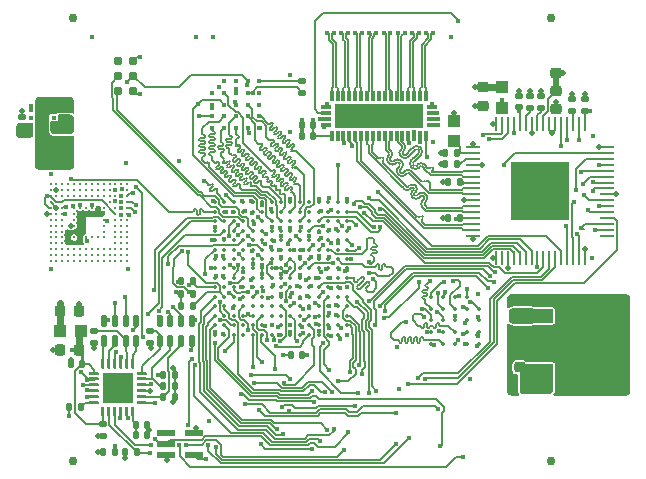
<source format=gtl>
%TF.GenerationSoftware,KiCad,Pcbnew,9.0.6-9.0.6~ubuntu24.04.1*%
%TF.CreationDate,2025-11-03T07:51:59+01:00*%
%TF.ProjectId,BB3plus CM5 STM32H7 module,42423370-6c75-4732-9043-4d352053544d,rev?*%
%TF.SameCoordinates,Original*%
%TF.FileFunction,Copper,L1,Top*%
%TF.FilePolarity,Positive*%
%FSLAX46Y46*%
G04 Gerber Fmt 4.6, Leading zero omitted, Abs format (unit mm)*
G04 Created by KiCad (PCBNEW 9.0.6-9.0.6~ubuntu24.04.1) date 2025-11-03 07:51:59*
%MOMM*%
%LPD*%
G01*
G04 APERTURE LIST*
G04 Aperture macros list*
%AMRoundRect*
0 Rectangle with rounded corners*
0 $1 Rounding radius*
0 $2 $3 $4 $5 $6 $7 $8 $9 X,Y pos of 4 corners*
0 Add a 4 corners polygon primitive as box body*
4,1,4,$2,$3,$4,$5,$6,$7,$8,$9,$2,$3,0*
0 Add four circle primitives for the rounded corners*
1,1,$1+$1,$2,$3*
1,1,$1+$1,$4,$5*
1,1,$1+$1,$6,$7*
1,1,$1+$1,$8,$9*
0 Add four rect primitives between the rounded corners*
20,1,$1+$1,$2,$3,$4,$5,0*
20,1,$1+$1,$4,$5,$6,$7,0*
20,1,$1+$1,$6,$7,$8,$9,0*
20,1,$1+$1,$8,$9,$2,$3,0*%
G04 Aperture macros list end*
%TA.AperFunction,EtchedComponent*%
%ADD10C,0.000000*%
%TD*%
%TA.AperFunction,SMDPad,CuDef*%
%ADD11RoundRect,0.225000X0.250000X-0.225000X0.250000X0.225000X-0.250000X0.225000X-0.250000X-0.225000X0*%
%TD*%
%TA.AperFunction,SMDPad,CuDef*%
%ADD12RoundRect,0.135000X0.135000X0.185000X-0.135000X0.185000X-0.135000X-0.185000X0.135000X-0.185000X0*%
%TD*%
%TA.AperFunction,SMDPad,CuDef*%
%ADD13RoundRect,0.225000X-0.225000X-0.250000X0.225000X-0.250000X0.225000X0.250000X-0.225000X0.250000X0*%
%TD*%
%TA.AperFunction,SMDPad,CuDef*%
%ADD14RoundRect,0.050800X0.499200X-0.449200X0.499200X0.449200X-0.499200X0.449200X-0.499200X-0.449200X0*%
%TD*%
%TA.AperFunction,SMDPad,CuDef*%
%ADD15RoundRect,0.140000X-0.140000X-0.170000X0.140000X-0.170000X0.140000X0.170000X-0.140000X0.170000X0*%
%TD*%
%TA.AperFunction,SMDPad,CuDef*%
%ADD16RoundRect,0.135000X-0.185000X0.135000X-0.185000X-0.135000X0.185000X-0.135000X0.185000X0.135000X0*%
%TD*%
%TA.AperFunction,SMDPad,CuDef*%
%ADD17RoundRect,0.140000X0.170000X-0.140000X0.170000X0.140000X-0.170000X0.140000X-0.170000X-0.140000X0*%
%TD*%
%TA.AperFunction,SMDPad,CuDef*%
%ADD18RoundRect,0.140000X0.140000X0.170000X-0.140000X0.170000X-0.140000X-0.170000X0.140000X-0.170000X0*%
%TD*%
%TA.AperFunction,SMDPad,CuDef*%
%ADD19C,0.750000*%
%TD*%
%TA.AperFunction,SMDPad,CuDef*%
%ADD20C,0.355600*%
%TD*%
%TA.AperFunction,SMDPad,CuDef*%
%ADD21C,0.200000*%
%TD*%
%TA.AperFunction,SMDPad,CuDef*%
%ADD22R,0.228600X1.143000*%
%TD*%
%TA.AperFunction,SMDPad,CuDef*%
%ADD23R,1.143000X0.228600*%
%TD*%
%TA.AperFunction,SMDPad,CuDef*%
%ADD24R,5.000000X5.000000*%
%TD*%
%TA.AperFunction,SMDPad,CuDef*%
%ADD25RoundRect,0.225000X-0.250000X0.225000X-0.250000X-0.225000X0.250000X-0.225000X0.250000X0.225000X0*%
%TD*%
%TA.AperFunction,SMDPad,CuDef*%
%ADD26C,0.370000*%
%TD*%
%TA.AperFunction,SMDPad,CuDef*%
%ADD27R,0.300000X0.850000*%
%TD*%
%TA.AperFunction,SMDPad,CuDef*%
%ADD28R,0.850000X0.300000*%
%TD*%
%TA.AperFunction,SMDPad,CuDef*%
%ADD29R,7.550000X2.050000*%
%TD*%
%TA.AperFunction,SMDPad,CuDef*%
%ADD30RoundRect,0.135000X0.185000X-0.135000X0.185000X0.135000X-0.185000X0.135000X-0.185000X-0.135000X0*%
%TD*%
%TA.AperFunction,SMDPad,CuDef*%
%ADD31C,0.228600*%
%TD*%
%TA.AperFunction,SMDPad,CuDef*%
%ADD32RoundRect,0.225000X0.225000X0.250000X-0.225000X0.250000X-0.225000X-0.250000X0.225000X-0.250000X0*%
%TD*%
%TA.AperFunction,SMDPad,CuDef*%
%ADD33RoundRect,0.050800X-0.901700X-0.520700X0.901700X-0.520700X0.901700X0.520700X-0.901700X0.520700X0*%
%TD*%
%TA.AperFunction,SMDPad,CuDef*%
%ADD34RoundRect,0.050800X-1.536700X-2.489200X1.536700X-2.489200X1.536700X2.489200X-1.536700X2.489200X0*%
%TD*%
%TA.AperFunction,SMDPad,CuDef*%
%ADD35RoundRect,0.140000X-0.170000X0.140000X-0.170000X-0.140000X0.170000X-0.140000X0.170000X0.140000X0*%
%TD*%
%TA.AperFunction,SMDPad,CuDef*%
%ADD36RoundRect,0.135000X-0.135000X-0.185000X0.135000X-0.185000X0.135000X0.185000X-0.135000X0.185000X0*%
%TD*%
%TA.AperFunction,SMDPad,CuDef*%
%ADD37R,0.449999X0.299999*%
%TD*%
%TA.AperFunction,SMDPad,CuDef*%
%ADD38R,1.000000X1.599999*%
%TD*%
%TA.AperFunction,SMDPad,CuDef*%
%ADD39RoundRect,0.050800X0.199200X0.449200X-0.199200X0.449200X-0.199200X-0.449200X0.199200X-0.449200X0*%
%TD*%
%TA.AperFunction,SMDPad,CuDef*%
%ADD40RoundRect,0.393700X0.000010X-0.000010X0.000010X0.000010X-0.000010X0.000010X-0.000010X-0.000010X0*%
%TD*%
%TA.AperFunction,SMDPad,CuDef*%
%ADD41RoundRect,0.050800X-0.685800X-0.228600X0.685800X-0.228600X0.685800X0.228600X-0.685800X0.228600X0*%
%TD*%
%TA.AperFunction,SMDPad,CuDef*%
%ADD42RoundRect,0.050800X-0.449200X-0.499200X0.449200X-0.499200X0.449200X0.499200X-0.449200X0.499200X0*%
%TD*%
%TA.AperFunction,SMDPad,CuDef*%
%ADD43RoundRect,0.050800X-0.076200X-0.381000X0.076200X-0.381000X0.076200X0.381000X-0.076200X0.381000X0*%
%TD*%
%TA.AperFunction,SMDPad,CuDef*%
%ADD44RoundRect,0.050800X-0.381000X0.076200X-0.381000X-0.076200X0.381000X-0.076200X0.381000X0.076200X0*%
%TD*%
%TA.AperFunction,SMDPad,CuDef*%
%ADD45RoundRect,0.050800X1.244600X-1.244600X1.244600X1.244600X-1.244600X1.244600X-1.244600X-1.244600X0*%
%TD*%
%TA.AperFunction,ViaPad*%
%ADD46C,0.420000*%
%TD*%
%TA.AperFunction,ViaPad*%
%ADD47C,0.450000*%
%TD*%
%TA.AperFunction,ViaPad*%
%ADD48C,0.500000*%
%TD*%
%TA.AperFunction,Conductor*%
%ADD49C,0.152400*%
%TD*%
%TA.AperFunction,Conductor*%
%ADD50C,0.127000*%
%TD*%
%TA.AperFunction,Conductor*%
%ADD51C,0.609600*%
%TD*%
%TA.AperFunction,Conductor*%
%ADD52C,0.254000*%
%TD*%
%TA.AperFunction,Conductor*%
%ADD53C,0.203200*%
%TD*%
G04 APERTURE END LIST*
D10*
%TA.AperFunction,EtchedComponent*%
%TO.C,JP1*%
G36*
X142676700Y-79225200D02*
G01*
X142143300Y-79225200D01*
X142143300Y-78564800D01*
X142676700Y-78564800D01*
X142676700Y-79225200D01*
G37*
%TD.AperFunction*%
%TA.AperFunction,EtchedComponent*%
%TO.C,NT1*%
G36*
X120030000Y-97170000D02*
G01*
X119830000Y-97170000D01*
X119830000Y-96770000D01*
X120030000Y-96770000D01*
X120030000Y-97170000D01*
G37*
%TD.AperFunction*%
%TA.AperFunction,EtchedComponent*%
%TO.C,NT2*%
G36*
X121073553Y-98052132D02*
G01*
X120932132Y-98193553D01*
X120649289Y-97910710D01*
X120790710Y-97769289D01*
X121073553Y-98052132D01*
G37*
%TD.AperFunction*%
%TD*%
D11*
%TO.P,JP1,COM,COM*%
%TO.N,Net-(IC8-CTL1{slash}A1{slash}DK1)*%
X142410000Y-79670000D03*
%TO.P,JP1,NC,NC*%
%TO.N,GND*%
X142410000Y-78120000D03*
%TO.P,JP1,NO,NO*%
%TO.N,+3V3*%
X142410000Y-81220000D03*
%TD*%
D12*
%TO.P,R2,1,1*%
%TO.N,SCL*%
X111700000Y-96890000D03*
%TO.P,R2,2,2*%
%TO.N,+3V3*%
X110680000Y-96890000D03*
%TD*%
D13*
%TO.P,C54,1,1*%
%TO.N,+3V3*%
X100445000Y-98320000D03*
%TO.P,C54,2,2*%
%TO.N,GND*%
X101995000Y-98320000D03*
%TD*%
D14*
%TO.P,FB4,1*%
%TO.N,/DVID converter\u002C NOR Flash/PVDD*%
X133790000Y-83910000D03*
%TO.P,FB4,2*%
%TO.N,+3V3*%
X133790000Y-82210000D03*
%TD*%
D12*
%TO.P,R21,1,1*%
%TO.N,Net-(IC8-TFADJ)*%
X134000000Y-85850000D03*
%TO.P,R21,2,2*%
%TO.N,GND*%
X132980000Y-85850000D03*
%TD*%
D15*
%TO.P,C6,1,1*%
%TO.N,~{RESET_OUT}*%
X119940000Y-102020000D03*
%TO.P,C6,2,2*%
%TO.N,GND*%
X120900000Y-102020000D03*
%TD*%
D16*
%TO.P,R6,1,1*%
%TO.N,Net-(IC6-MDIO)*%
X108010000Y-100000000D03*
%TO.P,R6,2,2*%
%TO.N,+3V3*%
X108010000Y-101020000D03*
%TD*%
D17*
%TO.P,C5,1,1*%
%TO.N,+1V8*%
X100600000Y-82000000D03*
%TO.P,C5,2,2*%
%TO.N,GND*%
X100600000Y-81040000D03*
%TD*%
D18*
%TO.P,C62,1,1*%
%TO.N,/DVID converter\u002C NOR Flash/TVDD*%
X134265300Y-87416801D03*
%TO.P,C62,2,2*%
%TO.N,GND*%
X133305300Y-87416801D03*
%TD*%
D19*
%TO.P,FM1,*%
%TO.N,*%
X101500000Y-73500000D03*
%TD*%
D20*
%TO.P,IC7,A2,DQ10*%
%TO.N,XSPIM_P1_IO10*%
X135849994Y-98095000D03*
%TO.P,IC7,A3,~{CE}*%
%TO.N,~{XSPI_M_P1_CS}*%
X135849994Y-99095000D03*
%TO.P,IC7,A4,DQ11*%
%TO.N,XSPIM_P1_IO11*%
X135849994Y-100095000D03*
%TO.P,IC7,A5,DQ12*%
%TO.N,XSPIM_P1_IO12*%
X135849994Y-101095000D03*
%TO.P,IC7,B1,DQ9*%
%TO.N,XSPIM_P1_IO9*%
X134849996Y-97095000D03*
%TO.P,IC7,B2,CLK*%
%TO.N,XSPI_M_P1_CLK*%
X134849996Y-98095000D03*
%TO.P,IC7,B3,DQS/DM1*%
%TO.N,XSPI_M_P1_DQS1*%
X134849996Y-99095000D03*
%TO.P,IC7,B4,DQ13*%
%TO.N,XSPIM_P1_IO13*%
X134849996Y-100095000D03*
%TO.P,IC7,B5,DQ14*%
%TO.N,XSPIM_P1_IO14*%
X134849996Y-101095000D03*
%TO.P,IC7,C1,VSS*%
%TO.N,GND*%
X133849998Y-97095000D03*
%TO.P,IC7,C2,DQ8*%
%TO.N,XSPIM_P1_IO8*%
X133849998Y-98095000D03*
%TO.P,IC7,C3,DQS/DM0*%
%TO.N,XSPI_M_P1_DQS0*%
X133849998Y-99095000D03*
%TO.P,IC7,C4,ADQ2*%
%TO.N,XSPIM_P1_IO2*%
X133849998Y-100095000D03*
%TO.P,IC7,C5,DQ15*%
%TO.N,XSPIM_P1_IO15*%
X133849998Y-101095000D03*
%TO.P,IC7,D1,VDD*%
%TO.N,+1V8*%
X132850000Y-97095000D03*
%TO.P,IC7,D2,ADQ1*%
%TO.N,XSPIM_P1_IO1*%
X132850000Y-98095000D03*
%TO.P,IC7,D3,ADQ0*%
%TO.N,XSPIM_P1_IO0*%
X132850000Y-99095000D03*
%TO.P,IC7,D4,ADQ3*%
%TO.N,XSPIM_P1_IO3*%
X132850000Y-100095000D03*
%TO.P,IC7,D5,ADQ4*%
%TO.N,XSPIM_P1_IO4*%
X132850000Y-101095000D03*
%TO.P,IC7,E1,ADQ7*%
%TO.N,XSPIM_P1_IO7*%
X131850002Y-97095000D03*
%TO.P,IC7,E2,ADQ6*%
%TO.N,XSPIM_P1_IO6*%
X131850002Y-98095000D03*
%TO.P,IC7,E3,ADQ5*%
%TO.N,XSPIM_P1_IO5*%
X131850002Y-99095000D03*
%TO.P,IC7,E4,VDD*%
%TO.N,+1V8*%
X131850002Y-100095000D03*
%TO.P,IC7,E5,VSS*%
%TO.N,GND*%
X131850002Y-101095000D03*
%TD*%
D21*
%TO.P,NT1,1,1*%
%TO.N,GND*%
X119930000Y-96770000D03*
%TO.P,NT1,2,2*%
%TO.N,Net-(IC3C-VSSA)*%
X119930000Y-97170000D03*
%TD*%
D22*
%TO.P,IC8,1,DVDD*%
%TO.N,/DVID converter\u002C NOR Flash/DVDD*%
X144840000Y-82493100D03*
%TO.P,IC8,2,DE*%
%TO.N,LTDC_DE*%
X144340001Y-82493100D03*
%TO.P,IC8,3,VREF*%
%TO.N,Net-(IC8-VREF)*%
X143840000Y-82493100D03*
%TO.P,IC8,4,HSYNC*%
%TO.N,LTDC_HSYNC*%
X143340001Y-82493100D03*
%TO.P,IC8,5,VSYNC*%
%TO.N,LTDC_VSYNC*%
X142839999Y-82493100D03*
%TO.P,IC8,6,CTL3/A3/DK3*%
%TO.N,GND*%
X142340000Y-82493100D03*
%TO.P,IC8,7,CTL2/A2/DK2*%
X141840001Y-82493100D03*
%TO.P,IC8,8,CTL1/A1/DK1*%
%TO.N,Net-(IC8-CTL1{slash}A1{slash}DK1)*%
X141340000Y-82493100D03*
%TO.P,IC8,9,EDGE/HTPLG*%
%TO.N,Net-(IC8-EDGE{slash}HTPLG)*%
X140840000Y-82493100D03*
%TO.P,IC8,10,~{PD}*%
%TO.N,GND*%
X140339999Y-82493100D03*
%TO.P,IC8,11,MSEN/PO1*%
%TO.N,Net-(IC8-MSEN{slash}PO1)*%
X139840000Y-82493100D03*
%TO.P,IC8,12,DVDD*%
%TO.N,/DVID converter\u002C NOR Flash/DVDD*%
X139340001Y-82493100D03*
%TO.P,IC8,13,ISEL/~{RST}*%
%TO.N,~{RESET_OUT}*%
X138839999Y-82493100D03*
%TO.P,IC8,14,DSEL/SDA*%
%TO.N,SDA*%
X138340000Y-82493100D03*
%TO.P,IC8,15,BSEL/SCL*%
%TO.N,SCL*%
X137839999Y-82493100D03*
%TO.P,IC8,16,DGND*%
%TO.N,GND*%
X137340000Y-82493100D03*
D23*
%TO.P,IC8,17,PGND*%
X135413100Y-84420000D03*
%TO.P,IC8,18,PVDD*%
%TO.N,/DVID converter\u002C NOR Flash/PVDD*%
X135413100Y-84919999D03*
%TO.P,IC8,19,TFADJ*%
%TO.N,Net-(IC8-TFADJ)*%
X135413100Y-85420000D03*
%TO.P,IC8,20,TGND*%
%TO.N,GND*%
X135413100Y-85919999D03*
%TO.P,IC8,21,TXC-*%
%TO.N,/DVID converter\u002C NOR Flash/TXC-*%
X135413100Y-86420001D03*
%TO.P,IC8,22,TXC+*%
%TO.N,/DVID converter\u002C NOR Flash/TXC+*%
X135413100Y-86920000D03*
%TO.P,IC8,23,TVDD*%
%TO.N,/DVID converter\u002C NOR Flash/TVDD*%
X135413100Y-87419999D03*
%TO.P,IC8,24,TX0-*%
%TO.N,/DVID converter\u002C NOR Flash/TX0-*%
X135413100Y-87920000D03*
%TO.P,IC8,25,TX0+*%
%TO.N,/DVID converter\u002C NOR Flash/TX0+*%
X135413100Y-88420000D03*
%TO.P,IC8,26,TGND*%
%TO.N,GND*%
X135413100Y-88920001D03*
%TO.P,IC8,27,TX1-*%
%TO.N,/DVID converter\u002C NOR Flash/TX1-*%
X135413100Y-89420000D03*
%TO.P,IC8,28,TX1+*%
%TO.N,/DVID converter\u002C NOR Flash/TX1+*%
X135413100Y-89919999D03*
%TO.P,IC8,29,TVDD*%
%TO.N,/DVID converter\u002C NOR Flash/TVDD*%
X135413100Y-90420001D03*
%TO.P,IC8,30,TX2-*%
%TO.N,/DVID converter\u002C NOR Flash/TX2-*%
X135413100Y-90920000D03*
%TO.P,IC8,31,TX2+*%
%TO.N,/DVID converter\u002C NOR Flash/TX2+*%
X135413100Y-91420001D03*
%TO.P,IC8,32,TGND*%
%TO.N,GND*%
X135413100Y-91920000D03*
D22*
%TO.P,IC8,33,DVDD*%
%TO.N,/DVID converter\u002C NOR Flash/DVDD*%
X137340000Y-93846900D03*
%TO.P,IC8,34,RESERVED*%
%TO.N,unconnected-(IC8-RESERVED-Pad34)*%
X137839999Y-93846900D03*
%TO.P,IC8,35,DKEN*%
%TO.N,GND*%
X138340000Y-93846900D03*
%TO.P,IC8,36,DATA23*%
%TO.N,LTDC_G7*%
X138839999Y-93846900D03*
%TO.P,IC8,37,DATA22*%
%TO.N,LTDC_G6*%
X139340001Y-93846900D03*
%TO.P,IC8,38,DATA21*%
%TO.N,LTDC_G5*%
X139840000Y-93846900D03*
%TO.P,IC8,39,DATA20*%
%TO.N,LTDC_G4*%
X140339999Y-93846900D03*
%TO.P,IC8,40,DATA19*%
%TO.N,LTDC_R3*%
X140840000Y-93846900D03*
%TO.P,IC8,41,DATA18*%
%TO.N,LTDC_R2*%
X141340000Y-93846900D03*
%TO.P,IC8,42,DATA17*%
%TO.N,LTDC_R1*%
X141840001Y-93846900D03*
%TO.P,IC8,43,DATA16*%
%TO.N,LTDC_R0*%
X142340000Y-93846900D03*
%TO.P,IC8,44,DATA15*%
%TO.N,LTDC_R7*%
X142839999Y-93846900D03*
%TO.P,IC8,45,DATA14*%
%TO.N,LTDC_R6*%
X143340001Y-93846900D03*
%TO.P,IC8,46,DATA13*%
%TO.N,LTDC_R5*%
X143840000Y-93846900D03*
%TO.P,IC8,47,DATA12*%
%TO.N,LTDC_R4*%
X144340001Y-93846900D03*
%TO.P,IC8,48,DGND*%
%TO.N,GND*%
X144840000Y-93846900D03*
D23*
%TO.P,IC8,49,NC*%
%TO.N,unconnected-(IC8-NC-Pad49)*%
X146766900Y-91920000D03*
%TO.P,IC8,50,DATA11*%
%TO.N,LTDC_G3*%
X146766900Y-91420001D03*
%TO.P,IC8,51,DATA10*%
%TO.N,LTDC_G2*%
X146766900Y-90920000D03*
%TO.P,IC8,52,DATA9*%
%TO.N,LTDC_G1*%
X146766900Y-90420001D03*
%TO.P,IC8,53,DATA8*%
%TO.N,LTDC_G0*%
X146766900Y-89919999D03*
%TO.P,IC8,54,DATA7*%
%TO.N,LTDC_B7*%
X146766900Y-89420000D03*
%TO.P,IC8,55,DATA6*%
%TO.N,LTDC_B6*%
X146766900Y-88920001D03*
%TO.P,IC8,56,IDCK-*%
%TO.N,GND*%
X146766900Y-88420000D03*
%TO.P,IC8,57,IDCK+*%
%TO.N,LTDC_CLK*%
X146766900Y-87920000D03*
%TO.P,IC8,58,DATA5*%
%TO.N,LTDC_B5*%
X146766900Y-87419999D03*
%TO.P,IC8,59,DATA4*%
%TO.N,LTDC_B4*%
X146766900Y-86920000D03*
%TO.P,IC8,60,DATA3*%
%TO.N,LTDC_B3*%
X146766900Y-86420001D03*
%TO.P,IC8,61,DATA2*%
%TO.N,LTDC_B2*%
X146766900Y-85919999D03*
%TO.P,IC8,62,DATA1*%
%TO.N,LTDC_B1*%
X146766900Y-85420000D03*
%TO.P,IC8,63,DATA0*%
%TO.N,LTDC_B0*%
X146766900Y-84919999D03*
%TO.P,IC8,64,DGND*%
%TO.N,GND*%
X146766900Y-84420000D03*
D24*
%TO.P,IC8,65,EPAD*%
X141090000Y-88170000D03*
%TD*%
D17*
%TO.P,C60,1,1*%
%TO.N,/DVID converter\u002C NOR Flash/DVDD*%
X144845300Y-81346801D03*
%TO.P,C60,2,2*%
%TO.N,GND*%
X144845300Y-80386801D03*
%TD*%
D25*
%TO.P,C1,1,1*%
%TO.N,GND*%
X139347076Y-101520000D03*
%TO.P,C1,2,2*%
%TO.N,+3V3*%
X139347076Y-103070000D03*
%TD*%
D14*
%TO.P,FB3,1*%
%TO.N,/DVID converter\u002C NOR Flash/DVDD*%
X137870000Y-81070000D03*
%TO.P,FB3,2*%
%TO.N,+3V3*%
X137870000Y-79370000D03*
%TD*%
D26*
%TO.P,IC10,A2,NC*%
%TO.N,unconnected-(IC10-NC-PadA2)*%
X114300000Y-78830000D03*
%TO.P,IC10,A3,NC*%
%TO.N,unconnected-(IC10-NC-PadA3)*%
X115300000Y-78830000D03*
%TO.P,IC10,A4,~{RESET}*%
%TO.N,~{RESET_OUT}*%
X116300000Y-78830000D03*
%TO.P,IC10,A5,~{ECS}*%
%TO.N,Net-(IC10-~{ECS})*%
X117300000Y-78830000D03*
%TO.P,IC10,B1,DNU*%
%TO.N,unconnected-(IC10-DNU-PadB1)*%
X113300000Y-79830000D03*
%TO.P,IC10,B2,SCLK*%
%TO.N,XSPIM_P2_CLK*%
X114300000Y-79830000D03*
%TO.P,IC10,B3,GND*%
%TO.N,GND*%
X115300000Y-79830000D03*
%TO.P,IC10,B4,VCC*%
%TO.N,+1V8*%
X116300000Y-79830000D03*
%TO.P,IC10,B5,DNU*%
%TO.N,unconnected-(IC10-DNU-PadB5)*%
X117300000Y-79830000D03*
%TO.P,IC10,C1,VSSQ*%
%TO.N,GND*%
X113300000Y-80830000D03*
%TO.P,IC10,C2,~{CS}*%
%TO.N,~{XSPIM_P2_CS1}*%
X114300000Y-80830000D03*
%TO.P,IC10,C3,DQS*%
%TO.N,XSPIM_P2_DQS0*%
X115300000Y-80830000D03*
%TO.P,IC10,C4,SIO2*%
%TO.N,XSPIM_P2_IO2*%
X116300000Y-80830000D03*
%TO.P,IC10,C5,NC*%
%TO.N,unconnected-(IC10-NC-PadC5)*%
X117300000Y-80830000D03*
%TO.P,IC10,D1,VCCQ*%
%TO.N,+1V8*%
X113300000Y-81830000D03*
%TO.P,IC10,D2,SIO1*%
%TO.N,XSPIM_P2_IO1*%
X114300000Y-81830000D03*
%TO.P,IC10,D3,SIO0*%
%TO.N,XSPIM_P2_IO0*%
X115300000Y-81830000D03*
%TO.P,IC10,D4,SIO3*%
%TO.N,XSPIM_P2_IO3*%
X116300000Y-81830000D03*
%TO.P,IC10,D5,SIO4*%
%TO.N,XSPIM_P2_IO4*%
X117300000Y-81830000D03*
%TO.P,IC10,E1,SIO7*%
%TO.N,XSPIM_P2_IO7*%
X113300000Y-82830000D03*
%TO.P,IC10,E2,SIO6*%
%TO.N,XSPIM_P2_IO6*%
X114300000Y-82830000D03*
%TO.P,IC10,E3,SIO5*%
%TO.N,XSPIM_P2_IO5*%
X115300000Y-82830000D03*
%TO.P,IC10,E4,VCCQ*%
%TO.N,+1V8*%
X116300000Y-82830000D03*
%TO.P,IC10,E5,VSSQ*%
%TO.N,GND*%
X117300000Y-82830000D03*
%TD*%
D27*
%TO.P,IC9,1,VCC*%
%TO.N,+3V3*%
X123410000Y-83505000D03*
%TO.P,IC9,2,EN*%
%TO.N,~{RESET_OUT}*%
X123909999Y-83505000D03*
%TO.P,IC9,3,SCL*%
%TO.N,SCL*%
X124410001Y-83505000D03*
%TO.P,IC9,4,SDA*%
%TO.N,SDA*%
X124910000Y-83505000D03*
%TO.P,IC9,5,D0+*%
%TO.N,/DVID converter\u002C NOR Flash/TX2+*%
X125409999Y-83505000D03*
%TO.P,IC9,6,D0-*%
%TO.N,/DVID converter\u002C NOR Flash/TX2-*%
X125910000Y-83505000D03*
%TO.P,IC9,7,D1+*%
%TO.N,/DVID converter\u002C NOR Flash/TX1+*%
X126409999Y-83505000D03*
%TO.P,IC9,8,D1-*%
%TO.N,/DVID converter\u002C NOR Flash/TX1-*%
X126910001Y-83505000D03*
%TO.P,IC9,9,NC_9*%
%TO.N,unconnected-(IC9-NC_9-Pad9)*%
X127410000Y-83505000D03*
%TO.P,IC9,10,D2+*%
%TO.N,/DVID converter\u002C NOR Flash/TX0+*%
X127909999Y-83505000D03*
%TO.P,IC9,11,D2-*%
%TO.N,/DVID converter\u002C NOR Flash/TX0-*%
X128410001Y-83505000D03*
%TO.P,IC9,12,D3+*%
%TO.N,/DVID converter\u002C NOR Flash/TXC+*%
X128910000Y-83505000D03*
%TO.P,IC9,13,D3-*%
%TO.N,/DVID converter\u002C NOR Flash/TXC-*%
X129410001Y-83505000D03*
%TO.P,IC9,14,HPD*%
%TO.N,DVID_HPD*%
X129910000Y-83505000D03*
%TO.P,IC9,15,CEC*%
%TO.N,DVID_CEC*%
X130409999Y-83505000D03*
%TO.P,IC9,16,SEL1*%
%TO.N,DVID_SEL1*%
X130910001Y-83505000D03*
%TO.P,IC9,17,SEL2*%
%TO.N,DVID_SEL2*%
X131410000Y-83505000D03*
D28*
%TO.P,IC9,18,CEC_A*%
%TO.N,TFT_DVID_CEC*%
X131885000Y-82530189D03*
%TO.P,IC9,19,HPD_A*%
%TO.N,TFT_DVID_HPD*%
X131885000Y-82030063D03*
%TO.P,IC9,20,CEC_B*%
%TO.N,REAR_DVID_CEC*%
X131885000Y-81529937D03*
%TO.P,IC9,21,HPD_B*%
%TO.N,REAR_DVID_HPD*%
X131885000Y-81029811D03*
D27*
%TO.P,IC9,22,D3-B*%
%TO.N,REAR_DVID_CLK_N*%
X131410000Y-80055000D03*
%TO.P,IC9,23,D3+B*%
%TO.N,REAR_DVID_CLK_P*%
X130910001Y-80055000D03*
%TO.P,IC9,24,D2-B*%
%TO.N,REAR_DVID_TX0_N*%
X130409999Y-80055000D03*
%TO.P,IC9,25,D2+B*%
%TO.N,REAR_DVID_TX0_P*%
X129910000Y-80055000D03*
%TO.P,IC9,26,D1-B*%
%TO.N,REAR_DVID_TX1_N*%
X129410001Y-80055000D03*
%TO.P,IC9,27,D1+B*%
%TO.N,REAR_DVID_TX1_P*%
X128910000Y-80055000D03*
%TO.P,IC9,28,D0-B*%
%TO.N,REAR_DVID_TX2_N*%
X128410001Y-80055000D03*
%TO.P,IC9,29,D0+B*%
%TO.N,REAR_DVID_TX2_P*%
X127909999Y-80055000D03*
%TO.P,IC9,30,NC_30*%
%TO.N,unconnected-(IC9-NC_30-Pad30)*%
X127410000Y-80055000D03*
%TO.P,IC9,31,D3-A*%
%TO.N,TFT_DVID_CLK_N*%
X126910001Y-80055000D03*
%TO.P,IC9,32,D3+A*%
%TO.N,TFT_DVID_CLK_P*%
X126409999Y-80055000D03*
%TO.P,IC9,33,D2-A*%
%TO.N,TFT_DVID_TX0_N*%
X125910000Y-80055000D03*
%TO.P,IC9,34,D2+A*%
%TO.N,TFT_DVID_TX0_P*%
X125409999Y-80055000D03*
%TO.P,IC9,35,D1-A*%
%TO.N,TFT_DVID_TX1_N*%
X124910000Y-80055000D03*
%TO.P,IC9,36,D1+A*%
%TO.N,TFT_DVID_TX1_P*%
X124410001Y-80055000D03*
%TO.P,IC9,37,D0-A*%
%TO.N,TFT_DVID_TX2_N*%
X123909999Y-80055000D03*
%TO.P,IC9,38,D0+A*%
%TO.N,TFT_DVID_TX2_P*%
X123410000Y-80055000D03*
D28*
%TO.P,IC9,39,SDA_B*%
%TO.N,REAR_DVID_SDA*%
X122935000Y-81029811D03*
%TO.P,IC9,40,SCL_B*%
%TO.N,REAR_DVID_SCL*%
X122935000Y-81529937D03*
%TO.P,IC9,41,SDA_A*%
%TO.N,TFT_DVID_SDA*%
X122935000Y-82030063D03*
%TO.P,IC9,42,SCL_A*%
%TO.N,TFT_DVID_SCL*%
X122935000Y-82530189D03*
D29*
%TO.P,IC9,43,EPAD*%
%TO.N,GND*%
X127410000Y-81780000D03*
%TD*%
D16*
%TO.P,R10,1,1*%
%TO.N,Net-(IC6-NINT{slash}REFCLKO)*%
X103320700Y-100000000D03*
%TO.P,R10,2,2*%
%TO.N,+3V3*%
X103320700Y-101020000D03*
%TD*%
D18*
%TO.P,C68,1,1*%
%TO.N,+3V3*%
X121820000Y-82580000D03*
%TO.P,C68,2,2*%
%TO.N,GND*%
X120860000Y-82580000D03*
%TD*%
%TO.P,C50,1,1*%
%TO.N,GND*%
X107810700Y-108830000D03*
%TO.P,C50,2,2*%
%TO.N,Net-(IC6-VDDCR)*%
X106850700Y-108830000D03*
%TD*%
D30*
%TO.P,R22,1,1*%
%TO.N,Net-(IC8-EDGE{slash}HTPLG)*%
X141120000Y-81090000D03*
%TO.P,R22,2,2*%
%TO.N,+3V3*%
X141120000Y-80070000D03*
%TD*%
D19*
%TO.P,FM3,*%
%TO.N,*%
X101500000Y-111000000D03*
%TD*%
D31*
%TO.P,IC5,*%
%TO.N,*%
X106110819Y-87569181D03*
X105610693Y-87569181D03*
X105110567Y-87569181D03*
X104610441Y-87569181D03*
X104110315Y-87569181D03*
X103610189Y-87569181D03*
X103110063Y-87569181D03*
X102609937Y-87569181D03*
X102109811Y-87569181D03*
X101609685Y-87569181D03*
X101109559Y-87569181D03*
X100609433Y-87569181D03*
X100109307Y-87569181D03*
X99609181Y-87569181D03*
X106110819Y-88069307D03*
X104610441Y-88069307D03*
X104110315Y-88069307D03*
X103610189Y-88069307D03*
X103110063Y-88069307D03*
X102609937Y-88069307D03*
X102109811Y-88069307D03*
X101609685Y-88069307D03*
X101109559Y-88069307D03*
X100609433Y-88069307D03*
X99609181Y-88069307D03*
X105110567Y-88569433D03*
X104610441Y-88569433D03*
X104110315Y-88569433D03*
X103610189Y-88569433D03*
X102609937Y-88569433D03*
X102109811Y-88569433D03*
X101609685Y-88569433D03*
X101109559Y-88569433D03*
X100609433Y-88569433D03*
X100109307Y-88569433D03*
X104610441Y-89069559D03*
X105110567Y-89569685D03*
X100109307Y-90069811D03*
X105610693Y-90569937D03*
X105110567Y-90569937D03*
X100609433Y-90569937D03*
X100109307Y-90569937D03*
X106110819Y-91070063D03*
X105610693Y-91070063D03*
X105110567Y-91070063D03*
X100609433Y-91070063D03*
X100109307Y-91070063D03*
X99609181Y-91070063D03*
X106110819Y-91570189D03*
X105610693Y-91570189D03*
X105110567Y-91570189D03*
X100609433Y-91570189D03*
X100109307Y-91570189D03*
X99609181Y-91570189D03*
X106110819Y-92070315D03*
X105610693Y-92070315D03*
X105110567Y-92070315D03*
X100609433Y-92070315D03*
X100109307Y-92070315D03*
X106110819Y-92570441D03*
X105610693Y-92570441D03*
X105110567Y-92570441D03*
X100609433Y-92570441D03*
X100109307Y-92570441D03*
X99609181Y-92570441D03*
X106110819Y-93070567D03*
X105610693Y-93070567D03*
X105110567Y-93070567D03*
X104610441Y-93070567D03*
X104110315Y-93070567D03*
X103610189Y-93070567D03*
X103110063Y-93070567D03*
X102609937Y-93070567D03*
X102109811Y-93070567D03*
X101609685Y-93070567D03*
X101109559Y-93070567D03*
X100609433Y-93070567D03*
X100109307Y-93070567D03*
X99609181Y-93070567D03*
X106110819Y-93570693D03*
X105610693Y-93570693D03*
X105110567Y-93570693D03*
X104610441Y-93570693D03*
X104110315Y-93570693D03*
X103610189Y-93570693D03*
X103110063Y-93570693D03*
X102609937Y-93570693D03*
X102109811Y-93570693D03*
X101609685Y-93570693D03*
X101109559Y-93570693D03*
X100609433Y-93570693D03*
X100109307Y-93570693D03*
X99609181Y-93570693D03*
X106110819Y-94070819D03*
X105610693Y-94070819D03*
X105110567Y-94070819D03*
X104610441Y-94070819D03*
X104110315Y-94070819D03*
X103610189Y-94070819D03*
X103110063Y-94070819D03*
X102609937Y-94070819D03*
X102109811Y-94070819D03*
X101609685Y-94070819D03*
X101109559Y-94070819D03*
X100609433Y-94070819D03*
X100109307Y-94070819D03*
X99609181Y-94070819D03*
%TO.P,IC5,A3,DAT0*%
%TO.N,SDMMC_D0*%
X106110819Y-88569433D03*
%TO.P,IC5,A4,DAT1*%
%TO.N,SDMMC_D1*%
X106110819Y-89069559D03*
%TO.P,IC5,A5,DAT2*%
%TO.N,SDMMC_D2*%
X106110819Y-89569685D03*
%TO.P,IC5,A6,VSS*%
%TO.N,GND*%
X106110819Y-90069811D03*
%TO.P,IC5,A7,RFU*%
%TO.N,unconnected-(IC5-RFU-PadA7)*%
X106110819Y-90569937D03*
%TO.P,IC5,B2,DAT3*%
%TO.N,SDMMC_D3*%
X105610693Y-88069307D03*
%TO.P,IC5,B3,DAT4*%
%TO.N,SDMMC_D4*%
X105610693Y-88569433D03*
%TO.P,IC5,B4,DAT5*%
%TO.N,SDMMC_D5*%
X105610693Y-89069559D03*
%TO.P,IC5,B5,DAT6*%
%TO.N,SDMMC_D6*%
X105610693Y-89569685D03*
%TO.P,IC5,B6,DAT7*%
%TO.N,SDMMC_D7*%
X105610693Y-90069811D03*
%TO.P,IC5,C2,VDDI*%
%TO.N,Net-(IC5-VDDI)*%
X105110567Y-88069307D03*
%TO.P,IC5,C4,VSSQ*%
%TO.N,GND*%
X105110567Y-89069559D03*
%TO.P,IC5,C6,VCCQ*%
%TO.N,+1V8*%
X105110567Y-90069811D03*
%TO.P,IC5,E5,RFU*%
%TO.N,unconnected-(IC5-RFU-PadE5)*%
X104110315Y-89569685D03*
%TO.P,IC5,E6,VCC*%
%TO.N,+3V3*%
X104110315Y-90069811D03*
%TO.P,IC5,E7,VSS*%
%TO.N,GND*%
X104110315Y-90569937D03*
%TO.P,IC5,E8,RFU*%
%TO.N,unconnected-(IC5-RFU-PadE8)*%
X104110315Y-91070063D03*
%TO.P,IC5,E9,RFU*%
%TO.N,unconnected-(IC5-RFU-PadE9)*%
X104110315Y-91570189D03*
%TO.P,IC5,E10,RFU*%
%TO.N,unconnected-(IC5-RFU-PadE10)*%
X104110315Y-92070315D03*
%TO.P,IC5,F5,VCC*%
%TO.N,+3V3*%
X103610189Y-89569685D03*
%TO.P,IC5,F10,RFU*%
%TO.N,unconnected-(IC5-RFU-PadF10)*%
X103610189Y-92070315D03*
%TO.P,IC5,G3,RFU*%
%TO.N,unconnected-(IC5-RFU-PadG3)*%
X103110063Y-88569433D03*
%TO.P,IC5,G5,VSS*%
%TO.N,GND*%
X103110063Y-89569685D03*
%TO.P,IC5,G10,RFU*%
%TO.N,unconnected-(IC5-RFU-PadG10)*%
X103110063Y-92070315D03*
%TO.P,IC5,H5,DATA_STROBE*%
%TO.N,unconnected-(IC5-DATA_STROBE-PadH5)*%
X102609937Y-89569685D03*
%TO.P,IC5,H10,VSS*%
%TO.N,GND*%
X102609937Y-92070315D03*
%TO.P,IC5,J5,VSS*%
X102109811Y-89569685D03*
%TO.P,IC5,J10,VCC*%
%TO.N,+3V3*%
X102109811Y-92070315D03*
%TO.P,IC5,K5,RST_N*%
%TO.N,~{RESET_OUT}*%
X101609685Y-89569685D03*
%TO.P,IC5,K6,RFU*%
%TO.N,unconnected-(IC5-RFU-PadK6)*%
X101609685Y-90069811D03*
%TO.P,IC5,K7,RFU*%
%TO.N,unconnected-(IC5-RFU-PadK7)*%
X101609685Y-90569937D03*
%TO.P,IC5,K8,VSS*%
%TO.N,GND*%
X101609685Y-91070063D03*
%TO.P,IC5,K9,VCC*%
%TO.N,+3V3*%
X101609685Y-91570189D03*
%TO.P,IC5,K10,RFU*%
%TO.N,unconnected-(IC5-RFU-PadK10)*%
X101609685Y-92070315D03*
%TO.P,IC5,M4,VCCQ*%
%TO.N,+1V8*%
X100609433Y-89069559D03*
%TO.P,IC5,M5,CMD*%
%TO.N,SDMMC_CMD*%
X100609433Y-89569685D03*
%TO.P,IC5,M6,CLK*%
%TO.N,SDMMC_CLK*%
X100609433Y-90069811D03*
%TO.P,IC5,N2,VSSQ*%
%TO.N,GND*%
X100109307Y-88069307D03*
%TO.P,IC5,N4,VCCQ*%
%TO.N,+1V8*%
X100109307Y-89069559D03*
%TO.P,IC5,N5,VSSQ*%
%TO.N,GND*%
X100109307Y-89569685D03*
%TO.P,IC5,P3,VCCQ*%
%TO.N,+1V8*%
X99609181Y-88569433D03*
%TO.P,IC5,P4,VSSQ*%
%TO.N,GND*%
X99609181Y-89069559D03*
%TO.P,IC5,P5,VCCQ*%
%TO.N,+1V8*%
X99609181Y-89569685D03*
%TO.P,IC5,P6,VSSQ*%
%TO.N,GND*%
X99609181Y-90069811D03*
%TO.P,IC5,P7,RFU*%
%TO.N,unconnected-(IC5-RFU-PadP7)*%
X99609181Y-90569937D03*
%TO.P,IC5,P10,RFU*%
%TO.N,unconnected-(IC5-RFU-PadP10)*%
X99609181Y-92070315D03*
%TD*%
D32*
%TO.P,C53,1,1*%
%TO.N,/Ethernet PHY\u002C PSRAM\u002C eMMC/+3V3_LAN*%
X102002000Y-101610000D03*
%TO.P,C53,2,2*%
%TO.N,GND*%
X100452000Y-101610000D03*
%TD*%
D15*
%TO.P,C49,1,1*%
%TO.N,Net-(IC6-VDDCR)*%
X106850700Y-107910000D03*
%TO.P,C49,2,2*%
%TO.N,GND*%
X107810700Y-107910000D03*
%TD*%
D33*
%TO.P,IC1,1,INPUT*%
%TO.N,/CM5 socket/+5V_IN*%
X141207076Y-98718600D03*
%TO.P,IC1,2,ADJ/GND*%
%TO.N,GND*%
X141207076Y-101030000D03*
%TO.P,IC1,3,OUTPUT*%
%TO.N,+3V3*%
X141207076Y-103341400D03*
D34*
%TO.P,IC1,4,ADJ/GND*%
%TO.N,GND*%
X146972876Y-101030000D03*
%TD*%
D19*
%TO.P,FM2,*%
%TO.N,*%
X142000000Y-73500000D03*
%TD*%
D35*
%TO.P,C51,1,1*%
%TO.N,/Ethernet PHY\u002C PSRAM\u002C eMMC/+3V3_LAN*%
X104040000Y-107880000D03*
%TO.P,C51,2,2*%
%TO.N,GND*%
X104040000Y-108840000D03*
%TD*%
D19*
%TO.P,FM4,*%
%TO.N,*%
X142000000Y-111000000D03*
%TD*%
D36*
%TO.P,R9,1,1*%
%TO.N,Net-(IC6-RXD0{slash}MODE0)*%
X109120000Y-105580000D03*
%TO.P,R9,2,2*%
%TO.N,+3V3*%
X110140000Y-105580000D03*
%TD*%
D12*
%TO.P,R12,1,1*%
%TO.N,~{ETH_LINK100}*%
X106940000Y-110240000D03*
%TO.P,R12,2,2*%
%TO.N,GND*%
X105920000Y-110240000D03*
%TD*%
D18*
%TO.P,C61,1,1*%
%TO.N,/DVID converter\u002C NOR Flash/PVDD*%
X134000000Y-84926801D03*
%TO.P,C61,2,2*%
%TO.N,GND*%
X133040000Y-84926801D03*
%TD*%
%TO.P,C52,1,1*%
%TO.N,/Ethernet PHY\u002C PSRAM\u002C eMMC/+3V3_LAN*%
X102290000Y-102810000D03*
%TO.P,C52,2,2*%
%TO.N,GND*%
X101330000Y-102810000D03*
%TD*%
D37*
%TO.P,IC4,1,OUT*%
%TO.N,+1V8*%
X99869998Y-82570000D03*
%TO.P,IC4,2,NC*%
%TO.N,unconnected-(IC4-NC-Pad2)*%
X99869998Y-81919999D03*
%TO.P,IC4,3,GND*%
%TO.N,GND*%
X99869998Y-81270000D03*
%TO.P,IC4,4,EN*%
%TO.N,+3V3*%
X97920000Y-81270000D03*
%TO.P,IC4,5,NC*%
%TO.N,unconnected-(IC4-NC-Pad5)*%
X97920000Y-81919999D03*
%TO.P,IC4,6,IN*%
%TO.N,+3V3*%
X97920000Y-82570000D03*
D38*
%TO.P,IC4,7,TPAD*%
%TO.N,GND*%
X98894999Y-81919999D03*
%TD*%
D39*
%TO.P,RN2,1,1*%
%TO.N,ETH_RXD1*%
X111550000Y-99130000D03*
%TO.P,RN2,2,1*%
%TO.N,ETH_RXD0*%
X110650000Y-99130000D03*
%TO.P,RN2,3,1*%
%TO.N,ETH_CRS_DV*%
X109750000Y-99130000D03*
%TO.P,RN2,4,1*%
%TO.N,ETH_MDIO*%
X108850000Y-99130000D03*
%TO.P,RN2,5,2*%
%TO.N,Net-(IC6-MDIO)*%
X108850000Y-100830000D03*
%TO.P,RN2,6,2*%
%TO.N,Net-(IC6-CRS_DV{slash}MODE2)*%
X109750000Y-100830000D03*
%TO.P,RN2,7,2*%
%TO.N,Net-(IC6-RXD0{slash}MODE0)*%
X110650000Y-100830000D03*
%TO.P,RN2,8,2*%
%TO.N,Net-(IC6-RXD1{slash}MODE1)*%
X111550000Y-100830000D03*
%TD*%
D18*
%TO.P,C67,1,1*%
%TO.N,+3V3*%
X121820000Y-83500000D03*
%TO.P,C67,2,2*%
%TO.N,GND*%
X120860000Y-83500000D03*
%TD*%
D30*
%TO.P,R20,1,1*%
%TO.N,Net-(IC8-VREF)*%
X143770000Y-81390000D03*
%TO.P,R20,2,2*%
%TO.N,+3V3*%
X143770000Y-80370000D03*
%TD*%
D12*
%TO.P,R1,1,1*%
%TO.N,SDA*%
X111700000Y-97840000D03*
%TO.P,R1,2,2*%
%TO.N,+3V3*%
X110680000Y-97840000D03*
%TD*%
D17*
%TO.P,C2,1,1*%
%TO.N,+3V3*%
X97190000Y-82810000D03*
%TO.P,C2,2,2*%
%TO.N,GND*%
X97190000Y-81850000D03*
%TD*%
D40*
%TO.P,X1,1,VCC*%
%TO.N,+3V3*%
X106635000Y-79685000D03*
%TO.P,X1,2,SWDIO*%
%TO.N,/STM32H7 MCU/JTAG_SWDIO*%
X105365000Y-79685000D03*
%TO.P,X1,3,~{RESET}*%
%TO.N,~{RESET_OUT}*%
X106635000Y-78415000D03*
%TO.P,X1,4,SWCLK*%
%TO.N,/STM32H7 MCU/JTAG_SWCLK*%
X105365000Y-78415000D03*
%TO.P,X1,5,GND*%
%TO.N,GND*%
X106635000Y-77145000D03*
%TO.P,X1,6,SWO*%
%TO.N,unconnected-(X1-SWO-Pad6)*%
X105365000Y-77145000D03*
%TD*%
D41*
%TO.P,IC2,1,NC*%
%TO.N,unconnected-(IC2A-NC-Pad1)*%
X109380000Y-108600000D03*
%TO.P,IC2,2,A*%
%TO.N,/STM32H7 MCU/~{ACTIVE}*%
X109380000Y-109550000D03*
%TO.P,IC2,3,GND*%
%TO.N,GND*%
X109380000Y-110500000D03*
%TO.P,IC2,4,Y*%
%TO.N,~{LED_ACT}*%
X111767600Y-110500000D03*
%TO.P,IC2,5,VCC*%
%TO.N,+3V3*%
X111767600Y-108600000D03*
%TD*%
D16*
%TO.P,R24,1,1*%
%TO.N,Net-(IC10-~{ECS})*%
X120910000Y-78820000D03*
%TO.P,R24,2,2*%
%TO.N,+1V8*%
X120910000Y-79840000D03*
%TD*%
D18*
%TO.P,C64,1,1*%
%TO.N,/DVID converter\u002C NOR Flash/TVDD*%
X134265300Y-90406801D03*
%TO.P,C64,2,2*%
%TO.N,GND*%
X133305300Y-90406801D03*
%TD*%
D12*
%TO.P,R11,1,1*%
%TO.N,Net-(IC6-RBIAS)*%
X102160000Y-106440000D03*
%TO.P,R11,2,2*%
%TO.N,GND*%
X101140000Y-106440000D03*
%TD*%
D36*
%TO.P,R8,1,1*%
%TO.N,Net-(IC6-CRS_DV{slash}MODE2)*%
X109120000Y-104640000D03*
%TO.P,R8,2,2*%
%TO.N,+3V3*%
X110140000Y-104640000D03*
%TD*%
D42*
%TO.P,FB2,1*%
%TO.N,+3V3*%
X100453000Y-99960000D03*
%TO.P,FB2,2*%
%TO.N,/Ethernet PHY\u002C PSRAM\u002C eMMC/+3V3_LAN*%
X102153000Y-99960000D03*
%TD*%
D43*
%TO.P,IC6,1,VDD2A*%
%TO.N,/Ethernet PHY\u002C PSRAM\u002C eMMC/+3V3_LAN*%
X104080000Y-106859300D03*
%TO.P,IC6,2,LED2/NINT/NPME/NINTSEL*%
%TO.N,~{ETH_LINK100}*%
X104580000Y-106859300D03*
%TO.P,IC6,3,LED1/NINT/NPME/REGOFF*%
%TO.N,~{ETH_LINK_ACT}*%
X105080000Y-106859300D03*
%TO.P,IC6,4,XTAL2*%
%TO.N,Net-(IC6-XTAL2)*%
X105580000Y-106859300D03*
%TO.P,IC6,5,XTAL1/CLKIN*%
%TO.N,Net-(IC6-XTAL1{slash}CLKIN)*%
X106080000Y-106859300D03*
%TO.P,IC6,6,VDDCR*%
%TO.N,Net-(IC6-VDDCR)*%
X106580000Y-106859300D03*
D44*
%TO.P,IC6,7,RXD1/MODE1*%
%TO.N,Net-(IC6-RXD1{slash}MODE1)*%
X107349300Y-106090000D03*
%TO.P,IC6,8,RXD0/MODE0*%
%TO.N,Net-(IC6-RXD0{slash}MODE0)*%
X107349300Y-105590000D03*
%TO.P,IC6,9,VDDIO*%
%TO.N,+3V3*%
X107349300Y-105090000D03*
%TO.P,IC6,10,RXER/PHYAD0*%
%TO.N,ETH_RX_ERR*%
X107349300Y-104590000D03*
%TO.P,IC6,11,CRS_DV/MODE2*%
%TO.N,Net-(IC6-CRS_DV{slash}MODE2)*%
X107349300Y-104090000D03*
%TO.P,IC6,12,MDIO*%
%TO.N,Net-(IC6-MDIO)*%
X107349300Y-103590000D03*
D43*
%TO.P,IC6,13,MDC*%
%TO.N,Net-(IC6-MDC)*%
X106580000Y-102820700D03*
%TO.P,IC6,14,NINT/REFCLKO*%
%TO.N,Net-(IC6-NINT{slash}REFCLKO)*%
X106080000Y-102820700D03*
%TO.P,IC6,15,NRST*%
%TO.N,~{RESET_OUT}*%
X105580000Y-102820700D03*
%TO.P,IC6,16,TXEN*%
%TO.N,ETH_TX_EN*%
X105080000Y-102820700D03*
%TO.P,IC6,17,TXD0*%
%TO.N,Net-(IC6-TXD0)*%
X104580000Y-102820700D03*
%TO.P,IC6,18,TXD1*%
%TO.N,Net-(IC6-TXD1)*%
X104080000Y-102820700D03*
D44*
%TO.P,IC6,19,VDD1A*%
%TO.N,/Ethernet PHY\u002C PSRAM\u002C eMMC/+3V3_LAN*%
X103310700Y-103590000D03*
%TO.P,IC6,20,TXN*%
%TO.N,ETH_TXRX_A-*%
X103310700Y-104090000D03*
%TO.P,IC6,21,TXP*%
%TO.N,ETH_TXRX_A+*%
X103310700Y-104590000D03*
%TO.P,IC6,22,RXN*%
%TO.N,ETH_TXRX_B-*%
X103310700Y-105090000D03*
%TO.P,IC6,23,RXP*%
%TO.N,ETH_TXRX_B+*%
X103310700Y-105590000D03*
%TO.P,IC6,24,RBIAS*%
%TO.N,Net-(IC6-RBIAS)*%
X103310700Y-106090000D03*
D45*
%TO.P,IC6,25,EPAD*%
%TO.N,GND*%
X105330000Y-104840000D03*
%TD*%
D16*
%TO.P,R19,1,1*%
%TO.N,+3V3*%
X140184700Y-80070000D03*
%TO.P,R19,2,2*%
%TO.N,Net-(IC8-MSEN{slash}PO1)*%
X140184700Y-81090000D03*
%TD*%
D25*
%TO.P,C66,1,1*%
%TO.N,+3V3*%
X136220000Y-79360000D03*
%TO.P,C66,2,2*%
%TO.N,GND*%
X136220000Y-80910000D03*
%TD*%
D36*
%TO.P,R13,1,1*%
%TO.N,GND*%
X104060000Y-110240000D03*
%TO.P,R13,2,2*%
%TO.N,~{ETH_LINK_ACT}*%
X105080000Y-110240000D03*
%TD*%
D12*
%TO.P,R3,1,1*%
%TO.N,BOOT0*%
X111710000Y-95760000D03*
%TO.P,R3,2,2*%
%TO.N,GND*%
X110690000Y-95760000D03*
%TD*%
%TO.P,R7,1,1*%
%TO.N,+3V3*%
X110140000Y-103700000D03*
%TO.P,R7,2,2*%
%TO.N,Net-(IC6-RXD1{slash}MODE1)*%
X109120000Y-103700000D03*
%TD*%
D21*
%TO.P,NT2,1,1*%
%TO.N,GND*%
X121002842Y-98122842D03*
%TO.P,NT2,2,2*%
%TO.N,Net-(IC3C-VREFM)*%
X120720000Y-97840000D03*
%TD*%
D39*
%TO.P,RN1,1,1*%
%TO.N,ETH_MDC*%
X106860000Y-99130000D03*
%TO.P,RN1,2,1*%
%TO.N,ETH_REF_CLK*%
X105960000Y-99130000D03*
%TO.P,RN1,3,1*%
%TO.N,ETH_TXD0*%
X105060000Y-99130000D03*
%TO.P,RN1,4,1*%
%TO.N,ETH_TXD1*%
X104160000Y-99130000D03*
%TO.P,RN1,5,2*%
%TO.N,Net-(IC6-TXD1)*%
X104160000Y-100830000D03*
%TO.P,RN1,6,2*%
%TO.N,Net-(IC6-TXD0)*%
X105060000Y-100830000D03*
%TO.P,RN1,7,2*%
%TO.N,Net-(IC6-NINT{slash}REFCLKO)*%
X105960000Y-100830000D03*
%TO.P,RN1,8,2*%
%TO.N,Net-(IC6-MDC)*%
X106860000Y-100830000D03*
%TD*%
D17*
%TO.P,C63,1,1*%
%TO.N,/DVID converter\u002C NOR Flash/DVDD*%
X139260000Y-81040000D03*
%TO.P,C63,2,2*%
%TO.N,GND*%
X139260000Y-80080000D03*
%TD*%
D20*
%TO.P,IC3,A1,VSS*%
%TO.N,GND*%
X113520003Y-100293012D03*
%TO.P,IC3,A2,PE0*%
%TO.N,~{SYSMCU_IRQ}*%
X113520003Y-99493012D03*
%TO.P,IC3,A3,PF3*%
%TO.N,~{DIB3_IRQ}*%
X113520003Y-98693013D03*
%TO.P,IC3,A4,PF2*%
%TO.N,~{DIB2_IRQ}*%
X113520003Y-97893013D03*
%TO.P,IC3,A5,PG3*%
%TO.N,WDG_IN*%
X113520003Y-97093013D03*
%TO.P,IC3,A6,BOOT0*%
%TO.N,BOOT0*%
X113520003Y-96293013D03*
%TO.P,IC3,A7,PM12*%
%TO.N,DIB1_USB_D-*%
X113520003Y-95493013D03*
%TO.P,IC3,A8,VSS*%
%TO.N,GND*%
X113520003Y-94693013D03*
%TO.P,IC3,A9,PM6*%
%TO.N,MCU_USB_UP_TX+*%
X113520003Y-93893013D03*
%TO.P,IC3,A10,PM3*%
%TO.N,~{DIB3_CSA}*%
X113520003Y-93093013D03*
%TO.P,IC3,A11,VSS*%
%TO.N,GND*%
X113520003Y-92293013D03*
%TO.P,IC3,A12,PD3*%
%TO.N,LTDC_B1*%
X113520003Y-91493013D03*
%TO.P,IC3,A13,PE14*%
%TO.N,DIB2{slash}DIB5_MOSI*%
X113520003Y-90693013D03*
%TO.P,IC3,A14,PD2*%
%TO.N,SDMMC_CMD*%
X113520003Y-89893014D03*
%TO.P,IC3,A15,VSS*%
%TO.N,GND*%
X113520003Y-89093014D03*
%TO.P,IC3,B1,PB8*%
%TO.N,SDMMC_D4*%
X114320003Y-100293012D03*
%TO.P,IC3,B2,PE2*%
%TO.N,DIB2{slash}DIB5_SCLK*%
X114320003Y-99493012D03*
%TO.P,IC3,B3,PB5*%
%TO.N,LTDC_R2*%
X114320003Y-98693013D03*
%TO.P,IC3,B4,PF4*%
%TO.N,~{DIB4_IRQ}*%
X114320003Y-97893013D03*
%TO.P,IC3,B5,PF0*%
%TO.N,SDA*%
X114320003Y-97093013D03*
%TO.P,IC3,B6,PD7*%
%TO.N,unconnected-(IC3A-PD7-PadB6)*%
X114320003Y-96293013D03*
%TO.P,IC3,B7,PM11*%
%TO.N,DIB1_USB_D+*%
X114320003Y-95493013D03*
%TO.P,IC3,B8,PM9*%
%TO.N,unconnected-(IC3B-PM9-PadB8)*%
X114320003Y-94693013D03*
%TO.P,IC3,B9,PM5*%
%TO.N,MCU_USB_UP_TX-*%
X114320003Y-93893013D03*
%TO.P,IC3,B10,PM2*%
%TO.N,unconnected-(IC3B-PM2-PadB10)*%
X114320003Y-93093013D03*
%TO.P,IC3,B11,PG0*%
%TO.N,LTDC_R7*%
X114320003Y-92293013D03*
%TO.P,IC3,B12,PE13*%
%TO.N,DIB2{slash}DIB5_MISO*%
X114320003Y-91493013D03*
%TO.P,IC3,B13,PD1*%
%TO.N,UART1_TX{slash}DOUT1*%
X114320003Y-90693013D03*
%TO.P,IC3,B14,PC10*%
%TO.N,SDMMC_D2*%
X114320003Y-89893014D03*
%TO.P,IC3,B15,PC11*%
%TO.N,SDMMC_D3*%
X114320003Y-89093014D03*
%TO.P,IC3,C1,VBAT*%
%TO.N,+VAUX*%
X115120002Y-100293012D03*
%TO.P,IC3,C2,PB9*%
%TO.N,SDMMC_D5*%
X115120002Y-99493012D03*
%TO.P,IC3,C3,PE1*%
%TO.N,unconnected-(IC3A-PE1-PadC3)*%
X115120002Y-98693013D03*
%TO.P,IC3,C4,PB3*%
%TO.N,LTDC_R4*%
X115120002Y-97893013D03*
%TO.P,IC3,C5,PF1*%
%TO.N,SCL*%
X115120002Y-97093013D03*
%TO.P,IC3,C6,PG2*%
%TO.N,LTDC_HSYNC*%
X115120002Y-96293013D03*
%TO.P,IC3,C7,PM13*%
%TO.N,DIB4_MOSI*%
X115120002Y-95493013D03*
%TO.P,IC3,C8,PM14*%
%TO.N,DIB4_MISO*%
X115120002Y-94693013D03*
%TO.P,IC3,C9,PM8*%
%TO.N,unconnected-(IC3B-PM8-PadC9)*%
X115120002Y-93893013D03*
%TO.P,IC3,C10,PM1*%
%TO.N,unconnected-(IC3B-PM1-PadC10)*%
X115120002Y-93093013D03*
%TO.P,IC3,C11,PD4*%
%TO.N,unconnected-(IC3A-PD4-PadC11)*%
X115120002Y-92293013D03*
%TO.P,IC3,C12,PE11*%
%TO.N,LTDC_VSYNC*%
X115120002Y-91493013D03*
%TO.P,IC3,C13,PD0*%
%TO.N,UART1_RX{slash}DIN1*%
X115120002Y-90693013D03*
%TO.P,IC3,C14,PA12*%
%TO.N,DIB1{slash}DIB3_SCLK*%
X115120002Y-89893014D03*
%TO.P,IC3,C15,PA11*%
%TO.N,LTDC_B3*%
X115120002Y-89093014D03*
%TO.P,IC3,D1,PC15-OSC32_O_UT*%
%TO.N,unconnected-(IC3A-PC15-OSC32_O_UT-PadD1)*%
X115920002Y-100293012D03*
%TO.P,IC3,D2,PC14-OSC32_I_N*%
%TO.N,unconnected-(IC3A-PC14-OSC32_I_N-PadD2)*%
X115920002Y-99493012D03*
%TO.P,IC3,D3,VSS*%
%TO.N,GND*%
X115920002Y-98693013D03*
%TO.P,IC3,D4,PB7*%
%TO.N,ETH_TXD1*%
X115920002Y-97893013D03*
%TO.P,IC3,D5,PB4*%
%TO.N,~{DIB1_CSA}*%
X115920002Y-97093013D03*
%TO.P,IC3,D6,VSS*%
%TO.N,GND*%
X115920002Y-96293013D03*
%TO.P,IC3,D7,PD5*%
%TO.N,~{DIB5_IRQ}*%
X115920002Y-95493013D03*
%TO.P,IC3,D8,DVDD*%
%TO.N,/STM32H7 MCU/VDD_SDC*%
X115920002Y-94693013D03*
%TO.P,IC3,D9,VDD50US_B*%
%TO.N,+3V3*%
X115920002Y-93893013D03*
%TO.P,IC3,D10,PM0*%
%TO.N,unconnected-(IC3B-PM0-PadD10)*%
X115920002Y-93093013D03*
%TO.P,IC3,D11,PE15*%
%TO.N,~{LED_PWR}*%
X115920002Y-92293013D03*
%TO.P,IC3,D12,PC12*%
%TO.N,SDMMC_CLK*%
X115920002Y-91493013D03*
%TO.P,IC3,D13,PA14*%
%TO.N,/STM32H7 MCU/JTAG_SWCLK*%
X115920002Y-90693013D03*
%TO.P,IC3,D14,PA9*%
%TO.N,LTDC_B5*%
X115920002Y-89893014D03*
%TO.P,IC3,D15,PC8*%
%TO.N,SDMMC_D0*%
X115920002Y-89093014D03*
%TO.P,IC3,E1,PE6*%
%TO.N,~{DIB5_CSA}*%
X116720002Y-100293012D03*
%TO.P,IC3,E2,PE4*%
%TO.N,~{DIB2_CSA}*%
X116720002Y-99493012D03*
%TO.P,IC3,E3,VSS*%
%TO.N,GND*%
X116720002Y-98693013D03*
%TO.P,IC3,E4,PC13*%
%TO.N,unconnected-(IC3A-PC13-PadE4)*%
X116720002Y-97893013D03*
%TO.P,IC3,E5,PB6*%
%TO.N,DVID_CEC*%
X116720002Y-97093013D03*
%TO.P,IC3,E6,VCAP4*%
%TO.N,/STM32H7 MCU/VDD_SDC*%
X116720002Y-96293013D03*
%TO.P,IC3,E7,PD6*%
%TO.N,ETH_REF_CLK*%
X116720002Y-95493013D03*
%TO.P,IC3,E8,VSSUSB*%
%TO.N,GND*%
X116720002Y-94693013D03*
%TO.P,IC3,E9,VSS*%
X116720002Y-93893013D03*
%TO.P,IC3,E10,PG1*%
%TO.N,LTDC_R6*%
X116720002Y-93093013D03*
%TO.P,IC3,E11,PE12*%
%TO.N,DVID_HPD*%
X116720002Y-92293013D03*
%TO.P,IC3,E12,PA13*%
%TO.N,/STM32H7 MCU/JTAG_SWDIO*%
X116720002Y-91493013D03*
%TO.P,IC3,E13,PA10*%
%TO.N,LTDC_B4*%
X116720002Y-90693013D03*
%TO.P,IC3,E14,PC9*%
%TO.N,SDMMC_D1*%
X116720002Y-89893014D03*
%TO.P,IC3,E15,PC6*%
%TO.N,SDMMC_D6*%
X116720002Y-89093014D03*
%TO.P,IC3,F1,PG14*%
%TO.N,~{SYSMCU_CS}*%
X117520002Y-100293012D03*
%TO.P,IC3,F2,PG12*%
%TO.N,LTDC_G1*%
X117520002Y-99493012D03*
%TO.P,IC3,F3,PG11*%
%TO.N,ETH_TX_EN*%
X117520002Y-98693013D03*
%TO.P,IC3,F4,PE5*%
%TO.N,unconnected-(IC3A-PE5-PadF4)*%
X117520002Y-97893013D03*
%TO.P,IC3,F5,PE3*%
%TO.N,unconnected-(IC3A-PE3-PadF5)*%
X117520002Y-97093013D03*
%TO.P,IC3,F6,VSS*%
%TO.N,GND*%
X117520002Y-96293013D03*
%TO.P,IC3,F7,VDD*%
%TO.N,+3V3*%
X117520002Y-95493013D03*
%TO.P,IC3,F8,VDD33US_B*%
X117520002Y-94693013D03*
%TO.P,IC3,F9,VDD*%
X117520002Y-93893013D03*
%TO.P,IC3,F10,VDD*%
X117520002Y-93093013D03*
%TO.P,IC3,F11,VCAP3*%
%TO.N,/STM32H7 MCU/VDD_SDC*%
X117520002Y-92293013D03*
%TO.P,IC3,F12,PA8*%
%TO.N,LTDC_B6*%
X117520002Y-91493013D03*
%TO.P,IC3,F13,PC7*%
%TO.N,SDMMC_D7*%
X117520002Y-90693013D03*
%TO.P,IC3,F14,PN1*%
%TO.N,~{XSPIM_P2_CS1}*%
X117520002Y-89893014D03*
%TO.P,IC3,F15,VSS*%
%TO.N,GND*%
X117520002Y-89093014D03*
%TO.P,IC3,G1,VLXSMPS*%
%TO.N,/STM32H7 MCU/VLXSMPS*%
X118320002Y-100293012D03*
%TO.P,IC3,G2,VFBSMPS*%
%TO.N,/STM32H7 MCU/VDD_SDC*%
X118320002Y-99493012D03*
%TO.P,IC3,G3,PF5*%
%TO.N,unconnected-(IC3A-PF5-PadG3)*%
X118320002Y-98693013D03*
%TO.P,IC3,G4,PG15*%
%TO.N,unconnected-(IC3B-PG15-PadG4)*%
X118320002Y-97893013D03*
%TO.P,IC3,G5,PG13*%
%TO.N,ETH_TXD0*%
X118320002Y-97093013D03*
%TO.P,IC3,G6,VDD*%
%TO.N,+3V3*%
X118320002Y-96293013D03*
%TO.P,IC3,G7,VDDLDO*%
%TO.N,/STM32H7 MCU/VDD_SDC*%
X118320002Y-95493013D03*
%TO.P,IC3,G8,VSS*%
%TO.N,GND*%
X118320002Y-94693013D03*
%TO.P,IC3,G9,VDDLDO*%
%TO.N,/STM32H7 MCU/VDD_SDC*%
X118320002Y-93893013D03*
%TO.P,IC3,G10,VSS*%
%TO.N,GND*%
X118320002Y-93093013D03*
%TO.P,IC3,G11,PA15*%
%TO.N,LTDC_R5*%
X118320002Y-92293013D03*
%TO.P,IC3,G12,VSS*%
%TO.N,GND*%
X118320002Y-91493013D03*
%TO.P,IC3,G13,PN3*%
%TO.N,XSPIM_P2_IO1*%
X118320002Y-90693013D03*
%TO.P,IC3,G14,PN0*%
%TO.N,XSPIM_P2_DQS0*%
X118320002Y-89893014D03*
%TO.P,IC3,G15,PN11*%
%TO.N,XSPIM_P2_IO7*%
X118320002Y-89093014D03*
%TO.P,IC3,H1,VDDSMPS*%
%TO.N,/STM32H7 MCU/VDDSMPS*%
X119120002Y-100293012D03*
%TO.P,IC3,H2,VSSSMPS*%
%TO.N,GND*%
X119120002Y-99493012D03*
%TO.P,IC3,H3,PF8*%
%TO.N,unconnected-(IC3A-PF8-PadH3)*%
X119120002Y-98693013D03*
%TO.P,IC3,H4,PF7*%
%TO.N,UART0_TX{slash}DOUT3*%
X119120002Y-97893013D03*
%TO.P,IC3,H5,PF6*%
%TO.N,~{DIB4_CSA}*%
X119120002Y-97093013D03*
%TO.P,IC3,H6,VDD*%
%TO.N,+3V3*%
X119120002Y-96293013D03*
%TO.P,IC3,H7,VSS*%
%TO.N,GND*%
X119120002Y-95493013D03*
%TO.P,IC3,H8,VSS*%
X119120002Y-94693013D03*
%TO.P,IC3,H9,VSS*%
X119120002Y-93893013D03*
%TO.P,IC3,H10,VDD*%
%TO.N,+3V3*%
X119120002Y-93093013D03*
%TO.P,IC3,H11,VSS*%
%TO.N,GND*%
X119120002Y-92293013D03*
%TO.P,IC3,H12,VDDXSPI_2*%
%TO.N,+1V8*%
X119120002Y-91493013D03*
%TO.P,IC3,H13,PN10*%
%TO.N,XSPIM_P2_IO6*%
X119120002Y-90693013D03*
%TO.P,IC3,H14,PN9*%
%TO.N,XSPIM_P2_IO5*%
X119120002Y-89893014D03*
%TO.P,IC3,H15,PN2*%
%TO.N,XSPIM_P2_IO0*%
X119120002Y-89093014D03*
%TO.P,IC3,J1,VSS*%
%TO.N,GND*%
X119920002Y-100293012D03*
%TO.P,IC3,J2,PF9*%
%TO.N,LTDC_R0*%
X119920002Y-99493012D03*
%TO.P,IC3,J3,PF10*%
%TO.N,LTDC_R1*%
X119920002Y-98693013D03*
%TO.P,IC3,J4,NRST*%
%TO.N,~{RESET_OUT}*%
X119920002Y-97893013D03*
%TO.P,IC3,J5,VSSA*%
%TO.N,Net-(IC3C-VSSA)*%
X119920002Y-97093013D03*
%TO.P,IC3,J6,VDDA*%
%TO.N,/STM32H7 MCU/MCU_VDDA*%
X119920002Y-96293013D03*
%TO.P,IC3,J7,VDDLDO*%
%TO.N,/STM32H7 MCU/VDD_SDC*%
X119920002Y-95493013D03*
%TO.P,IC3,J8,VSS*%
%TO.N,GND*%
X119920002Y-94693013D03*
%TO.P,IC3,J9,VDDLDO*%
%TO.N,/STM32H7 MCU/VDD_SDC*%
X119920002Y-93893013D03*
%TO.P,IC3,J10,VSS*%
%TO.N,GND*%
X119920002Y-93093013D03*
%TO.P,IC3,J11,VDDXSPI_2*%
%TO.N,+1V8*%
X119920002Y-92293013D03*
%TO.P,IC3,J12,VSS*%
%TO.N,GND*%
X119920002Y-91493013D03*
%TO.P,IC3,J13,PN7*%
%TO.N,unconnected-(IC3B-PN7-PadJ13)*%
X119920002Y-90693013D03*
%TO.P,IC3,J14,PN6*%
%TO.N,XSPIM_P2_CLK*%
X119920002Y-89893014D03*
%TO.P,IC3,J15,VSS*%
%TO.N,GND*%
X119920002Y-89093014D03*
%TO.P,IC3,K1,PH0-_OSC_IN*%
%TO.N,/STM32H7 MCU/RCC_OSC_IN*%
X120720002Y-100293012D03*
%TO.P,IC3,K2,PH1-_OSC_OU_T*%
%TO.N,/STM32H7 MCU/RCC_OSC_OUT*%
X120720002Y-99493012D03*
%TO.P,IC3,K3,PC0*%
%TO.N,unconnected-(IC3A-PC0-PadK3)*%
X120720002Y-98693013D03*
%TO.P,IC3,K4,VREFM*%
%TO.N,Net-(IC3C-VREFM)*%
X120720002Y-97893013D03*
%TO.P,IC3,K5,VREFP*%
%TO.N,/STM32H7 MCU/MCU_VREF+*%
X120720002Y-97093013D03*
%TO.P,IC3,K6,VDD*%
%TO.N,+3V3*%
X120720002Y-96293013D03*
%TO.P,IC3,K7,VSS*%
%TO.N,GND*%
X120720002Y-95493013D03*
%TO.P,IC3,K8,VDD*%
%TO.N,+3V3*%
X120720002Y-94693013D03*
%TO.P,IC3,K9,VSS*%
%TO.N,GND*%
X120720002Y-93893013D03*
%TO.P,IC3,K10,VDD*%
%TO.N,+3V3*%
X120720002Y-93093013D03*
%TO.P,IC3,K11,VCAP2*%
%TO.N,/STM32H7 MCU/VDD_SDC*%
X120720002Y-92293013D03*
%TO.P,IC3,K12,VDDXSPI_2*%
%TO.N,+1V8*%
X120720002Y-91493013D03*
%TO.P,IC3,K13,PN8*%
%TO.N,XSPIM_P2_IO4*%
X120720002Y-90693013D03*
%TO.P,IC3,K14,PN4*%
%TO.N,XSPIM_P2_IO2*%
X120720002Y-89893014D03*
%TO.P,IC3,K15,PN5*%
%TO.N,XSPIM_P2_IO3*%
X120720002Y-89093014D03*
%TO.P,IC3,L1,PC1*%
%TO.N,ETH_MDC*%
X121520002Y-100293012D03*
%TO.P,IC3,L2,PC2*%
%TO.N,DIB1{slash}DIB3_MISO*%
X121520002Y-99493012D03*
%TO.P,IC3,L3,PC3*%
%TO.N,DIB1{slash}DIB3_MOSI*%
X121520002Y-98693013D03*
%TO.P,IC3,L4,PA2*%
%TO.N,ETH_MDIO*%
X121520002Y-97893013D03*
%TO.P,IC3,L5,PC4*%
%TO.N,ETH_RXD0*%
X121520002Y-97093013D03*
%TO.P,IC3,L6,VSS*%
%TO.N,GND*%
X121520002Y-96293013D03*
%TO.P,IC3,L7,VCAP1*%
%TO.N,/STM32H7 MCU/VDD_SDC*%
X121520002Y-95493013D03*
%TO.P,IC3,L8,VDDXSPI_1*%
%TO.N,+1V8*%
X121520002Y-94693013D03*
%TO.P,IC3,L9,VDD*%
%TO.N,+3V3*%
X121520002Y-93893013D03*
%TO.P,IC3,L10,VDDXSPI_1*%
%TO.N,+1V8*%
X121520002Y-93093013D03*
%TO.P,IC3,L11,VSS*%
%TO.N,GND*%
X121520002Y-92293013D03*
%TO.P,IC3,L12,PB12*%
%TO.N,LTDC_G5*%
X121520002Y-91493013D03*
%TO.P,IC3,L13,PD15*%
%TO.N,unconnected-(IC3A-PD15-PadL13)*%
X121520002Y-90693013D03*
%TO.P,IC3,L14,PD14*%
%TO.N,unconnected-(IC3A-PD14-PadL14)*%
X121520002Y-89893014D03*
%TO.P,IC3,L15,PN12*%
%TO.N,unconnected-(IC3B-PN12-PadL15)*%
X121520002Y-89093014D03*
%TO.P,IC3,M1,PA0*%
%TO.N,LTDC_G3*%
X122320002Y-100293012D03*
%TO.P,IC3,M2,PA1*%
%TO.N,LTDC_G2*%
X122320002Y-99493012D03*
%TO.P,IC3,M3,PA4*%
%TO.N,LTDC_R3*%
X122320002Y-98693013D03*
%TO.P,IC3,M4,PA7*%
%TO.N,ETH_CRS_DV*%
X122320002Y-97893013D03*
%TO.P,IC3,M5,PF11*%
%TO.N,LTDC_B0*%
X122320002Y-97093013D03*
%TO.P,IC3,M6,PE7*%
%TO.N,UART0_RX{slash}DIN2*%
X122320002Y-96293013D03*
%TO.P,IC3,M7,VSS*%
%TO.N,GND*%
X122320002Y-95493013D03*
%TO.P,IC3,M8,VDDXSPI_1*%
%TO.N,+1V8*%
X122320002Y-94693013D03*
%TO.P,IC3,M9,VSS*%
%TO.N,GND*%
X122320002Y-93893013D03*
%TO.P,IC3,M10,VDDXSPI_1*%
%TO.N,+1V8*%
X122320002Y-93093013D03*
%TO.P,IC3,M11,PO3*%
%TO.N,XSPI_M_P1_DQS1*%
X122320002Y-92293013D03*
%TO.P,IC3,M12,PP10*%
%TO.N,XSPIM_P1_IO10*%
X122320002Y-91493013D03*
%TO.P,IC3,M13,PB14*%
%TO.N,RS485_TX_EN{slash}DOUT2*%
X122320002Y-90693013D03*
%TO.P,IC3,M14,PB15*%
%TO.N,LTDC_G7*%
X122320002Y-89893014D03*
%TO.P,IC3,M15,VSS*%
%TO.N,GND*%
X122320002Y-89093014D03*
%TO.P,IC3,N1,PA3*%
%TO.N,LTDC_DE*%
X123120002Y-100293012D03*
%TO.P,IC3,N2,PA5*%
%TO.N,LTDC_CLK*%
X123120002Y-99493012D03*
%TO.P,IC3,N3,PC5*%
%TO.N,ETH_RXD1*%
X123120002Y-98693013D03*
%TO.P,IC3,N4,PB2*%
%TO.N,LTDC_B2*%
X123120002Y-97893013D03*
%TO.P,IC3,N5,PF15*%
%TO.N,DIB4_SCLK*%
X123120002Y-97093013D03*
%TO.P,IC3,N6,PP12*%
%TO.N,XSPIM_P1_IO12*%
X123120002Y-96293013D03*
%TO.P,IC3,N7,PP14*%
%TO.N,XSPIM_P1_IO14*%
X123120002Y-95493013D03*
%TO.P,IC3,N8,VSS*%
%TO.N,GND*%
X123120002Y-94693013D03*
%TO.P,IC3,N9,PP2*%
%TO.N,XSPIM_P1_IO2*%
X123120002Y-93893013D03*
%TO.P,IC3,N10,PP5*%
%TO.N,XSPIM_P1_IO5*%
X123120002Y-93093013D03*
%TO.P,IC3,N11,PO2*%
%TO.N,XSPI_M_P1_DQS0*%
X123120002Y-92293013D03*
%TO.P,IC3,N12,PP1*%
%TO.N,XSPIM_P1_IO1*%
X123120002Y-91493013D03*
%TO.P,IC3,N13,PD12*%
%TO.N,unconnected-(IC3A-PD12-PadN13)*%
X123120002Y-90693013D03*
%TO.P,IC3,N14,PB11*%
%TO.N,LTDC_G6*%
X123120002Y-89893014D03*
%TO.P,IC3,N15,PB13*%
%TO.N,LTDC_G4*%
X123120002Y-89093014D03*
%TO.P,IC3,P1,PA6*%
%TO.N,LTDC_B7*%
X123920001Y-100293012D03*
%TO.P,IC3,P2,PB0*%
%TO.N,DVID_SEL1*%
X123920001Y-99493012D03*
%TO.P,IC3,P3,PF13*%
%TO.N,DVID_SEL2*%
X123920001Y-98693013D03*
%TO.P,IC3,P4,PF14*%
%TO.N,LTDC_G0*%
X123920001Y-97893013D03*
%TO.P,IC3,P5,PE9*%
%TO.N,unconnected-(IC3A-PE9-PadP5)*%
X123920001Y-97093013D03*
%TO.P,IC3,P6,PP11*%
%TO.N,XSPIM_P1_IO11*%
X123920001Y-96293013D03*
%TO.P,IC3,P7,PO1*%
%TO.N,unconnected-(IC3B-PO1-PadP7)*%
X123920001Y-95493013D03*
%TO.P,IC3,P8,PP15*%
%TO.N,XSPIM_P1_IO15*%
X123920001Y-94693013D03*
%TO.P,IC3,P9,PP3*%
%TO.N,XSPIM_P1_IO3*%
X123920001Y-93893013D03*
%TO.P,IC3,P10,PO5*%
%TO.N,unconnected-(IC3B-PO5-PadP10)*%
X123920001Y-93093013D03*
%TO.P,IC3,P11,PP0*%
%TO.N,XSPIM_P1_IO0*%
X123920001Y-92293013D03*
%TO.P,IC3,P12,PP7*%
%TO.N,XSPIM_P1_IO7*%
X123920001Y-91493013D03*
%TO.P,IC3,P13,PP8*%
%TO.N,XSPIM_P1_IO8*%
X123920001Y-90693013D03*
%TO.P,IC3,P14,PD13*%
%TO.N,unconnected-(IC3A-PD13-PadP14)*%
X123920001Y-89893014D03*
%TO.P,IC3,P15,PB10*%
%TO.N,ETH_RX_ERR*%
X123920001Y-89093014D03*
%TO.P,IC3,R1,VSS*%
%TO.N,GND*%
X124720001Y-100293012D03*
%TO.P,IC3,R2,PB1*%
%TO.N,~{DIB1_IRQ}*%
X124720001Y-99493012D03*
%TO.P,IC3,R3,PF12*%
%TO.N,GPIO_VREF*%
X124720001Y-98693013D03*
%TO.P,IC3,R4,PE8*%
%TO.N,~{TFT_IRQ}*%
X124720001Y-97893013D03*
%TO.P,IC3,R5,PE10*%
%TO.N,/STM32H7 MCU/~{ACTIVE}*%
X124720001Y-97093013D03*
%TO.P,IC3,R6,VSS*%
%TO.N,GND*%
X124720001Y-96293013D03*
%TO.P,IC3,R7,PP13*%
%TO.N,XSPIM_P1_IO13*%
X124720001Y-95493013D03*
%TO.P,IC3,R8,PP4*%
%TO.N,XSPIM_P1_IO4*%
X124720001Y-94693013D03*
%TO.P,IC3,R9,VSS*%
%TO.N,GND*%
X124720001Y-93893013D03*
%TO.P,IC3,R10,PO4*%
%TO.N,XSPI_M_P1_CLK*%
X124720001Y-93093013D03*
%TO.P,IC3,R11,PP6*%
%TO.N,XSPIM_P1_IO6*%
X124720001Y-92293013D03*
%TO.P,IC3,R12,VSS*%
%TO.N,GND*%
X124720001Y-91493013D03*
%TO.P,IC3,R13,PO0*%
%TO.N,~{XSPI_M_P1_CS}*%
X124720001Y-90693013D03*
%TO.P,IC3,R14,PP9*%
%TO.N,XSPIM_P1_IO9*%
X124720001Y-89893014D03*
%TO.P,IC3,R15,VSS*%
%TO.N,GND*%
X124720001Y-89093014D03*
%TD*%
D46*
%TO.N,/STM32H7 MCU/RCC_OSC_IN*%
X121000000Y-100190000D03*
%TO.N,/STM32H7 MCU/RCC_OSC_OUT*%
X120870000Y-99630000D03*
D47*
%TO.N,GND*%
X131990000Y-84000000D03*
D48*
X130560000Y-81380000D03*
D47*
X133490000Y-75110000D03*
D46*
X113190000Y-94690000D03*
D48*
X125056250Y-82180000D03*
X145177076Y-102370000D03*
X129773750Y-81380000D03*
D46*
X105058760Y-89017752D03*
D48*
X125056250Y-81390000D03*
X144467076Y-102370000D03*
D46*
X122060000Y-95490000D03*
D47*
X135840000Y-96840000D03*
D46*
X118275148Y-92897781D03*
X134173817Y-97029568D03*
X124720001Y-96293011D03*
X110436200Y-95803800D03*
D48*
X138340000Y-94630000D03*
D47*
X129090000Y-104880000D03*
D48*
X126628750Y-81390000D03*
X125842500Y-82180000D03*
X132840000Y-87410000D03*
X144840000Y-93080000D03*
X132630000Y-84920000D03*
D46*
X113250000Y-92288213D03*
X117599068Y-96579751D03*
D47*
X99800000Y-83820000D03*
D46*
X120190229Y-93101760D03*
X122330000Y-88800000D03*
D48*
X142670000Y-87840000D03*
D47*
X113400000Y-75110000D03*
D48*
X139525000Y-87850000D03*
X142670000Y-87050000D03*
X139545000Y-88540000D03*
X144467076Y-99020000D03*
D46*
X113538858Y-100116430D03*
D48*
X144467076Y-101030000D03*
X140046186Y-101394279D03*
X141207076Y-101800000D03*
X139525000Y-87060000D03*
X102000000Y-97690000D03*
D46*
X116319999Y-98548940D03*
D48*
X141117500Y-88530000D03*
X142990000Y-78180000D03*
D46*
X120705600Y-93706400D03*
X119532278Y-94979995D03*
D48*
X144467076Y-101700000D03*
X98930000Y-83820000D03*
X98930000Y-85370000D03*
D47*
X99800000Y-84595000D03*
D48*
X104680000Y-104150000D03*
D46*
X120720000Y-95290000D03*
D48*
X132850000Y-90410000D03*
D47*
X106130000Y-94710000D03*
D48*
X106110000Y-104150000D03*
D46*
X119120000Y-91990000D03*
D48*
X127415000Y-81390000D03*
X127415000Y-82180000D03*
X140350000Y-83240000D03*
D46*
X121520000Y-91990000D03*
D47*
X135100000Y-104060000D03*
X110460000Y-85620000D03*
D48*
X145177076Y-101700000D03*
D47*
X106000000Y-85800000D03*
D46*
X118900000Y-99670000D03*
X104380864Y-90708847D03*
D48*
X141883750Y-87050000D03*
X144467076Y-100360000D03*
D46*
X119120000Y-95200000D03*
X124862786Y-91253392D03*
D47*
X119920000Y-83120000D03*
D46*
X103100000Y-89348733D03*
D47*
X99610000Y-94730000D03*
D46*
X125040000Y-93890000D03*
X119912000Y-100070000D03*
D48*
X98930000Y-84595000D03*
X101340000Y-102410000D03*
X140311250Y-87850000D03*
D46*
X117488802Y-89295422D03*
X113375184Y-88954816D03*
D48*
X141903750Y-89320000D03*
X141117500Y-89320000D03*
X101350000Y-91070000D03*
D47*
X99800000Y-85370000D03*
D48*
X103650000Y-110240000D03*
D47*
X103150000Y-75110000D03*
D48*
X135564700Y-80913199D03*
X139240000Y-79680000D03*
D46*
X124720001Y-100293012D03*
D48*
X105340000Y-104850000D03*
X126628750Y-82180000D03*
D46*
X132120000Y-101150000D03*
D48*
X128987500Y-81380000D03*
D47*
X119920000Y-78300000D03*
D46*
X118320000Y-91210000D03*
D48*
X141207076Y-100260000D03*
D46*
X107170000Y-76810000D03*
X124720000Y-88790000D03*
D48*
X124270000Y-81390000D03*
X99340000Y-90050000D03*
X129773750Y-82170000D03*
X106110000Y-105460000D03*
X145177076Y-99020000D03*
X145177076Y-103040000D03*
D46*
X120860000Y-83050000D03*
D48*
X139545000Y-89330000D03*
X128201250Y-82180000D03*
X134600000Y-88920000D03*
D46*
X115300000Y-79510000D03*
D48*
X105920000Y-110720000D03*
D47*
X145530000Y-83460000D03*
D48*
X147500000Y-88410000D03*
X142690000Y-89320000D03*
D46*
X120035723Y-96798855D03*
D48*
X141883750Y-87840000D03*
X141097500Y-87050000D03*
X135420000Y-92190000D03*
X128987500Y-82170000D03*
X104680000Y-105460000D03*
X142090000Y-83220000D03*
D46*
X115699500Y-96273200D03*
X119920000Y-88810000D03*
D48*
X97200000Y-81400000D03*
D47*
X113910000Y-79310000D03*
D48*
X125842500Y-81390000D03*
X145177076Y-100360000D03*
X98894999Y-81390000D03*
X98894999Y-81919999D03*
X145177076Y-101030000D03*
D46*
X122960000Y-94700000D03*
X116720000Y-94290000D03*
D47*
X99610000Y-86720000D03*
D48*
X140311250Y-87060000D03*
D47*
X145480000Y-93790000D03*
D48*
X99840000Y-101610000D03*
X145177076Y-99690000D03*
X132640000Y-85850000D03*
D46*
X122310000Y-93610000D03*
X121303012Y-101989998D03*
D47*
X113040000Y-107610000D03*
D46*
X120860000Y-82140000D03*
D47*
X102723980Y-92331807D03*
D48*
X137060000Y-82490000D03*
X107970000Y-108380000D03*
D46*
X120960000Y-98090000D03*
D48*
X130560000Y-82170000D03*
D46*
X102100000Y-89348733D03*
D48*
X142690000Y-88530000D03*
X103590000Y-108840000D03*
X141097500Y-87840000D03*
D47*
X111900000Y-75110000D03*
D48*
X100109309Y-89569684D03*
D46*
X119920000Y-91250000D03*
D48*
X124270000Y-82180000D03*
X140331250Y-89330000D03*
X146010000Y-84420000D03*
D47*
X101178810Y-107149539D03*
D46*
X118720000Y-94690000D03*
D48*
X144850000Y-79930000D03*
D46*
X106285184Y-90144816D03*
D48*
X140331250Y-88540000D03*
D46*
X119149201Y-93711883D03*
D48*
X144467076Y-103040000D03*
X141903750Y-88530000D03*
X135410000Y-84130000D03*
D46*
X113310000Y-81150000D03*
D48*
X128201250Y-81390000D03*
D46*
X121642211Y-96163070D03*
X117364782Y-82774413D03*
D48*
X109430000Y-110920000D03*
X98894999Y-82450000D03*
X144467076Y-99690000D03*
X100110000Y-88070000D03*
X136160000Y-85920000D03*
D46*
%TO.N,/STM32H7 MCU/MCU_VDDA*%
X119559506Y-97460523D03*
%TO.N,/STM32H7 MCU/MCU_VREF+*%
X120710000Y-97160000D03*
%TO.N,ETH_MDIO*%
X121512742Y-98006500D03*
X108773282Y-98823516D03*
%TO.N,ETH_CRS_DV*%
X109573800Y-98392982D03*
X122040000Y-97630000D03*
%TO.N,ETH_TX_EN*%
X105150775Y-101780775D03*
X117930590Y-100713642D03*
%TO.N,ETH_TXD1*%
X116354540Y-99888852D03*
X104470000Y-99090000D03*
%TO.N,ETH_MDC*%
X106587522Y-99925724D03*
X118690000Y-101290000D03*
%TO.N,ETH_RXD0*%
X110000000Y-97948296D03*
X121306756Y-97057923D03*
%TO.N,ETH_RXD1*%
X123163902Y-98440390D03*
X111870000Y-99060000D03*
%TO.N,ETH_TXD0*%
X118025552Y-97214584D03*
X105040000Y-97620000D03*
D48*
%TO.N,+3V3*%
X143780000Y-79940000D03*
X108100000Y-101420000D03*
D46*
X115527782Y-93449791D03*
X119428595Y-95970476D03*
D48*
X110011320Y-103085095D03*
X133780000Y-81560000D03*
X109943800Y-105993134D03*
X108020000Y-105110000D03*
D46*
X116395934Y-92693014D03*
D48*
X141180409Y-104820000D03*
X135564700Y-79363199D03*
X140553743Y-104160000D03*
X136984700Y-79363199D03*
D47*
X97570000Y-83350000D03*
D48*
X141807076Y-104160000D03*
X100430000Y-97630000D03*
X141180409Y-104160000D03*
D46*
X121002312Y-93167319D03*
D47*
X101300000Y-92500000D03*
D46*
X118961414Y-93121003D03*
X117490000Y-94377086D03*
X121186988Y-94263012D03*
D47*
X97020000Y-83350000D03*
D46*
X117161993Y-93593223D03*
D48*
X141100000Y-79670000D03*
D46*
X110272905Y-96696496D03*
D48*
X139927076Y-104820000D03*
X141807076Y-104820000D03*
X111950000Y-108210000D03*
D46*
X120470000Y-96176977D03*
D48*
X140553743Y-104820000D03*
D46*
X121820000Y-82160000D03*
D47*
X97930000Y-80950000D03*
X101306334Y-91670417D03*
D46*
X117520002Y-95180000D03*
D47*
X107150000Y-79960000D03*
D46*
X118432041Y-96070039D03*
D48*
X142390000Y-80640000D03*
D46*
X121680000Y-93730000D03*
D48*
X103320000Y-101410000D03*
X139927076Y-104160000D03*
X140180000Y-79650000D03*
D46*
%TO.N,SDMMC_D1*%
X116666252Y-89958333D03*
X106835894Y-89356263D03*
%TO.N,/STM32H7 MCU/VDD_SDC*%
X119519849Y-94369131D03*
X121282981Y-95662029D03*
X120358941Y-91982218D03*
X115906872Y-94978378D03*
X118365002Y-99457000D03*
X116710399Y-96270000D03*
X118280000Y-94200000D03*
X117781331Y-92646223D03*
%TO.N,TFT_DVID_CEC*%
X132380000Y-82551603D03*
D47*
%TO.N,/STM32H7 MCU/VDDSMPS*%
X118989494Y-100293396D03*
%TO.N,~{RESET_OUT}*%
X105588800Y-102152467D03*
D46*
X101540000Y-89380000D03*
X119810000Y-106760000D03*
X138839999Y-83240000D03*
X116280000Y-79140000D03*
X106120000Y-78900000D03*
X116100000Y-106180000D03*
X120200000Y-97640000D03*
X123922545Y-83753100D03*
X132400000Y-106590000D03*
X119260000Y-102040000D03*
%TO.N,UART1_RX{slash}DIN1*%
X134540000Y-110640000D03*
X110453600Y-109660000D03*
X114722549Y-91921345D03*
%TO.N,ETH_RX_ERR*%
X123951192Y-85896300D03*
X106880000Y-87820000D03*
X107476449Y-100463651D03*
X108100000Y-104450000D03*
%TO.N,DVID_SEL2*%
X131500000Y-85270000D03*
X123742180Y-98648539D03*
X130785950Y-95846507D03*
X127848767Y-98929078D03*
%TO.N,~{DIB1_CSA}*%
X115624951Y-97262217D03*
%TO.N,+VAUX*%
X128893990Y-106941846D03*
X117221877Y-106682348D03*
X114390000Y-101650000D03*
%TO.N,~{DIB3_CSA}*%
X116843616Y-104372988D03*
X112700000Y-95140000D03*
X123458833Y-105144902D03*
%TO.N,TFT_DVID_TX1_P*%
X124211500Y-74720000D03*
%TO.N,~{SYSMCU_CS}*%
X118580000Y-103210000D03*
%TO.N,~{TFT_IRQ}*%
X123914400Y-104244232D03*
%TO.N,MCU_USB_UP_TX-*%
X114250000Y-93640000D03*
%TO.N,SDA*%
X111280000Y-93282400D03*
X136734612Y-83746200D03*
X125125037Y-84317152D03*
%TO.N,SCL*%
X136205000Y-83416800D03*
X111340000Y-96700000D03*
X110728795Y-93213929D03*
X124458781Y-84086212D03*
X114721266Y-96742835D03*
%TO.N,UART0_TX{slash}DOUT3*%
X119076368Y-100848644D03*
%TO.N,TFT_DVID_TX2_P*%
X123003000Y-74720000D03*
%TO.N,~{DIB4_IRQ}*%
X122850000Y-105150000D03*
%TO.N,WDG_IN*%
X123597875Y-108326717D03*
%TO.N,RS485_TX_EN{slash}DOUT2*%
X127531420Y-91167500D03*
%TO.N,TFT_DVID_TX2_N*%
X123580000Y-74720000D03*
%TO.N,UART0_RX{slash}DIN2*%
X127180000Y-105040000D03*
%TO.N,TFT_DVID_CLK_P*%
X126611500Y-74720000D03*
%TO.N,~{DIB3_IRQ}*%
X118814091Y-108321135D03*
%TO.N,~{DIB5_CSA}*%
X116790000Y-103080000D03*
%TO.N,TFT_DVID_CLK_N*%
X127188500Y-74720000D03*
%TO.N,DIB1_USB_D+*%
X114180000Y-95310000D03*
%TO.N,TFT_DVID_TX0_P*%
X125411500Y-74720000D03*
%TO.N,XSPIM_P1_IO10*%
X122318983Y-91591836D03*
X135109086Y-97558717D03*
D47*
%TO.N,/STM32H7 MCU/VLXSMPS*%
X118522872Y-100725352D03*
D46*
%TO.N,~{DIB2_CSA}*%
X117438775Y-109581499D03*
X121758811Y-109972005D03*
X117550000Y-102610000D03*
%TO.N,SDMMC_D0*%
X115830701Y-88987989D03*
X106557366Y-88344060D03*
%TO.N,~{DIB4_CSA}*%
X125600000Y-97520000D03*
X119120846Y-96840000D03*
X126575300Y-105277109D03*
%TO.N,MCU_USB_UP_TX+*%
X113633790Y-93640000D03*
%TO.N,TFT_DVID_TX0_N*%
X125988500Y-74720000D03*
%TO.N,UART1_TX{slash}DOUT1*%
X112970000Y-109670000D03*
X108360000Y-96560000D03*
X129970000Y-109020000D03*
%TO.N,DIB1_USB_D-*%
X113630000Y-95310000D03*
%TO.N,XSPIM_P1_IO5*%
X126537965Y-94146500D03*
X131020000Y-98110000D03*
%TO.N,~{DIB5_IRQ}*%
X111617154Y-102324455D03*
X114786533Y-95885212D03*
X111290000Y-107983600D03*
%TO.N,~{DIB1_IRQ}*%
X124966533Y-103422763D03*
X119229950Y-106426099D03*
X125387614Y-106310150D03*
%TO.N,~{SYSMCU_IRQ}*%
X123023837Y-108331758D03*
%TO.N,~{DIB2_IRQ}*%
X119269810Y-108687402D03*
%TO.N,SDMMC_CLK*%
X100840000Y-90070000D03*
X115478477Y-91904983D03*
%TO.N,TFT_DVID_TX1_N*%
X124788500Y-74720000D03*
%TO.N,BOOT0*%
X113500000Y-100986200D03*
X111330000Y-96100000D03*
X132619898Y-109713500D03*
%TO.N,~{ETH_LINK_ACT}*%
X105080000Y-109770000D03*
D47*
X108083629Y-109643209D03*
D46*
%TO.N,ETH_TXRX_B-*%
X102720000Y-105006500D03*
%TO.N,ETH_TXRX_A-*%
X102720000Y-104150000D03*
X102180000Y-103470000D03*
D47*
%TO.N,~{ETH_LINK100}*%
X108067276Y-110293005D03*
D46*
%TO.N,ETH_TXRX_B+*%
X102720000Y-105553500D03*
%TO.N,ETH_TXRX_A+*%
X102330000Y-104590000D03*
%TO.N,XSPIM_P1_IO2*%
X123212072Y-93729387D03*
X131270000Y-98820000D03*
%TO.N,XSPIM_P1_IO0*%
X123968729Y-92504340D03*
X132350000Y-98370000D03*
%TO.N,XSPIM_P1_IO12*%
X135700000Y-101240000D03*
X123350000Y-96324213D03*
%TO.N,XSPI_M_P1_CLK*%
X134510000Y-97970000D03*
X125687715Y-92939068D03*
%TO.N,XSPIM_P1_IO9*%
X134850000Y-96420000D03*
X126956390Y-91167500D03*
%TO.N,XSPIM_P1_IO13*%
X126881739Y-95568261D03*
X134550000Y-100250000D03*
%TO.N,XSPIM_P1_IO14*%
X134740000Y-101103500D03*
X123290000Y-95497813D03*
%TO.N,XSPIM_P1_IO15*%
X134150000Y-100790000D03*
X124000000Y-94760000D03*
%TO.N,DVID_SEL1*%
X124174236Y-99763034D03*
X130912002Y-83984380D03*
X128953800Y-101310000D03*
%TO.N,XSPIM_P1_IO4*%
X129740000Y-99190000D03*
X124575798Y-94923174D03*
%TO.N,~{XSPIM_P2_CS1}*%
X112110000Y-80750000D03*
%TO.N,XSPIM_P2_DQS0*%
X115240000Y-80580000D03*
X118289802Y-89630000D03*
%TO.N,TFT_DVID_SDA*%
X122438467Y-82050867D03*
%TO.N,TFT_DVID_SCL*%
X122760000Y-82720000D03*
%TO.N,XSPIM_P1_IO8*%
X133645082Y-95760000D03*
X124313434Y-91123500D03*
%TO.N,XSPIM_P1_IO11*%
X135769816Y-100419816D03*
X124130000Y-96324213D03*
%TO.N,XSPI_M_P1_DQS0*%
X133820000Y-98700000D03*
X123348876Y-92517921D03*
%TO.N,SDMMC_D6*%
X105611309Y-89612540D03*
X116578287Y-89011333D03*
%TO.N,SDMMC_D2*%
X106777613Y-89906645D03*
X114500306Y-89912507D03*
%TO.N,SDMMC_D3*%
X105650000Y-88010000D03*
X112600000Y-87290000D03*
%TO.N,SDMMC_CMD*%
X100950000Y-89520000D03*
X101320000Y-87160000D03*
%TO.N,SDMMC_D7*%
X105565271Y-90132107D03*
X117172017Y-90316948D03*
%TO.N,SDMMC_D5*%
X113950000Y-99070000D03*
X105603807Y-89090991D03*
%TO.N,SDMMC_D4*%
X114185421Y-100222900D03*
X105610694Y-88569434D03*
%TO.N,XSPIM_P1_IO7*%
X132933950Y-95850002D03*
X123770260Y-91364335D03*
%TO.N,XSPIM_P1_IO1*%
X123199636Y-91398413D03*
X132436708Y-96764256D03*
%TO.N,XSPI_M_P1_DQS1*%
X134670000Y-99340000D03*
X122480681Y-92119631D03*
%TO.N,XSPIM_P1_IO6*%
X125156447Y-92699280D03*
X131732950Y-95752092D03*
%TO.N,XSPIM_P1_IO3*%
X126610000Y-95080000D03*
X132539959Y-99979181D03*
%TO.N,~{LED_ACT}*%
X112740000Y-110816200D03*
%TO.N,~{XSPI_M_P1_CS}*%
X125462143Y-90990280D03*
X135780000Y-98800000D03*
%TO.N,REAR_DVID_TX1_N*%
X129588500Y-74720000D03*
%TO.N,REAR_DVID_CLK_P*%
X131411500Y-74720000D03*
%TO.N,REAR_DVID_TX0_N*%
X130788500Y-74720000D03*
%TO.N,REAR_DVID_TX1_P*%
X129011500Y-74720000D03*
%TO.N,REAR_DVID_CLK_N*%
X131988500Y-74720000D03*
%TO.N,REAR_DVID_TX2_N*%
X128388500Y-74720000D03*
%TO.N,REAR_DVID_TX0_P*%
X130211500Y-74720000D03*
%TO.N,REAR_DVID_TX2_P*%
X127811500Y-74720000D03*
%TO.N,REAR_DVID_SDA*%
X122980000Y-80740000D03*
%TO.N,REAR_DVID_CEC*%
X132369570Y-81508501D03*
%TO.N,REAR_DVID_SCL*%
X134120000Y-73720000D03*
D47*
%TO.N,+1V8*%
X101300000Y-81910000D03*
D46*
X112142500Y-81830000D03*
X119724329Y-92613012D03*
X116760000Y-79830000D03*
X121807333Y-92720166D03*
X123507006Y-94274747D03*
X122471949Y-94983012D03*
X120801815Y-91201273D03*
D47*
X100700000Y-83000000D03*
X99326423Y-88538095D03*
D46*
X131450000Y-100090000D03*
X116397000Y-83210000D03*
D47*
X101300000Y-82990000D03*
D46*
X119027047Y-91234901D03*
D47*
X101300000Y-82460000D03*
D46*
X133051735Y-96685872D03*
X122696657Y-92700800D03*
%TO.N,GPIO_VREF*%
X125767031Y-102845428D03*
%TO.N,DIB4_SCLK*%
X123200000Y-103270000D03*
%TO.N,DIB4_MISO*%
X114810795Y-94381613D03*
%TO.N,DIB4_MOSI*%
X116598626Y-103726517D03*
X115520004Y-94368945D03*
X119861031Y-104081000D03*
%TO.N,LTDC_G2*%
X122102866Y-99416973D03*
X144505500Y-91249312D03*
X136790000Y-95310000D03*
X127050213Y-99469787D03*
%TO.N,LTDC_B7*%
X146030000Y-89390000D03*
X124141070Y-100648000D03*
%TO.N,LTDC_G5*%
X127490799Y-89690430D03*
X122670993Y-91074469D03*
%TO.N,LTDC_VSYNC*%
X142858262Y-84324462D03*
X115520000Y-91017082D03*
%TO.N,LTDC_CLK*%
X145540000Y-88120000D03*
X123210328Y-99756888D03*
%TO.N,LTDC_R3*%
X140780489Y-94600489D03*
X122020731Y-98812562D03*
%TO.N,LTDC_B1*%
X144130000Y-88036500D03*
X113500000Y-91220000D03*
%TO.N,LTDC_B6*%
X117865615Y-91761288D03*
X144750000Y-88500000D03*
%TO.N,LTDC_R1*%
X120503072Y-100839320D03*
X130698701Y-104003907D03*
%TO.N,LTDC_B5*%
X116089286Y-89854101D03*
X145560000Y-87340000D03*
%TO.N,LTDC_R6*%
X116650000Y-93260000D03*
X143260554Y-91080002D03*
%TO.N,LTDC_G3*%
X122331021Y-100007696D03*
X145706500Y-91470000D03*
%TO.N,LTDC_B0*%
X122670000Y-96720000D03*
X138040000Y-85936200D03*
X126593912Y-97429061D03*
X137253993Y-95010400D03*
%TO.N,LTDC_DE*%
X123320000Y-100430000D03*
X144370000Y-83850000D03*
%TO.N,LTDC_R5*%
X118533647Y-92334237D03*
X143927002Y-89060000D03*
%TO.N,LTDC_R7*%
X127350000Y-88240000D03*
X114258042Y-92224813D03*
%TO.N,LTDC_B4*%
X144700000Y-87510000D03*
X116873098Y-90963500D03*
%TO.N,LTDC_G6*%
X125292346Y-89226927D03*
X123325754Y-89714231D03*
%TO.N,LTDC_G0*%
X127488739Y-97841261D03*
X123778430Y-97768755D03*
X137191554Y-95812400D03*
X145105310Y-89729763D03*
%TO.N,LTDC_B2*%
X136680000Y-96310000D03*
X146030000Y-85950000D03*
X123162802Y-97842273D03*
X127888048Y-98310322D03*
%TO.N,LTDC_G7*%
X125810000Y-89490000D03*
X122540749Y-89833835D03*
%TO.N,LTDC_G4*%
X123180986Y-88767231D03*
X126614491Y-88751778D03*
%TO.N,LTDC_G1*%
X117808006Y-99546662D03*
X129910000Y-104490000D03*
%TO.N,LTDC_B3*%
X144540000Y-86500000D03*
X114503108Y-88499501D03*
%TO.N,LTDC_R0*%
X131290000Y-104040000D03*
X119920000Y-99493012D03*
%TO.N,LTDC_HSYNC*%
X143330000Y-83810000D03*
X116327454Y-96660595D03*
%TO.N,LTDC_R4*%
X144170297Y-91770888D03*
X115049972Y-98026500D03*
%TO.N,LTDC_R2*%
X113920002Y-97568943D03*
X126190000Y-89970000D03*
%TO.N,~{LED_PWR}*%
X113590003Y-109847403D03*
X128891204Y-109541204D03*
X109593788Y-94328379D03*
%TO.N,DIB1{slash}DIB3_MISO*%
X119388571Y-104356668D03*
%TO.N,DIB2{slash}DIB5_SCLK*%
X121748577Y-105037600D03*
%TO.N,DIB1{slash}DIB3_MOSI*%
X125664054Y-105282349D03*
X121099493Y-99082301D03*
X122720982Y-101008175D03*
%TO.N,DIB2{slash}DIB5_MISO*%
X121920000Y-106010000D03*
X108786869Y-98273752D03*
X115710000Y-105340000D03*
%TO.N,DIB2{slash}DIB5_MOSI*%
X107823843Y-98570159D03*
X122466301Y-109304158D03*
X111814799Y-102911677D03*
%TO.N,DIB1{slash}DIB3_SCLK*%
X111073071Y-109634328D03*
X124458085Y-110044336D03*
X115100000Y-89923213D03*
%TO.N,/STM32H7 MCU/~{ACTIVE}*%
X126023800Y-103640000D03*
X108421037Y-109105265D03*
X124799453Y-108554155D03*
D47*
%TO.N,/Ethernet PHY\u002C PSRAM\u002C eMMC/+3V3_LAN*%
X101450000Y-101610000D03*
%TO.N,/CM5 socket/+5V_IN*%
X138797076Y-99070000D03*
X139397076Y-99070000D03*
X139997076Y-99070000D03*
X139397076Y-98470000D03*
X138797076Y-98470000D03*
X139997076Y-98470000D03*
%TO.N,Net-(IC6-XTAL2)*%
X105531049Y-107390418D03*
%TO.N,Net-(IC6-XTAL1{slash}CLKIN)*%
X106130480Y-107394193D03*
D46*
%TO.N,Net-(IC5-VDDI)*%
X105110568Y-88069305D03*
D47*
%TO.N,/DVID converter\u002C NOR Flash/DVDD*%
X139244703Y-81355299D03*
D48*
X137080000Y-93833800D03*
D47*
X137874700Y-80423199D03*
X145270000Y-81360000D03*
D46*
%TO.N,ETH_REF_CLK*%
X116550000Y-95690000D03*
X105920000Y-97140000D03*
D47*
%TO.N,Net-(IC6-RXD1{slash}MODE1)*%
X108420000Y-106080000D03*
X111540383Y-101639224D03*
X108721200Y-103690000D03*
D46*
%TO.N,DVID_CEC*%
X130420000Y-83142002D03*
X117062935Y-96688247D03*
D47*
%TO.N,/DVID converter\u002C NOR Flash/TVDD*%
X134439589Y-87457614D03*
X133940000Y-90520000D03*
D46*
%TO.N,DVID_HPD*%
X116360000Y-91940000D03*
X129981237Y-84111237D03*
%TO.N,REAR_DVID_HPD*%
X131880000Y-80790000D03*
%TO.N,TFT_DVID_HPD*%
X132380000Y-82030000D03*
%TD*%
D49*
%TO.N,/STM32H7 MCU/RCC_OSC_IN*%
X120823014Y-100190000D02*
X121000000Y-100190000D01*
X120720002Y-100293012D02*
X120823014Y-100190000D01*
%TO.N,/STM32H7 MCU/RCC_OSC_OUT*%
X120870000Y-99555745D02*
X120807267Y-99493012D01*
X120807267Y-99493012D02*
X120720002Y-99493012D01*
X120870000Y-99630000D02*
X120870000Y-99555745D01*
%TO.N,GND*%
X101140000Y-106440000D02*
X101140000Y-107110729D01*
X131905002Y-101150000D02*
X132120000Y-101150000D01*
X99609181Y-89069559D02*
X99609184Y-89069559D01*
X142340000Y-82970000D02*
X142090000Y-83220000D01*
X115920002Y-96293013D02*
X115719313Y-96293013D01*
X119920002Y-94693013D02*
X119633020Y-94979995D01*
X107170000Y-76810000D02*
X106970000Y-76810000D01*
X119120002Y-94693013D02*
X118723013Y-94693013D01*
X119633020Y-94979995D02*
X119532278Y-94979995D01*
X110582400Y-95950000D02*
X110436200Y-95803800D01*
X133915430Y-97029568D02*
X134173817Y-97029568D01*
X116720000Y-94693011D02*
X116720002Y-94693013D01*
X99609184Y-89069559D02*
X100109309Y-89569684D01*
X116720000Y-94290000D02*
X116720000Y-94693011D01*
X101140000Y-107110729D02*
X101178810Y-107149539D01*
X119406984Y-94979995D02*
X119532278Y-94979995D01*
X116720002Y-94289998D02*
X116720000Y-94290000D01*
X141840001Y-82970001D02*
X142090000Y-83220000D01*
X116175926Y-98693013D02*
X116319999Y-98548940D01*
X135413100Y-88920001D02*
X134600000Y-88920000D01*
X115719313Y-96293013D02*
X115699500Y-96273200D01*
D50*
X120720002Y-95290002D02*
X120720000Y-95290000D01*
D49*
X141840001Y-82493100D02*
X141840001Y-82970001D01*
X97190000Y-81410000D02*
X97200000Y-81400000D01*
X133849998Y-97095000D02*
X133915430Y-97029568D01*
D50*
X102109811Y-89569685D02*
X102109811Y-89358544D01*
D49*
X122320002Y-95493013D02*
X122063013Y-95493013D01*
X110680000Y-95950000D02*
X110582400Y-95950000D01*
X115920002Y-98693013D02*
X116175926Y-98693013D01*
X118720000Y-94690000D02*
X118323015Y-94690000D01*
X139472797Y-101394279D02*
X140046186Y-101394279D01*
X120860000Y-83050000D02*
X120860000Y-82140000D01*
X113520003Y-88969635D02*
X113505184Y-88954816D01*
X116464072Y-98693013D02*
X116319999Y-98548940D01*
D50*
X120720002Y-95493013D02*
X120720002Y-95290002D01*
D49*
X116720002Y-93893013D02*
X116720002Y-94289998D01*
X139347076Y-101520000D02*
X139472797Y-101394279D01*
X113520003Y-89093014D02*
X113520003Y-88969635D01*
D50*
X102609937Y-92217764D02*
X102723980Y-92331807D01*
D49*
X97190000Y-81850000D02*
X97190000Y-81410000D01*
X119120002Y-94693013D02*
X119406984Y-94979995D01*
X142340000Y-82493100D02*
X142340000Y-82970000D01*
X123120002Y-94693013D02*
X122966987Y-94693013D01*
D50*
X102109811Y-89358544D02*
X102100000Y-89348733D01*
D49*
X118723013Y-94693013D02*
X118720000Y-94690000D01*
X120860000Y-83500000D02*
X120860000Y-83050000D01*
X116720002Y-98693013D02*
X116464072Y-98693013D01*
X106970000Y-76810000D02*
X106635000Y-77145000D01*
D50*
X105058760Y-89017752D02*
X105110567Y-89069559D01*
D49*
X122966987Y-94693013D02*
X122960000Y-94700000D01*
X122063013Y-95493013D02*
X122060000Y-95490000D01*
X113505184Y-88954816D02*
X113375184Y-88954816D01*
D50*
X102609937Y-92070315D02*
X102609937Y-92217764D01*
D49*
X131850002Y-101095000D02*
X131905002Y-101150000D01*
X115300000Y-79830000D02*
X115300000Y-79510000D01*
X115920002Y-96293013D02*
X115920002Y-96353012D01*
X118323015Y-94690000D02*
X118320002Y-94693013D01*
%TO.N,/STM32H7 MCU/MCU_VDDA*%
X119534046Y-97436992D02*
X119534046Y-96678969D01*
X119534046Y-96678969D02*
X119920002Y-96293013D01*
X119559506Y-97460523D02*
X119557577Y-97460523D01*
X119557577Y-97460523D02*
X119534046Y-97436992D01*
%TO.N,/STM32H7 MCU/MCU_VREF+*%
X120720002Y-97093013D02*
X120710000Y-97103015D01*
X120710000Y-97103015D02*
X120710000Y-97160000D01*
D50*
%TO.N,ETH_MDIO*%
X121520002Y-97893013D02*
X121520002Y-97999240D01*
X121520002Y-97999240D02*
X121512742Y-98006500D01*
D49*
X121555769Y-97928780D02*
X121520002Y-97893013D01*
%TO.N,ETH_CRS_DV*%
X122056989Y-97630000D02*
X122320002Y-97893013D01*
X109750000Y-98569182D02*
X109573800Y-98392982D01*
X109750000Y-99130000D02*
X109750000Y-98569182D01*
X122040000Y-97630000D02*
X122056989Y-97630000D01*
D50*
%TO.N,ETH_TX_EN*%
X117672972Y-99923712D02*
X117920000Y-100170740D01*
D49*
X117920000Y-100703052D02*
X117930590Y-100713642D01*
D50*
X117108072Y-99744306D02*
X117287478Y-99923712D01*
X117520002Y-98693013D02*
X117108072Y-99104943D01*
D49*
X105080000Y-101851550D02*
X105150775Y-101780775D01*
D50*
X117920000Y-100170740D02*
X117920000Y-100703052D01*
X117287478Y-99923712D02*
X117672972Y-99923712D01*
D49*
X105080000Y-102820700D02*
X105080000Y-101851550D01*
D50*
X117108072Y-99104943D02*
X117108072Y-99744306D01*
%TO.N,ETH_TXD1*%
X116011573Y-99062313D02*
X116320000Y-99370740D01*
X115550702Y-98845983D02*
X115767032Y-99062313D01*
X115550702Y-98262313D02*
X115550702Y-98845983D01*
X115767032Y-99062313D02*
X116011573Y-99062313D01*
X115920002Y-97893013D02*
X115550702Y-98262313D01*
X116320000Y-99854312D02*
X116354540Y-99888852D01*
X116320000Y-99370740D02*
X116320000Y-99854312D01*
D49*
%TO.N,ETH_MDC*%
X120989272Y-100823742D02*
X121520002Y-100293012D01*
X120704463Y-101325520D02*
X120989272Y-101040711D01*
X118690000Y-101290000D02*
X118725520Y-101325520D01*
X106860000Y-99130000D02*
X106860000Y-99653246D01*
X120989272Y-101040711D02*
X120989272Y-100823742D01*
X118725520Y-101325520D02*
X120704463Y-101325520D01*
X106860000Y-99653246D02*
X106587522Y-99925724D01*
%TO.N,ETH_RXD0*%
X121341846Y-97093013D02*
X121306756Y-97057923D01*
X110650000Y-98620551D02*
X110000000Y-97970551D01*
X110000000Y-97970551D02*
X110000000Y-97948296D01*
X110650000Y-99130000D02*
X110650000Y-98620551D01*
X121520002Y-97093013D02*
X121341846Y-97093013D01*
D50*
%TO.N,ETH_RXD1*%
X111870000Y-99060000D02*
X111620000Y-99060000D01*
X111620000Y-99060000D02*
X111550000Y-99130000D01*
X123120002Y-98693013D02*
X123163902Y-98649113D01*
X123163902Y-98649113D02*
X123163902Y-98440390D01*
%TO.N,/DVID converter\u002C NOR Flash/TX1+*%
X126533000Y-84606211D02*
X126533000Y-84265502D01*
X130219885Y-88619885D02*
X130219885Y-88619884D01*
X130289392Y-88689392D02*
X130219885Y-88619885D01*
X130163086Y-87850497D02*
X130040278Y-87973304D01*
X131732212Y-89796999D02*
X134432849Y-89796999D01*
X131241864Y-88814549D02*
X131097613Y-88958797D01*
X131097613Y-89497613D02*
X131187419Y-89587418D01*
X130219885Y-88152911D02*
X130342692Y-88030103D01*
X126533000Y-84265502D02*
X126409999Y-84142501D01*
X130289392Y-88689392D02*
X130289391Y-88689390D01*
X131152061Y-88545141D02*
X131241863Y-88634943D01*
X129573305Y-87973304D02*
X129501464Y-87901464D01*
X126533000Y-84640138D02*
X126533000Y-84606211D01*
X131187419Y-89587418D02*
X131396999Y-89796999D01*
X131396999Y-89796999D02*
X131732212Y-89796999D01*
X127234315Y-85634315D02*
X126533000Y-84933000D01*
X129501464Y-87901464D02*
X129320821Y-87720821D01*
X126533000Y-84933000D02*
X126533000Y-84640138D01*
X129320821Y-87720821D02*
X127234315Y-85634315D01*
X126409999Y-84142501D02*
X126409999Y-83505000D01*
X134555849Y-89919999D02*
X135413100Y-89919999D01*
X134432849Y-89796999D02*
X134555849Y-89919999D01*
X130828207Y-88689391D02*
X130972457Y-88545142D01*
X130342692Y-87922340D02*
X130270849Y-87850497D01*
X130972457Y-88545142D02*
G75*
G02*
X131152102Y-88545100I89843J-89758D01*
G01*
X130219885Y-88619884D02*
G75*
G02*
X130219887Y-88152913I233515J233484D01*
G01*
X130270849Y-87850497D02*
G75*
G03*
X130163085Y-87850496I-53882J-53880D01*
G01*
X131241863Y-88634943D02*
G75*
G02*
X131241818Y-88814502I-89763J-89757D01*
G01*
X130342692Y-88030103D02*
G75*
G03*
X130342714Y-87922319I-53892J53903D01*
G01*
X130040278Y-87973304D02*
G75*
G02*
X129573305Y-87973305I-233487J233487D01*
G01*
X131097613Y-88958797D02*
G75*
G03*
X131097618Y-89497608I269387J-269403D01*
G01*
X130289391Y-88689390D02*
G75*
G03*
X130828208Y-88689392I269409J269390D01*
G01*
%TO.N,/DVID converter\u002C NOR Flash/TX0+*%
X129111045Y-86777964D02*
X129021242Y-86688161D01*
X134432849Y-88297000D02*
X131637000Y-88297000D01*
X129794112Y-86633716D02*
X129649861Y-86777964D01*
X128193926Y-85180609D02*
X128267466Y-85107070D01*
X135413100Y-88420000D02*
X134555849Y-88420000D01*
X131637000Y-88297000D02*
X129973717Y-86633717D01*
X128177663Y-84837662D02*
X128033000Y-84693000D01*
X128033000Y-83903001D02*
X127909999Y-83780000D01*
X129165492Y-85825492D02*
X129075690Y-85735689D01*
X129075690Y-85735689D02*
X129075689Y-85735688D01*
X134555849Y-88420000D02*
X134432849Y-88297000D01*
X128267465Y-84927464D02*
X128177663Y-84837662D01*
X128896085Y-85735689D02*
X128822544Y-85809227D01*
X129973717Y-86633717D02*
X129973716Y-86633715D01*
X129021243Y-86149347D02*
X129165491Y-86005096D01*
X128033000Y-84583000D02*
X128033000Y-83903001D01*
X128283730Y-85809228D02*
X128193927Y-85719425D01*
X128033000Y-84693000D02*
X128033000Y-84583000D01*
X127909999Y-83780000D02*
X127909999Y-83505000D01*
X129075689Y-85735688D02*
G75*
G03*
X128896097Y-85735701I-89789J-89812D01*
G01*
X129973716Y-86633715D02*
G75*
G03*
X129794097Y-86633701I-89816J-89785D01*
G01*
X129021242Y-86688161D02*
G75*
G02*
X129021288Y-86149393I269358J269361D01*
G01*
X128267466Y-85107070D02*
G75*
G03*
X128267433Y-84927497I-89766J89770D01*
G01*
X129649861Y-86777964D02*
G75*
G02*
X129111045Y-86777964I-269408J269410D01*
G01*
X128193927Y-85719425D02*
G75*
G02*
X128193909Y-85180592I269373J269425D01*
G01*
X128822544Y-85809227D02*
G75*
G02*
X128283694Y-85809265I-269444J269427D01*
G01*
X129165491Y-86005096D02*
G75*
G03*
X129165486Y-85825499I-89791J89796D01*
G01*
D49*
%TO.N,ETH_TXD0*%
X105060000Y-97640000D02*
X105040000Y-97620000D01*
X105060000Y-99130000D02*
X105060000Y-97640000D01*
X118320002Y-97093013D02*
X118147123Y-97093013D01*
X118147123Y-97093013D02*
X118025552Y-97214584D01*
%TO.N,+3V3*%
X121150003Y-94263012D02*
X121186988Y-94263012D01*
D50*
X117520002Y-95180000D02*
X117520002Y-94693013D01*
D49*
X120528311Y-96118666D02*
X120545655Y-96118666D01*
D51*
X100430000Y-98318000D02*
X100452000Y-98340000D01*
D49*
X117520002Y-94693013D02*
X117520002Y-94407088D01*
X110680000Y-97830000D02*
X110680000Y-96890000D01*
X119120002Y-96293013D02*
X119428595Y-95984420D01*
X117120000Y-92693011D02*
X117520002Y-93093013D01*
D51*
X100452000Y-99972000D02*
X100460000Y-99980000D01*
D49*
X107150000Y-79960000D02*
X106910000Y-79960000D01*
X121820000Y-82580000D02*
X121820000Y-83500000D01*
X116395934Y-92693014D02*
X116395937Y-92693011D01*
X108000000Y-105090000D02*
X108020000Y-105110000D01*
X119120002Y-93093013D02*
X119111878Y-93084889D01*
X110140000Y-103700000D02*
X110140000Y-104640000D01*
X115920002Y-93893013D02*
X115527782Y-93500793D01*
X119428595Y-95984420D02*
X119428595Y-95970476D01*
X110140000Y-105796934D02*
X109943800Y-105993134D01*
X117520002Y-94407088D02*
X117490000Y-94377086D01*
X123405000Y-83500000D02*
X123410000Y-83505000D01*
X110140000Y-103700000D02*
X110140000Y-103213775D01*
D51*
X136230000Y-79370000D02*
X136220000Y-79360000D01*
D49*
X107349300Y-105090000D02*
X108000000Y-105090000D01*
D51*
X100452000Y-98340000D02*
X100452000Y-99972000D01*
D49*
X120928006Y-93093013D02*
X121002312Y-93167319D01*
X118320002Y-96293013D02*
X118320002Y-96182078D01*
X117520002Y-93893013D02*
X117220212Y-93593223D01*
D52*
X141207076Y-103341400D02*
X139618476Y-103341400D01*
D51*
X137870000Y-79370000D02*
X136230000Y-79370000D01*
D49*
X110272905Y-96769105D02*
X110272905Y-96696496D01*
X110140000Y-103213775D02*
X110011320Y-103085095D01*
X110140000Y-103700000D02*
X110140000Y-105796934D01*
X115527782Y-93500793D02*
X115527782Y-93449791D01*
X118997528Y-93084889D02*
X118961414Y-93121003D01*
X121680000Y-93733015D02*
X121520002Y-93893013D01*
D51*
X137870000Y-79370000D02*
X137001501Y-79370000D01*
D49*
X110680000Y-96890000D02*
X110393800Y-96890000D01*
X121820000Y-82580000D02*
X121820000Y-82160000D01*
X120545655Y-96118666D02*
X120720002Y-96293013D01*
X116395937Y-92693011D02*
X117120000Y-92693011D01*
X120720002Y-94693013D02*
X121150003Y-94263012D01*
X119111878Y-93084889D02*
X118997528Y-93084889D01*
X118320002Y-96182078D02*
X118432041Y-96070039D01*
X110393800Y-96890000D02*
X110272905Y-96769105D01*
X120720002Y-93093013D02*
X120928006Y-93093013D01*
X121820000Y-83500000D02*
X123405000Y-83500000D01*
X117220212Y-93593223D02*
X117161993Y-93593223D01*
D51*
X100430000Y-97630000D02*
X100430000Y-98318000D01*
D49*
X120470000Y-96176977D02*
X120528311Y-96118666D01*
X117520002Y-95180000D02*
X117520002Y-95493013D01*
D52*
X139618476Y-103341400D02*
X139347076Y-103070000D01*
D49*
X106910000Y-79960000D02*
X106635000Y-79685000D01*
X121680000Y-93730000D02*
X121680000Y-93733015D01*
D50*
%TO.N,SDMMC_D1*%
X106110819Y-89069559D02*
X106549190Y-89069559D01*
X116720002Y-89893014D02*
X116720002Y-89904583D01*
X106549190Y-89069559D02*
X106835894Y-89356263D01*
X116720002Y-89904583D02*
X116666252Y-89958333D01*
D49*
%TO.N,/STM32H7 MCU/VDD_SDC*%
X115906873Y-94978377D02*
X115906873Y-94723924D01*
X118280000Y-94200000D02*
X118284432Y-94195568D01*
X118320002Y-94103121D02*
X118320002Y-93893013D01*
X115906873Y-94723924D02*
X115905369Y-94722420D01*
X121489219Y-95523796D02*
X121520002Y-95493013D01*
X119920002Y-93893013D02*
X119519849Y-94293166D01*
D50*
X118328990Y-99493012D02*
X118320002Y-99493012D01*
D49*
X120409207Y-91982218D02*
X120358941Y-91982218D01*
X117523713Y-92548171D02*
X117767107Y-92548171D01*
X118257095Y-94177095D02*
X118246028Y-94177095D01*
X119920002Y-95235800D02*
X120302002Y-94853800D01*
D50*
X118365002Y-99457000D02*
X118328990Y-99493012D01*
D49*
X117938002Y-95111013D02*
X118320002Y-95493013D01*
X115905369Y-94722420D02*
X115905369Y-94707646D01*
X118284432Y-94195568D02*
X118284432Y-94138691D01*
X118284432Y-94138691D02*
X118320002Y-94103121D01*
X115905369Y-94707646D02*
X115920002Y-94693013D01*
X120720002Y-92293013D02*
X120409207Y-91982218D01*
X117520002Y-92293013D02*
X117520002Y-92544460D01*
X117520002Y-92544460D02*
X117523713Y-92548171D01*
X116710399Y-96283410D02*
X116710399Y-96270000D01*
X117767107Y-92548171D02*
X117781331Y-92562395D01*
X119920002Y-95493013D02*
X119920002Y-95235800D01*
X115906872Y-94978378D02*
X115906873Y-94978377D01*
X119519849Y-94293166D02*
X119519849Y-94369131D01*
X117938002Y-94485121D02*
X117938002Y-95111013D01*
X116720002Y-96293013D02*
X116710399Y-96283410D01*
X118246028Y-94177095D02*
X117938002Y-94485121D01*
X120302002Y-94275013D02*
X119920002Y-93893013D01*
X120302002Y-94853800D02*
X120302002Y-94275013D01*
X121520002Y-95493013D02*
X121350986Y-95662029D01*
X121350986Y-95662029D02*
X121282981Y-95662029D01*
X117781331Y-92562395D02*
X117781331Y-92646223D01*
X118280000Y-94200000D02*
X118257095Y-94177095D01*
%TO.N,TFT_DVID_CEC*%
X131885000Y-82530189D02*
X131895189Y-82520000D01*
X132348397Y-82520000D02*
X132380000Y-82551603D01*
X131895189Y-82520000D02*
X132348397Y-82520000D01*
D50*
%TO.N,/DVID converter\u002C NOR Flash/TX0-*%
X129255295Y-85556084D02*
X129255294Y-85556083D01*
X129200848Y-86328951D02*
X129345098Y-86184702D01*
X135413100Y-87920000D02*
X134555849Y-87920000D01*
X130844186Y-87144974D02*
X130153323Y-86454111D01*
X128287000Y-84587788D02*
X128287000Y-84583000D01*
X128463335Y-85629623D02*
X128373532Y-85539820D01*
X134432849Y-88043000D02*
X131742212Y-88043000D01*
X130153323Y-86454111D02*
X130153321Y-86454110D01*
X129614507Y-86454111D02*
X129470256Y-86598359D01*
X129345098Y-85645886D02*
X129255295Y-85556084D01*
X128410001Y-83780000D02*
X128410001Y-83505000D01*
X128447070Y-84747859D02*
X128357268Y-84658057D01*
X128287000Y-84583000D02*
X128287000Y-83903001D01*
X134555849Y-87920000D02*
X134432849Y-88043000D01*
X128357268Y-84658057D02*
X128287000Y-84587788D01*
X128287000Y-83903001D02*
X128410001Y-83780000D01*
X129290652Y-86598360D02*
X129200849Y-86508557D01*
X128716480Y-85556084D02*
X128642939Y-85629622D01*
X131016776Y-87317563D02*
X130844186Y-87144974D01*
X131742212Y-87490154D02*
X131569621Y-87317563D01*
X128373531Y-85360214D02*
X128447071Y-85286675D01*
X129255294Y-85556083D02*
G75*
G03*
X128716492Y-85556096I-269394J-269417D01*
G01*
X129470256Y-86598359D02*
G75*
G02*
X129290699Y-86598314I-89756J89759D01*
G01*
X129345098Y-86184702D02*
G75*
G03*
X129345092Y-85645892I-269398J269402D01*
G01*
X128373532Y-85539820D02*
G75*
G02*
X128373514Y-85360197I89768J89820D01*
G01*
X131293199Y-87317563D02*
G75*
G02*
X131016776Y-87317563I-138211J138212D01*
G01*
X131742212Y-87766577D02*
G75*
G03*
X131742178Y-87490189I-138212J138177D01*
G01*
X129200849Y-86508557D02*
G75*
G02*
X129200894Y-86328997I89851J89757D01*
G01*
X131569621Y-87317563D02*
G75*
G03*
X131293199Y-87317563I-138211J-138211D01*
G01*
X128642939Y-85629622D02*
G75*
G02*
X128463299Y-85629660I-89839J89822D01*
G01*
X131742212Y-88043000D02*
G75*
G02*
X131742223Y-87766589I138188J138200D01*
G01*
X130153321Y-86454110D02*
G75*
G03*
X129614492Y-86454096I-269421J-269390D01*
G01*
X128447071Y-85286675D02*
G75*
G03*
X128447038Y-84747892I-269371J269375D01*
G01*
D49*
%TO.N,/STM32H7 MCU/VDDSMPS*%
X119120002Y-100293012D02*
X119119618Y-100293396D01*
X119119618Y-100293396D02*
X118989494Y-100293396D01*
%TO.N,~{RESET_OUT}*%
X126074562Y-106380000D02*
X132190000Y-106380000D01*
X116100000Y-106180000D02*
X116119400Y-106199400D01*
X106605000Y-78415000D02*
X106120000Y-78900000D01*
D50*
X120187725Y-97640000D02*
X120186509Y-97641216D01*
D49*
X125570701Y-106883861D02*
X126074562Y-106380000D01*
D50*
X120200000Y-97640000D02*
X120187725Y-97640000D01*
D49*
X106635000Y-78415000D02*
X106605000Y-78415000D01*
X115810000Y-78340000D02*
X116300000Y-78830000D01*
D50*
X119938282Y-97893013D02*
X119920002Y-97893013D01*
D49*
X107570000Y-79350000D02*
X110490000Y-79350000D01*
X123909999Y-83505000D02*
X123909999Y-83740554D01*
X122391523Y-106621200D02*
X124657603Y-106621201D01*
X117519400Y-106199400D02*
X118232299Y-106912299D01*
D50*
X120186509Y-97641216D02*
X120186509Y-97644786D01*
D49*
X106635000Y-78415000D02*
X107570000Y-79350000D01*
X124920263Y-106883861D02*
X125570701Y-106883861D01*
X105580000Y-102820700D02*
X105580000Y-102130000D01*
D50*
X119260000Y-102040000D02*
X119920000Y-102040000D01*
X120186509Y-97644786D02*
X119938282Y-97893013D01*
D49*
X101609685Y-89569685D02*
X101540000Y-89500000D01*
X123909999Y-83740554D02*
X123922545Y-83753100D01*
X101540000Y-89500000D02*
X101540000Y-89380000D01*
X116119400Y-106199400D02*
X117519400Y-106199400D01*
X111500000Y-78340000D02*
X115810000Y-78340000D01*
X132190000Y-106380000D02*
X132400000Y-106590000D01*
X116280000Y-79140000D02*
X116280000Y-78850000D01*
D50*
X119920000Y-102040000D02*
X119940000Y-102020000D01*
D49*
X138839999Y-82493100D02*
X138839999Y-83240000D01*
X124657603Y-106621201D02*
X124920263Y-106883861D01*
X116280000Y-78850000D02*
X116300000Y-78830000D01*
X118232299Y-106912299D02*
X122100424Y-106912299D01*
X122100424Y-106912299D02*
X122391523Y-106621200D01*
X110490000Y-79350000D02*
X111500000Y-78340000D01*
%TO.N,UART1_RX{slash}DIN1*%
X110580000Y-109786400D02*
X110580000Y-110600000D01*
X115120002Y-90693013D02*
X114722549Y-91090466D01*
X111460000Y-111480000D02*
X133080000Y-111480000D01*
X133920000Y-110640000D02*
X134540000Y-110640000D01*
X110453600Y-109660000D02*
X110580000Y-109786400D01*
X114722549Y-91090466D02*
X114722549Y-91921345D01*
X133080000Y-111480000D02*
X133920000Y-110640000D01*
X110580000Y-110600000D02*
X111460000Y-111480000D01*
%TO.N,ETH_RX_ERR*%
X107390000Y-88330000D02*
X107390000Y-100377202D01*
X107960000Y-104590000D02*
X108100000Y-104450000D01*
X123920001Y-89093014D02*
X123920001Y-85927491D01*
X107390000Y-100377202D02*
X107476449Y-100463651D01*
X107349300Y-104590000D02*
X107960000Y-104590000D01*
X123920001Y-85927491D02*
X123951192Y-85896300D01*
X106880000Y-87820000D02*
X107390000Y-88330000D01*
D50*
%TO.N,/STM32H7 MCU/JTAG_SWCLK*%
X113219445Y-89462314D02*
X112236131Y-88479000D01*
X113889303Y-89984584D02*
X113889303Y-89729303D01*
X104779800Y-80212452D02*
X104779800Y-79000200D01*
X115838521Y-90693013D02*
X115920002Y-90693013D01*
X113622314Y-89462314D02*
X113219445Y-89462314D01*
X114228432Y-90323713D02*
X113889303Y-89984584D01*
X113889303Y-89729303D02*
X113622314Y-89462314D01*
X114228432Y-90323713D02*
X115469221Y-90323713D01*
X104918300Y-80350952D02*
X104779800Y-80212452D01*
X112236131Y-88479000D02*
X112091685Y-88479000D01*
X104918300Y-81305615D02*
X104918300Y-80350952D01*
X112091685Y-88479000D02*
X104918300Y-81305615D01*
X104779800Y-79000200D02*
X105365000Y-78415000D01*
X115469221Y-90323713D02*
X115838521Y-90693013D01*
%TO.N,/STM32H7 MCU/JTAG_SWDIO*%
X113889303Y-89245984D02*
X114105633Y-89462314D01*
X112646755Y-88529000D02*
X113517175Y-88529000D01*
X105240200Y-79809800D02*
X105240200Y-81266892D01*
X105721654Y-81748346D02*
X112197309Y-88224000D01*
X116312314Y-91085325D02*
X116720002Y-91493013D01*
X115272972Y-89462314D02*
X115550702Y-89740044D01*
X113517175Y-88529000D02*
X113889303Y-88901128D01*
X105240200Y-81266892D02*
X105721654Y-81748346D01*
X116312314Y-90501656D02*
X116312314Y-91085325D01*
X114105633Y-89462314D02*
X115272972Y-89462314D01*
X115550702Y-90045984D02*
X115828431Y-90323713D01*
X115550702Y-89740044D02*
X115550702Y-90045984D01*
X105365000Y-79685000D02*
X105240200Y-79809800D01*
X116134371Y-90323713D02*
X116312314Y-90501656D01*
X112341756Y-88224001D02*
X112646755Y-88529000D01*
X113889303Y-88901128D02*
X113889303Y-89245984D01*
X112197309Y-88224000D02*
X112341756Y-88224001D01*
X115828431Y-90323713D02*
X116134371Y-90323713D01*
%TO.N,DVID_SEL2*%
X127941943Y-98835902D02*
X127848767Y-98929078D01*
X123869928Y-98642940D02*
X123747779Y-98642940D01*
X123920001Y-98693013D02*
X123869928Y-98642940D01*
X130785950Y-96324050D02*
X128274098Y-98835902D01*
X123747779Y-98642940D02*
X123742180Y-98648539D01*
X131410000Y-85180000D02*
X131500000Y-85270000D01*
X128274098Y-98835902D02*
X127941943Y-98835902D01*
X131410000Y-83505000D02*
X131410000Y-85180000D01*
X130785950Y-95846507D02*
X130785950Y-96324050D01*
D49*
%TO.N,~{DIB1_CSA}*%
X115920002Y-97093013D02*
X115750798Y-97262217D01*
X115750798Y-97262217D02*
X115624951Y-97262217D01*
%TO.N,+VAUX*%
X128892144Y-106940000D02*
X125909694Y-106940000D01*
X124819515Y-107178244D02*
X124581271Y-106940000D01*
X122467853Y-106940000D02*
X122216154Y-107191699D01*
X128893990Y-106941846D02*
X128892144Y-106940000D01*
X115120002Y-100293012D02*
X115120002Y-100919998D01*
X122216154Y-107191699D02*
X117731228Y-107191699D01*
X124581271Y-106940000D02*
X122467853Y-106940000D01*
X125909694Y-106940000D02*
X125671449Y-107178244D01*
X117731228Y-107191699D02*
X117221877Y-106682348D01*
X115120002Y-100919998D02*
X114390000Y-101650000D01*
X125671449Y-107178244D02*
X124819515Y-107178244D01*
%TO.N,~{DIB3_CSA}*%
X121431454Y-104272000D02*
X122585931Y-104272000D01*
X122585931Y-104272000D02*
X123458833Y-105144902D01*
X113520003Y-93093013D02*
X112700000Y-93913016D01*
X119250526Y-104810000D02*
X120893454Y-104810000D01*
X116843616Y-104372988D02*
X118813514Y-104372988D01*
X120893454Y-104810000D02*
X121431454Y-104272000D01*
X112700000Y-93913016D02*
X112700000Y-95140000D01*
X118813514Y-104372988D02*
X119250526Y-104810000D01*
D50*
%TO.N,TFT_DVID_TX1_P*%
X124373000Y-75312606D02*
X124533001Y-75472607D01*
X124373000Y-74843286D02*
X124373000Y-75312606D01*
X124533001Y-79294499D02*
X124410001Y-79417499D01*
X124410001Y-79417499D02*
X124410001Y-80055000D01*
X124211500Y-74681786D02*
X124373000Y-74843286D01*
X124533001Y-75472607D02*
X124533001Y-79294499D01*
D49*
%TO.N,~{SYSMCU_CS}*%
X117444390Y-100368624D02*
X117444390Y-100915033D01*
X117444390Y-100915033D02*
X117520002Y-100990645D01*
X117520002Y-100293012D02*
X117444390Y-100368624D01*
X117520645Y-100990645D02*
X118630000Y-102100000D01*
X117520002Y-100990645D02*
X117520645Y-100990645D01*
X118630000Y-102100000D02*
X118630000Y-103160000D01*
X118630000Y-103160000D02*
X118580000Y-103210000D01*
%TO.N,~{TFT_IRQ}*%
X125446413Y-99595413D02*
X125446414Y-100134106D01*
X124338001Y-98851243D02*
X124596758Y-99110000D01*
X124832655Y-104244232D02*
X123914400Y-104244232D01*
X125261796Y-102663072D02*
X125261796Y-103030435D01*
X125452733Y-103624154D02*
X124832655Y-104244232D01*
X125491000Y-100178690D02*
X125491000Y-102433868D01*
X125491000Y-102433868D02*
X125261796Y-102663072D01*
X125446414Y-100134106D02*
X125491000Y-100178690D01*
X125261796Y-103030435D02*
X125452733Y-103221372D01*
X124961000Y-99110000D02*
X125446413Y-99595413D01*
X124338001Y-98275013D02*
X124338001Y-98851243D01*
X125452733Y-103221372D02*
X125452733Y-103624154D01*
X124596758Y-99110000D02*
X124961000Y-99110000D01*
X124720001Y-97893013D02*
X124338001Y-98275013D01*
D50*
%TO.N,MCU_USB_UP_TX-*%
X114320003Y-93710003D02*
X114250000Y-93640000D01*
X114320003Y-93893013D02*
X114320003Y-93710003D01*
D49*
%TO.N,SDA*%
X113678233Y-95911013D02*
X112791013Y-95911013D01*
X138340000Y-82493100D02*
X138340000Y-83217000D01*
X124910000Y-83505000D02*
X124877369Y-83537631D01*
X113938003Y-96170783D02*
X113678233Y-95911013D01*
X125125037Y-84133460D02*
X125125037Y-84317152D01*
X112828987Y-96711013D02*
X111700000Y-97840000D01*
X112791013Y-95911013D02*
X111280000Y-94400000D01*
X113938003Y-96711013D02*
X112828987Y-96711013D01*
X124877369Y-83885792D02*
X125125037Y-84133460D01*
X114320003Y-97093013D02*
X113938003Y-96711013D01*
X111280000Y-94400000D02*
X111280000Y-93282400D01*
X137810800Y-83746200D02*
X136734612Y-83746200D01*
X113938003Y-96711013D02*
X113938003Y-96170783D01*
X138340000Y-83217000D02*
X137810800Y-83746200D01*
X124877369Y-83537631D02*
X124877369Y-83885792D01*
%TO.N,SCL*%
X115120002Y-97093013D02*
X114769824Y-96742835D01*
X137786999Y-83270000D02*
X136351800Y-83270000D01*
X110930000Y-96290000D02*
X110554000Y-96290000D01*
X110324200Y-96284200D02*
X109950000Y-95910000D01*
X111510000Y-96700000D02*
X111700000Y-96890000D01*
X111340000Y-96700000D02*
X111510000Y-96700000D01*
X110548200Y-96284200D02*
X110324200Y-96284200D01*
X110079988Y-94529770D02*
X110079988Y-93862736D01*
X109950000Y-95910000D02*
X109950000Y-94659758D01*
X110554000Y-96290000D02*
X110548200Y-96284200D01*
X114769824Y-96742835D02*
X114721266Y-96742835D01*
X137839999Y-83217000D02*
X137786999Y-83270000D01*
X137839999Y-82493100D02*
X137839999Y-83217000D01*
X110079988Y-93862736D02*
X110728795Y-93213929D01*
X109950000Y-94659758D02*
X110079988Y-94529770D01*
X111340000Y-96700000D02*
X110930000Y-96290000D01*
X136351800Y-83270000D02*
X136205000Y-83416800D01*
X124410001Y-83505000D02*
X124410001Y-84037432D01*
X124410001Y-84037432D02*
X124458781Y-84086212D01*
D50*
%TO.N,UART0_TX{slash}DOUT3*%
X119511500Y-100436500D02*
X119511500Y-98284511D01*
X119076368Y-100848644D02*
X119099356Y-100848644D01*
X119511500Y-98284511D02*
X119120002Y-97893013D01*
X119099356Y-100848644D02*
X119511500Y-100436500D01*
%TO.N,TFT_DVID_TX2_P*%
X123173000Y-74819109D02*
X123173000Y-75342606D01*
X123011500Y-74657609D02*
X123173000Y-74819109D01*
X123533000Y-79294499D02*
X123410000Y-79417499D01*
X123173000Y-75342606D02*
X123533000Y-75702606D01*
X123410000Y-79417499D02*
X123410000Y-80055000D01*
X123533000Y-75702606D02*
X123533000Y-79294499D01*
D49*
%TO.N,~{DIB4_IRQ}*%
X114320003Y-97893013D02*
X114320003Y-98152783D01*
X114738002Y-98851243D02*
X114961772Y-99075013D01*
X121949968Y-104551400D02*
X122548568Y-105150000D01*
X122548568Y-105150000D02*
X122850000Y-105150000D01*
X120998586Y-105100000D02*
X121547186Y-104551400D01*
X115245013Y-99075013D02*
X115502002Y-99332002D01*
X114738002Y-98570782D02*
X114738002Y-98851243D01*
X114320003Y-98152783D02*
X114738002Y-98570782D01*
X116809654Y-104961800D02*
X119007195Y-104961800D01*
X121547186Y-104551400D02*
X121949968Y-104551400D01*
X115502002Y-103654148D02*
X116809654Y-104961800D01*
X119145394Y-105100000D02*
X120998586Y-105100000D01*
X114961772Y-99075013D02*
X115245013Y-99075013D01*
X115502002Y-99332002D02*
X115502002Y-103654148D01*
X119007195Y-104961800D02*
X119145394Y-105100000D01*
%TO.N,WDG_IN*%
X113520003Y-97093013D02*
X112356200Y-98256816D01*
X112300999Y-105170999D02*
X115485000Y-108355000D01*
X123597875Y-108418567D02*
X123597875Y-108326717D01*
X118615731Y-109110600D02*
X121142361Y-109110600D01*
X117860131Y-108355000D02*
X118615731Y-109110600D01*
X112210000Y-99407591D02*
X112210000Y-102619287D01*
X112356200Y-98256816D02*
X112356200Y-99261391D01*
X115485000Y-108355000D02*
X117860131Y-108355000D01*
X112210000Y-102619287D02*
X112300999Y-102710286D01*
X121142361Y-109110600D02*
X121435004Y-108817958D01*
X112356200Y-99261391D02*
X112210000Y-99407591D01*
X112300999Y-102710286D02*
X112300999Y-105170999D01*
X123198484Y-108817958D02*
X123597875Y-108418567D01*
X121435004Y-108817958D02*
X123198484Y-108817958D01*
%TO.N,RS485_TX_EN{slash}DOUT2*%
X125470467Y-90311013D02*
X126769454Y-91610000D01*
X127348770Y-91610000D02*
X127531420Y-91427350D01*
X126769454Y-91610000D02*
X127348770Y-91610000D01*
X122702002Y-90311013D02*
X125470467Y-90311013D01*
X122320002Y-90693013D02*
X122702002Y-90311013D01*
X127531420Y-91427350D02*
X127531420Y-91167500D01*
D50*
%TO.N,TFT_DVID_TX2_N*%
X123786999Y-75597393D02*
X123786999Y-79294499D01*
X123786999Y-79294499D02*
X123909999Y-79417499D01*
X123588500Y-74657609D02*
X123427000Y-74819109D01*
X123427000Y-75237394D02*
X123786999Y-75597393D01*
X123909999Y-79417499D02*
X123909999Y-80055000D01*
X123427000Y-74819109D02*
X123427000Y-75237394D01*
%TO.N,/DVID converter\u002C NOR Flash/TXC-*%
X131912607Y-86399316D02*
X131991346Y-86320576D01*
X129287000Y-83917394D02*
X129538501Y-84168895D01*
X135413100Y-86420001D02*
X134555849Y-86420001D01*
X130975340Y-85066919D02*
X130705931Y-85336325D01*
X129429605Y-84996209D02*
X129519407Y-85086011D01*
X131553396Y-86183790D02*
X131524804Y-86155198D01*
X130885537Y-84438301D02*
X130975339Y-84528103D01*
X131811740Y-86140970D02*
X131733000Y-86219709D01*
X129538501Y-84168895D02*
X129538500Y-84168895D01*
X132332884Y-86543001D02*
X132028884Y-86543001D01*
X129807906Y-84977116D02*
X130077314Y-84707708D01*
X134432849Y-86543001D02*
X132332884Y-86543001D01*
X130436523Y-85605733D02*
X130327628Y-85714628D01*
X130597035Y-85984035D02*
X130705929Y-85875140D01*
X129287000Y-83903001D02*
X129287000Y-83917394D01*
X130327628Y-85894233D02*
X130417430Y-85984035D01*
X129410001Y-83505000D02*
X129410001Y-83780000D01*
X131589316Y-86219709D02*
X131553396Y-86183790D01*
X129538500Y-84707710D02*
X129429605Y-84816604D01*
X131991346Y-86176892D02*
X131955424Y-86140970D01*
X132028884Y-86543001D02*
X131912607Y-86543001D01*
X130705931Y-85336325D02*
X130526326Y-85515931D01*
X131334549Y-85964943D02*
X131524804Y-86155198D01*
X130077314Y-84707708D02*
X130346721Y-84438301D01*
X129410001Y-83780000D02*
X129287000Y-83903001D01*
X130526326Y-85515931D02*
X130436523Y-85605733D01*
X129699012Y-85086011D02*
X129807906Y-84977116D01*
X131244744Y-85875140D02*
X131334549Y-85964943D01*
X134555849Y-86420001D02*
X134432849Y-86543001D01*
X131912607Y-86543001D02*
G75*
G02*
X131912648Y-86399358I71793J71801D01*
G01*
X130417430Y-85984035D02*
G75*
G03*
X130597035Y-85984036I89803J89804D01*
G01*
X130975339Y-84528103D02*
G75*
G02*
X130975329Y-85066908I-269439J-269397D01*
G01*
X130705929Y-85875140D02*
G75*
G02*
X131244744Y-85875140I269407J-269408D01*
G01*
X131955424Y-86140970D02*
G75*
G03*
X131811740Y-86140970I-71842J-71842D01*
G01*
X130327628Y-85714628D02*
G75*
G03*
X130327658Y-85894202I89772J-89772D01*
G01*
X129538500Y-84168895D02*
G75*
G02*
X129538498Y-84707707I-269400J-269405D01*
G01*
X130346721Y-84438301D02*
G75*
G02*
X130885537Y-84438301I269408J-269410D01*
G01*
X131991346Y-86320576D02*
G75*
G03*
X131991380Y-86176858I-71846J71876D01*
G01*
X131733000Y-86219709D02*
G75*
G02*
X131589316Y-86219709I-71842J71842D01*
G01*
X129429605Y-84816604D02*
G75*
G03*
X129429611Y-84996202I89795J-89796D01*
G01*
X129519407Y-85086011D02*
G75*
G03*
X129699012Y-85086012I89803J89804D01*
G01*
D49*
%TO.N,UART0_RX{slash}DIN2*%
X122702002Y-95911013D02*
X124525771Y-95911013D01*
X125251419Y-96531420D02*
X126107712Y-97387712D01*
X126820000Y-99927165D02*
X126820000Y-104680000D01*
X126564013Y-99671178D02*
X126820000Y-99927165D01*
X125251419Y-96136838D02*
X125251419Y-96531420D01*
X126107712Y-97565303D02*
X126730734Y-98188325D01*
X124561771Y-95875013D02*
X124989594Y-95875013D01*
X126820000Y-104680000D02*
X127180000Y-105040000D01*
X126107712Y-97387712D02*
X126107712Y-97565303D01*
X126564013Y-99268396D02*
X126564013Y-99671178D01*
X126730734Y-98188325D02*
X126730734Y-99101675D01*
X124989594Y-95875013D02*
X125251419Y-96136838D01*
X124525771Y-95911013D02*
X124561771Y-95875013D01*
X126730734Y-99101675D02*
X126564013Y-99268396D01*
X122320002Y-96293013D02*
X122702002Y-95911013D01*
D50*
%TO.N,TFT_DVID_CLK_P*%
X126532597Y-75157797D02*
X126532597Y-79425993D01*
X126409999Y-79780000D02*
X126409999Y-80055000D01*
X126532597Y-79425993D02*
X126533000Y-79426396D01*
X126611500Y-74689728D02*
X126772999Y-74851227D01*
X126533000Y-79656999D02*
X126409999Y-79780000D01*
X126533000Y-79426396D02*
X126533000Y-79656999D01*
X126772999Y-74917395D02*
X126532597Y-75157797D01*
X126772999Y-74851227D02*
X126772999Y-74917395D01*
D49*
%TO.N,~{DIB3_IRQ}*%
X115726200Y-107796200D02*
X118172428Y-107796200D01*
X112790000Y-99617854D02*
X112790000Y-102409025D01*
X118697363Y-108321135D02*
X118814091Y-108321135D01*
X112914999Y-99492855D02*
X112790000Y-99617854D01*
X112915000Y-99298016D02*
X112914999Y-99492855D01*
X112790000Y-102409025D02*
X112859800Y-102478826D01*
X112859800Y-104929800D02*
X115726200Y-107796200D01*
X113520003Y-98693013D02*
X112915000Y-99298016D01*
X112859800Y-102478826D02*
X112859800Y-104929800D01*
X118172428Y-107796200D02*
X118697363Y-108321135D01*
%TO.N,~{DIB5_CSA}*%
X116720002Y-103010002D02*
X116790000Y-103080000D01*
X116720002Y-100293012D02*
X116720002Y-103010002D01*
D50*
%TO.N,TFT_DVID_CLK_N*%
X126787000Y-79656999D02*
X126910001Y-79780000D01*
X126910001Y-79780000D02*
X126910001Y-80055000D01*
X127027001Y-74851227D02*
X127027001Y-75022605D01*
X127027001Y-75022605D02*
X126786597Y-75263009D01*
X127188500Y-74689728D02*
X127027001Y-74851227D01*
X126786597Y-79328792D02*
X126787000Y-79329195D01*
X126787000Y-79329195D02*
X126787000Y-79656999D01*
X126786597Y-75263009D02*
X126786597Y-79328792D01*
%TO.N,TFT_DVID_TX0_P*%
X125573000Y-79110000D02*
X125533000Y-79150000D01*
X125533000Y-79150000D02*
X125533000Y-79294498D01*
X125573000Y-74852002D02*
X125573000Y-79110000D01*
X125411500Y-74690502D02*
X125573000Y-74852002D01*
X125409999Y-79417499D02*
X125409999Y-80055000D01*
X125533000Y-79294498D02*
X125409999Y-79417499D01*
D49*
%TO.N,XSPIM_P1_IO10*%
X122318983Y-91494032D02*
X122318983Y-91591836D01*
D50*
X135849994Y-98095000D02*
X135313711Y-97558717D01*
X135313711Y-97558717D02*
X135109086Y-97558717D01*
D49*
X122320002Y-91493013D02*
X122318983Y-91494032D01*
%TO.N,/STM32H7 MCU/VLXSMPS*%
X118522872Y-100495882D02*
X118522872Y-100725352D01*
X118320002Y-100293012D02*
X118522872Y-100495882D01*
%TO.N,~{DIB2_CSA}*%
X117102002Y-102162002D02*
X117550000Y-102610000D01*
X121735606Y-109948800D02*
X121758811Y-109972005D01*
X116791398Y-99824178D02*
X117102002Y-100134782D01*
X116720002Y-99493012D02*
X116791398Y-99564408D01*
X117806076Y-109948800D02*
X121735606Y-109948800D01*
X117102002Y-100134782D02*
X117102002Y-102162002D01*
X116791398Y-99564408D02*
X116791398Y-99824178D01*
X117438775Y-109581499D02*
X117806076Y-109948800D01*
D50*
%TO.N,SDMMC_D0*%
X106336192Y-88344060D02*
X106557366Y-88344060D01*
X115920002Y-89077290D02*
X115830701Y-88987989D01*
X106110819Y-88569433D02*
X106336192Y-88344060D01*
X115920002Y-89093014D02*
X115920002Y-89077290D01*
%TO.N,/DVID converter\u002C NOR Flash/TX2+*%
X125533000Y-84055484D02*
X125409999Y-83932483D01*
X125533000Y-85602606D02*
X125533000Y-84055484D01*
X126410821Y-86480427D02*
X126031970Y-86101576D01*
X125409999Y-83932483D02*
X125409999Y-83505000D01*
X131227394Y-91297000D02*
X126410821Y-86480427D01*
X126031970Y-86101576D02*
X125533000Y-85602606D01*
X134555849Y-91420001D02*
X134432848Y-91297000D01*
X135413100Y-91420001D02*
X134555849Y-91420001D01*
X134432848Y-91297000D02*
X131227394Y-91297000D01*
D49*
%TO.N,~{DIB4_CSA}*%
X119124697Y-97038598D02*
X119124697Y-97088318D01*
X126451334Y-98371334D02*
X125600000Y-97520000D01*
X126284613Y-99152664D02*
X126451334Y-98985943D01*
X126532631Y-105234440D02*
X126532631Y-100034928D01*
X126575300Y-105277109D02*
X126532631Y-105234440D01*
X119120846Y-97034747D02*
X119124697Y-97038598D01*
X119120846Y-96840000D02*
X119120846Y-97034747D01*
X126451334Y-98985943D02*
X126451334Y-98371334D01*
X126532631Y-100034928D02*
X126284613Y-99786909D01*
X119124697Y-97088318D02*
X119120002Y-97093013D01*
X126284613Y-99786909D02*
X126284613Y-99152664D01*
D50*
%TO.N,MCU_USB_UP_TX+*%
X113633790Y-93779226D02*
X113633790Y-93708468D01*
X113520003Y-93893013D02*
X113633790Y-93779226D01*
%TO.N,TFT_DVID_TX0_N*%
X125827000Y-79207201D02*
X125786999Y-79247202D01*
X125786999Y-79294498D02*
X125910000Y-79417499D01*
X125827000Y-74852002D02*
X125827000Y-79207201D01*
X125910000Y-79417499D02*
X125910000Y-80055000D01*
X125988500Y-74690502D02*
X125827000Y-74852002D01*
X125786999Y-79247202D02*
X125786999Y-79294498D01*
%TO.N,UART1_TX{slash}DOUT1*%
X111170000Y-90420000D02*
X108440000Y-93150000D01*
D49*
X114018924Y-111200600D02*
X127840000Y-111200600D01*
D50*
X113773713Y-90323713D02*
X113367033Y-90323713D01*
D49*
X112970000Y-109670000D02*
X112970000Y-110151676D01*
X129970000Y-109070600D02*
X129970000Y-109020000D01*
D50*
X114143013Y-90693013D02*
X113773713Y-90323713D01*
D49*
X127840000Y-111200600D02*
X129970000Y-109070600D01*
D50*
X108440000Y-93150000D02*
X108440000Y-96410000D01*
X113367033Y-90323713D02*
X113270746Y-90420000D01*
X113270746Y-90420000D02*
X111170000Y-90420000D01*
D49*
X112970000Y-110151676D02*
X114018924Y-111200600D01*
D50*
X114320003Y-90693013D02*
X114143013Y-90693013D01*
%TO.N,DIB1_USB_D-*%
X113520003Y-95493013D02*
X113520003Y-95419997D01*
X113520003Y-95419997D02*
X113630000Y-95310000D01*
%TO.N,XSPIM_P1_IO5*%
X127182400Y-93409893D02*
X127030000Y-93409893D01*
X131342732Y-98110000D02*
X131020000Y-98110000D01*
X123120002Y-93093013D02*
X123397731Y-93093013D01*
X126877600Y-93663893D02*
X126928400Y-93663893D01*
X127182400Y-92901893D02*
X127131600Y-92901893D01*
X127131600Y-92647893D02*
X127182400Y-92647893D01*
X127284000Y-93257493D02*
X127284000Y-93308293D01*
X126928400Y-93409893D02*
X126877600Y-93409893D01*
X126877600Y-93155893D02*
X127030000Y-93155893D01*
X126900000Y-92120000D02*
X127030000Y-92250000D01*
X131850002Y-99095000D02*
X131850002Y-98617270D01*
X127030000Y-93409893D02*
X126928400Y-93409893D01*
X127030000Y-92901893D02*
X126877600Y-92901893D01*
X123397731Y-93093013D02*
X123793218Y-93488500D01*
X127131600Y-92901893D02*
X127030000Y-92901893D01*
X126370000Y-93060000D02*
X126370000Y-92240000D01*
X126490000Y-92120000D02*
X126900000Y-92120000D01*
X126774000Y-94296000D02*
X126687465Y-94296000D01*
X126370000Y-92240000D02*
X126490000Y-92120000D01*
X127284000Y-92749493D02*
X127284000Y-92800293D01*
X127030000Y-92543623D02*
X127030000Y-92546293D01*
X123793218Y-93488500D02*
X125941500Y-93488500D01*
X126687465Y-94296000D02*
X126537965Y-94146500D01*
X127030000Y-93155893D02*
X127182400Y-93155893D01*
X126776000Y-93003493D02*
X126776000Y-93054293D01*
X125941500Y-93488500D02*
X126370000Y-93060000D01*
X131850002Y-98617270D02*
X131342732Y-98110000D01*
X127030000Y-93765493D02*
X127030000Y-93816293D01*
X126776000Y-93511493D02*
X126776000Y-93562293D01*
X127030000Y-94040000D02*
X126774000Y-94296000D01*
X127030000Y-93816293D02*
X127030000Y-94040000D01*
X127030000Y-92250000D02*
X127030000Y-92543623D01*
X127284000Y-92800293D02*
G75*
G02*
X127182400Y-92901900I-101600J-7D01*
G01*
X127182400Y-93155893D02*
G75*
G02*
X127284007Y-93257493I0J-101607D01*
G01*
X126776000Y-93054293D02*
G75*
G03*
X126877600Y-93155900I101600J-7D01*
G01*
X126877600Y-92901893D02*
G75*
G03*
X126775993Y-93003493I0J-101607D01*
G01*
X127182400Y-92647893D02*
G75*
G02*
X127284007Y-92749493I0J-101607D01*
G01*
X126776000Y-93562293D02*
G75*
G03*
X126877600Y-93663900I101600J-7D01*
G01*
X126928400Y-93663893D02*
G75*
G02*
X127030007Y-93765493I0J-101607D01*
G01*
X127284000Y-93308293D02*
G75*
G02*
X127182400Y-93409900I-101600J-7D01*
G01*
X127030000Y-92546293D02*
G75*
G03*
X127131600Y-92647900I101600J-7D01*
G01*
X126877600Y-93409893D02*
G75*
G03*
X126775993Y-93511493I0J-101607D01*
G01*
D49*
%TO.N,~{DIB5_IRQ}*%
X111290000Y-107983600D02*
X111300000Y-107973600D01*
X111300000Y-102641609D02*
X111617154Y-102324455D01*
X115920002Y-95493013D02*
X115916987Y-95493013D01*
X115524788Y-95885212D02*
X114786533Y-95885212D01*
X111300000Y-107973600D02*
X111300000Y-102641609D01*
X115916987Y-95493013D02*
X115524788Y-95885212D01*
%TO.N,~{DIB1_IRQ}*%
X124948880Y-99493012D02*
X125167013Y-99711145D01*
X124720001Y-99493012D02*
X124948880Y-99493012D01*
X122121391Y-106496200D02*
X122275791Y-106341800D01*
X124966533Y-102563204D02*
X124966533Y-103422763D01*
X125355964Y-106341800D02*
X125387614Y-106310150D01*
X125167012Y-100018381D02*
X125167014Y-100249837D01*
X120019400Y-106239400D02*
X120276200Y-106496200D01*
X125167014Y-100018379D02*
X125167012Y-100018381D01*
X122275791Y-106341800D02*
X125355964Y-106341800D01*
X119229950Y-106426099D02*
X119416649Y-106239400D01*
X125210600Y-100293425D02*
X125210600Y-102319137D01*
X125167014Y-100249837D02*
X125167017Y-100249844D01*
X125210600Y-102319137D02*
X124966533Y-102563204D01*
X119416649Y-106239400D02*
X120019400Y-106239400D01*
X120276200Y-106496200D02*
X122121391Y-106496200D01*
X125167013Y-99711145D02*
X125167014Y-100018379D01*
X125167017Y-100249844D02*
X125210600Y-100293425D01*
%TO.N,~{SYSMCU_IRQ}*%
X118573758Y-107802399D02*
X122494478Y-107802399D01*
X118288160Y-107516800D02*
X118573758Y-107802399D01*
X113139201Y-104814069D02*
X115841932Y-107516800D01*
X122494478Y-107802399D02*
X123023837Y-108331758D01*
X113520003Y-99493012D02*
X113080000Y-99933015D01*
X113080000Y-99933015D02*
X113080000Y-102303895D01*
X113080000Y-102303895D02*
X113139201Y-102363097D01*
X113139201Y-102363097D02*
X113139201Y-104814069D01*
X115841932Y-107516800D02*
X118288160Y-107516800D01*
%TO.N,~{DIB2_IRQ}*%
X112580399Y-105050399D02*
X115605600Y-108075600D01*
X112500000Y-99512722D02*
X112500000Y-102514155D01*
X112635600Y-99377123D02*
X112500000Y-99512722D01*
X117975863Y-108075600D02*
X118671462Y-108771200D01*
X112500000Y-102514155D02*
X112580399Y-102594555D01*
X112635600Y-98777416D02*
X112635600Y-99377123D01*
X113520003Y-97893013D02*
X112635600Y-98777416D01*
X115605600Y-108075600D02*
X117975863Y-108075600D01*
X118671462Y-108771200D02*
X119186012Y-108771200D01*
X119186012Y-108771200D02*
X119269810Y-108687402D01*
X112580399Y-102594555D02*
X112580399Y-105050399D01*
D50*
%TO.N,SDMMC_CLK*%
X100609622Y-90070000D02*
X100609433Y-90069811D01*
X115920002Y-91493013D02*
X115508032Y-91904983D01*
X100840000Y-90070000D02*
X100609622Y-90070000D01*
X115508032Y-91904983D02*
X115478477Y-91904983D01*
%TO.N,TFT_DVID_TX1_N*%
X124787000Y-75367394D02*
X124787000Y-79294499D01*
X124788500Y-74681786D02*
X124627000Y-74843286D01*
X124787000Y-79294499D02*
X124910000Y-79417499D01*
X124627000Y-74843286D02*
X124627000Y-75207394D01*
X124627000Y-75207394D02*
X124787000Y-75367394D01*
X124910000Y-79417499D02*
X124910000Y-80055000D01*
D49*
%TO.N,BOOT0*%
X132207591Y-105710000D02*
X132886200Y-106388609D01*
X132886200Y-106388609D02*
X132886200Y-106791391D01*
X118775731Y-105520600D02*
X118913931Y-105658800D01*
X113500000Y-102442409D02*
X116578191Y-105520600D01*
X112043013Y-96293013D02*
X111700000Y-95950000D01*
X111480000Y-95950000D02*
X111330000Y-96100000D01*
X116578191Y-105520600D02*
X118775731Y-105520600D01*
X122307591Y-105710000D02*
X132207591Y-105710000D01*
X121718609Y-105523800D02*
X122121391Y-105523800D01*
X132720000Y-106957591D02*
X132720000Y-109613398D01*
X132886200Y-106791391D02*
X132720000Y-106957591D01*
X113500000Y-100986200D02*
X113500000Y-102442409D01*
X118913931Y-105658800D02*
X121583609Y-105658800D01*
X122121391Y-105523800D02*
X122307591Y-105710000D01*
X111700000Y-95950000D02*
X111480000Y-95950000D01*
X113520003Y-96293013D02*
X112043013Y-96293013D01*
X121583609Y-105658800D02*
X121718609Y-105523800D01*
X132720000Y-109613398D02*
X132619898Y-109713500D01*
%TO.N,~{ETH_LINK_ACT}*%
X105080000Y-107940000D02*
X106780000Y-109640000D01*
X106780000Y-109640000D02*
X108080420Y-109640000D01*
X105080000Y-110240000D02*
X105080000Y-109770000D01*
X105080000Y-106859300D02*
X105080000Y-107940000D01*
X108080420Y-109640000D02*
X108083629Y-109643209D01*
D50*
%TO.N,ETH_TXRX_A-*%
X102720000Y-104150000D02*
X102720000Y-104010000D01*
X103250700Y-104150000D02*
X103310700Y-104090000D01*
X102720000Y-104150000D02*
X103250700Y-104150000D01*
X102720000Y-104010000D02*
X102180000Y-103470000D01*
D49*
%TO.N,~{ETH_LINK100}*%
X106890000Y-110240000D02*
X106940000Y-110240000D01*
X104580000Y-107930000D02*
X106890000Y-110240000D01*
X106993005Y-110293005D02*
X106940000Y-110240000D01*
X108067276Y-110293005D02*
X106993005Y-110293005D01*
X104580000Y-106859300D02*
X104580000Y-107930000D01*
D50*
%TO.N,ETH_TXRX_A+*%
X103310700Y-104590000D02*
X102330000Y-104590000D01*
%TO.N,XSPIM_P1_IO2*%
X132261600Y-99448400D02*
X132261600Y-99397600D01*
X131093200Y-99754000D02*
X131144000Y-99754000D01*
X131245600Y-99651600D02*
X131245600Y-99550000D01*
X131576600Y-99704000D02*
X131676600Y-99704000D01*
X130310000Y-98670000D02*
X130310000Y-99100000D01*
X132084600Y-99704000D02*
X132184600Y-99704000D01*
X133366263Y-99611265D02*
X133849998Y-100095000D01*
X131270000Y-98820000D02*
X131000000Y-98550000D01*
X132261600Y-99550000D02*
X132261600Y-99448400D01*
X130760000Y-99550000D02*
X130890000Y-99550000D01*
X133304998Y-99550000D02*
X133366263Y-99611265D01*
X131499600Y-99550000D02*
X131499600Y-99627000D01*
X131245600Y-99652400D02*
X131245600Y-99651600D01*
X131347200Y-99296000D02*
X131398000Y-99296000D01*
X131245600Y-99550000D02*
X131245600Y-99397600D01*
X131830600Y-99550000D02*
X131930600Y-99550000D01*
X132515600Y-99397600D02*
X132515600Y-99448400D01*
X130991600Y-99651600D02*
X130991600Y-99652400D01*
X132363200Y-99296000D02*
X132414000Y-99296000D01*
X130310000Y-99100000D02*
X130760000Y-99550000D01*
X132261600Y-99627000D02*
X132261600Y-99550000D01*
X131499600Y-99397600D02*
X131499600Y-99550000D01*
X131000000Y-98550000D02*
X130430000Y-98550000D01*
D49*
X123120002Y-93821457D02*
X123212072Y-93729387D01*
X123120002Y-93893013D02*
X123120002Y-93821457D01*
D50*
X132668000Y-99550000D02*
X133304998Y-99550000D01*
X130430000Y-98550000D02*
X130310000Y-98670000D01*
X132617200Y-99550000D02*
X132668000Y-99550000D01*
X131144000Y-99754000D02*
G75*
G03*
X131245600Y-99652400I0J101600D01*
G01*
X132261600Y-99397600D02*
G75*
G02*
X132363200Y-99296000I101600J0D01*
G01*
X131930600Y-99550000D02*
G75*
G02*
X132007600Y-99627000I0J-77000D01*
G01*
X132414000Y-99296000D02*
G75*
G02*
X132515600Y-99397600I0J-101600D01*
G01*
X131398000Y-99296000D02*
G75*
G02*
X131499600Y-99397600I0J-101600D01*
G01*
X132007600Y-99627000D02*
G75*
G03*
X132084600Y-99704000I77000J0D01*
G01*
X130890000Y-99550000D02*
G75*
G02*
X130991600Y-99651600I0J-101600D01*
G01*
X131676600Y-99704000D02*
G75*
G03*
X131753600Y-99627000I0J77000D01*
G01*
X132184600Y-99704000D02*
G75*
G03*
X132261600Y-99627000I0J77000D01*
G01*
X132515600Y-99448400D02*
G75*
G03*
X132617200Y-99550000I101600J0D01*
G01*
X131753600Y-99627000D02*
G75*
G02*
X131830600Y-99550000I77000J0D01*
G01*
X130991600Y-99652400D02*
G75*
G03*
X131093200Y-99754000I101600J0D01*
G01*
X131499600Y-99627000D02*
G75*
G03*
X131576600Y-99704000I77000J0D01*
G01*
X131245600Y-99397600D02*
G75*
G02*
X131347200Y-99296000I101600J0D01*
G01*
%TO.N,XSPIM_P1_IO0*%
X132363105Y-98356895D02*
X132350000Y-98370000D01*
X132850000Y-98800103D02*
X132406792Y-98356895D01*
X132406792Y-98356895D02*
X132363105Y-98356895D01*
D49*
X123919023Y-92454634D02*
X123968729Y-92504340D01*
X123920001Y-92293013D02*
X123919023Y-92293991D01*
X123919023Y-92293991D02*
X123919023Y-92454634D01*
D50*
X132850000Y-99095000D02*
X132850000Y-98800103D01*
D49*
%TO.N,XSPIM_P1_IO12*%
X135845000Y-101095000D02*
X135700000Y-101240000D01*
X135849994Y-101095000D02*
X135845000Y-101095000D01*
X123280000Y-96324213D02*
X123248800Y-96293013D01*
X123248800Y-96293013D02*
X123120002Y-96293013D01*
X123350000Y-96324213D02*
X123280000Y-96324213D01*
D50*
%TO.N,XSPI_M_P1_CLK*%
X134724996Y-97970000D02*
X134510000Y-97970000D01*
X134849996Y-98095000D02*
X134724996Y-97970000D01*
D49*
X125687715Y-92963001D02*
X125687715Y-92939068D01*
X125667965Y-92982751D02*
X125687715Y-92963001D01*
D50*
X124910356Y-93196400D02*
X125430383Y-93196400D01*
X125430383Y-93196400D02*
X125687715Y-92939068D01*
X124806969Y-93093013D02*
X124910356Y-93196400D01*
D49*
X124720001Y-93093013D02*
X124806969Y-93093013D01*
%TO.N,XSPIM_P1_IO9*%
X134850000Y-97094996D02*
X134849996Y-97095000D01*
X134850000Y-96420000D02*
X134850000Y-97094996D01*
D50*
X124720001Y-89893014D02*
X125534615Y-89893014D01*
X125534615Y-89893014D02*
X126809101Y-91167500D01*
X126809101Y-91167500D02*
X126956390Y-91167500D01*
%TO.N,XSPIM_P1_IO13*%
X127190000Y-95876522D02*
X126881739Y-95568261D01*
X126113706Y-96128343D02*
X126387356Y-95854693D01*
X125587623Y-95777621D02*
X125587622Y-95777622D01*
X125235387Y-95493013D02*
X125303013Y-95493013D01*
X126562720Y-95854694D02*
X126606560Y-95898534D01*
X127190000Y-96360000D02*
X127190000Y-95876522D01*
X126890000Y-96660000D02*
X127190000Y-96360000D01*
X125586913Y-96392096D02*
X125630753Y-96435936D01*
X126026026Y-96216025D02*
X126026026Y-96216026D01*
X126560000Y-96660000D02*
X126890000Y-96660000D01*
X125587622Y-95777622D02*
X125948952Y-95416289D01*
X125522216Y-95843029D02*
X125587623Y-95777621D01*
X126470000Y-96660000D02*
X126560000Y-96660000D01*
X125806824Y-95996824D02*
X125586913Y-96216734D01*
D49*
X134550000Y-100250000D02*
X134694996Y-100250000D01*
X134694996Y-100250000D02*
X134849996Y-100095000D01*
D50*
X126376750Y-96566750D02*
X126470000Y-96660000D01*
X126332909Y-96522909D02*
X126376750Y-96566750D01*
X126026026Y-96216026D02*
X126113706Y-96128343D01*
X125806116Y-96435936D02*
X126026026Y-96216025D01*
X125303013Y-95754641D02*
X125391401Y-95843029D01*
X126606561Y-96073898D02*
X126332909Y-96347547D01*
X126168157Y-95635494D02*
X125806824Y-95996824D01*
X124720001Y-95493013D02*
X125235387Y-95493013D01*
X126124316Y-95416290D02*
X126168156Y-95460130D01*
X125391401Y-95843029D02*
G75*
G03*
X125522216Y-95843029I65407J65410D01*
G01*
X126387356Y-95854693D02*
G75*
G02*
X126562683Y-95854731I87644J-87707D01*
G01*
X126332909Y-96347547D02*
G75*
G03*
X126332937Y-96522881I87691J-87653D01*
G01*
X126606560Y-95898534D02*
G75*
G02*
X126606545Y-96073881I-87660J-87666D01*
G01*
X125630753Y-96435936D02*
G75*
G03*
X125806116Y-96435937I87682J87684D01*
G01*
X125948952Y-95416289D02*
G75*
G02*
X126124283Y-95416323I87648J-87711D01*
G01*
X125303013Y-95623827D02*
G75*
G03*
X125303047Y-95754607I65387J-65373D01*
G01*
X125303013Y-95493013D02*
G75*
G02*
X125302993Y-95623807I-65413J-65387D01*
G01*
X125586913Y-96216734D02*
G75*
G03*
X125586928Y-96392081I87687J-87666D01*
G01*
X126168156Y-95460130D02*
G75*
G02*
X126168145Y-95635481I-87656J-87670D01*
G01*
D49*
%TO.N,XSPIM_P1_IO14*%
X123285200Y-95493013D02*
X123290000Y-95497813D01*
X123120002Y-95493013D02*
X123285200Y-95493013D01*
%TO.N,XSPIM_P1_IO15*%
X123920001Y-94693013D02*
X123933013Y-94693013D01*
X123933013Y-94693013D02*
X124000000Y-94760000D01*
X133849998Y-101095000D02*
X134150000Y-100794998D01*
X134150000Y-100794998D02*
X134150000Y-100790000D01*
D50*
%TO.N,DVID_SEL1*%
X124174236Y-99747247D02*
X124174236Y-99763034D01*
X123920001Y-99493012D02*
X124174236Y-99747247D01*
D49*
X130910001Y-83505000D02*
X130910001Y-83982379D01*
X130910001Y-83982379D02*
X130912002Y-83984380D01*
D50*
%TO.N,XSPIM_P2_CLK*%
X118568292Y-86963819D02*
X118676055Y-86856055D01*
X119035263Y-87215263D02*
X119143025Y-87107498D01*
X119574075Y-87754075D02*
X119466311Y-87861838D01*
X115923500Y-84103500D02*
X118245005Y-86425005D01*
X118963424Y-86927897D02*
X118855659Y-87035659D01*
X115923500Y-81921048D02*
X115923500Y-84103500D01*
X119681840Y-87646313D02*
X119574075Y-87754075D01*
X120041047Y-88221047D02*
X120117989Y-88297989D01*
X119286711Y-87107500D02*
X119322632Y-87143421D01*
X119394471Y-87574471D02*
X119502233Y-87466706D01*
X114676500Y-80846500D02*
X115283500Y-81453500D01*
X119645916Y-88041443D02*
X119753679Y-87933679D01*
X119645919Y-87466708D02*
X119681840Y-87502629D01*
X120005127Y-87825916D02*
X120041048Y-87861837D01*
X118496451Y-86676451D02*
X118388687Y-86784214D01*
X120005125Y-88185125D02*
X120041047Y-88221047D01*
X118568293Y-86604609D02*
X118496451Y-86676451D01*
X120041048Y-88005521D02*
X120005125Y-88041441D01*
X118676055Y-86856055D02*
X118783817Y-86748290D01*
X118747895Y-87287106D02*
X118783816Y-87323027D01*
X120350702Y-89462314D02*
X119920002Y-89893014D01*
X120350702Y-88530702D02*
X120350702Y-89462314D01*
X118855659Y-87035659D02*
X118747895Y-87143422D01*
X119322632Y-87287105D02*
X119214867Y-87394867D01*
X115455952Y-81453500D02*
X115923500Y-81921048D01*
X118927500Y-87323027D02*
X119035263Y-87215263D01*
X119214867Y-87394867D02*
X119107103Y-87502630D01*
X120117989Y-88297989D02*
X120350702Y-88530702D01*
X119107103Y-87646314D02*
X119143024Y-87682235D01*
X118927503Y-86748292D02*
X118963424Y-86784213D01*
X119286708Y-87682235D02*
X119394471Y-87574471D01*
X119753679Y-87933679D02*
X119825520Y-87861835D01*
X119466311Y-88005522D02*
X119502232Y-88041443D01*
X118388689Y-86425005D02*
X118424611Y-86389084D01*
X119825520Y-87861835D02*
X119861441Y-87825914D01*
X115283500Y-81453500D02*
X115455952Y-81453500D01*
X118388687Y-86927898D02*
X118424608Y-86963819D01*
X114676500Y-80206500D02*
X114676500Y-80846500D01*
X118568295Y-86389084D02*
X118604216Y-86425005D01*
X118604216Y-86568689D02*
X118568293Y-86604609D01*
X114300000Y-79830000D02*
X114676500Y-80206500D01*
X118604216Y-86425005D02*
G75*
G02*
X118604169Y-86568642I-71816J-71795D01*
G01*
X119681840Y-87502629D02*
G75*
G02*
X119681869Y-87646342I-71840J-71871D01*
G01*
X118963424Y-86784213D02*
G75*
G02*
X118963469Y-86927942I-71824J-71887D01*
G01*
X119466311Y-87861838D02*
G75*
G03*
X119466291Y-88005542I71889J-71862D01*
G01*
X118783816Y-87323027D02*
G75*
G03*
X118927500Y-87323027I71842J71842D01*
G01*
X119322632Y-87143421D02*
G75*
G02*
X119322669Y-87287142I-71832J-71879D01*
G01*
X118747895Y-87143422D02*
G75*
G03*
X118747859Y-87287142I71805J-71878D01*
G01*
X120005125Y-88041441D02*
G75*
G03*
X120005108Y-88185142I71875J-71859D01*
G01*
X118245005Y-86425005D02*
G75*
G03*
X118388689Y-86425005I71842J71842D01*
G01*
X118424608Y-86963819D02*
G75*
G03*
X118568292Y-86963819I71842J71842D01*
G01*
X119143025Y-87107498D02*
G75*
G02*
X119286744Y-87107467I71875J-71802D01*
G01*
X118424611Y-86389084D02*
G75*
G02*
X118568295Y-86389084I71842J-71842D01*
G01*
X119502232Y-88041443D02*
G75*
G03*
X119645916Y-88041443I71842J71842D01*
G01*
X118388687Y-86784214D02*
G75*
G03*
X118388643Y-86927942I71813J-71886D01*
G01*
X119861441Y-87825914D02*
G75*
G02*
X120005144Y-87825899I71859J-71886D01*
G01*
X119502233Y-87466706D02*
G75*
G02*
X119645944Y-87466683I71867J-71894D01*
G01*
X119107103Y-87502630D02*
G75*
G03*
X119107075Y-87646342I71797J-71870D01*
G01*
X118783817Y-86748290D02*
G75*
G02*
X118927544Y-86748251I71883J-71810D01*
G01*
X120041048Y-87861837D02*
G75*
G02*
X120041069Y-88005542I-71848J-71863D01*
G01*
X119143024Y-87682235D02*
G75*
G03*
X119286708Y-87682235I71842J71842D01*
G01*
%TO.N,XSPIM_P1_IO4*%
X130654610Y-100573300D02*
X130654610Y-100725700D01*
X131264210Y-100725700D02*
X131315010Y-100725700D01*
X129384610Y-100878100D02*
X129384610Y-100827300D01*
X131315010Y-100725700D02*
X131569010Y-100725700D01*
X130502210Y-100471700D02*
X130553010Y-100471700D01*
X130400610Y-100878100D02*
X130400610Y-100725700D01*
X130400610Y-100725700D02*
X130400610Y-100573300D01*
X130654610Y-100725700D02*
X130654610Y-100878100D01*
X132480700Y-100725700D02*
X132850000Y-101095000D01*
X130248210Y-100979700D02*
X130299010Y-100979700D01*
X128695700Y-100725700D02*
X129029010Y-100725700D01*
X129740210Y-100979700D02*
X129791010Y-100979700D01*
X129486210Y-100471700D02*
X129537010Y-100471700D01*
X130908610Y-100624100D02*
X130908610Y-100573300D01*
X130146610Y-100573300D02*
X130146610Y-100725700D01*
D49*
X124835120Y-94808132D02*
X124835120Y-94892127D01*
D50*
X129380000Y-99190000D02*
X128430000Y-100140000D01*
X128430000Y-100460000D02*
X128695700Y-100725700D01*
X131010210Y-100471700D02*
X131061010Y-100471700D01*
X130756210Y-100979700D02*
X130807010Y-100979700D01*
X129638610Y-100725700D02*
X129638610Y-100878100D01*
X129638610Y-100573300D02*
X129638610Y-100725700D01*
X129892610Y-100878100D02*
X129892610Y-100725700D01*
X129384610Y-100827300D02*
X129384610Y-100725700D01*
X129232210Y-100979700D02*
X129283010Y-100979700D01*
X129384610Y-100725700D02*
X129384610Y-100573300D01*
X130908610Y-100725700D02*
X130908610Y-100624100D01*
X129740000Y-99190000D02*
X129380000Y-99190000D01*
D49*
X124804073Y-94923174D02*
X124575798Y-94923174D01*
X124720001Y-94693013D02*
X124835120Y-94808132D01*
D50*
X131569010Y-100725700D02*
X132480700Y-100725700D01*
X130146610Y-100725700D02*
X130146610Y-100878100D01*
X130908610Y-100878100D02*
X130908610Y-100725700D01*
X131162610Y-100573300D02*
X131162610Y-100624100D01*
D49*
X124835120Y-94892127D02*
X124804073Y-94923174D01*
D50*
X129994210Y-100471700D02*
X130045010Y-100471700D01*
X129130610Y-100827300D02*
X129130610Y-100878100D01*
X128430000Y-100140000D02*
X128430000Y-100460000D01*
X129892610Y-100725700D02*
X129892610Y-100573300D01*
X131061010Y-100471700D02*
G75*
G02*
X131162600Y-100573300I-10J-101600D01*
G01*
X129892610Y-100573300D02*
G75*
G02*
X129994210Y-100471710I101590J0D01*
G01*
X130400610Y-100573300D02*
G75*
G02*
X130502210Y-100471710I101590J0D01*
G01*
X129130610Y-100878100D02*
G75*
G03*
X129232210Y-100979690I101590J0D01*
G01*
X130146610Y-100878100D02*
G75*
G03*
X130248210Y-100979690I101590J0D01*
G01*
X130045010Y-100471700D02*
G75*
G02*
X130146600Y-100573300I-10J-101600D01*
G01*
X129283010Y-100979700D02*
G75*
G03*
X129384600Y-100878100I-10J101600D01*
G01*
X130299010Y-100979700D02*
G75*
G03*
X130400600Y-100878100I-10J101600D01*
G01*
X130908610Y-100573300D02*
G75*
G02*
X131010210Y-100471710I101590J0D01*
G01*
X130807010Y-100979700D02*
G75*
G03*
X130908600Y-100878100I-10J101600D01*
G01*
X129384610Y-100573300D02*
G75*
G02*
X129486210Y-100471710I101590J0D01*
G01*
X129638610Y-100878100D02*
G75*
G03*
X129740210Y-100979690I101590J0D01*
G01*
X130553010Y-100471700D02*
G75*
G02*
X130654600Y-100573300I-10J-101600D01*
G01*
X129029010Y-100725700D02*
G75*
G02*
X129130600Y-100827300I-10J-101600D01*
G01*
X129537010Y-100471700D02*
G75*
G02*
X129638600Y-100573300I-10J-101600D01*
G01*
X129791010Y-100979700D02*
G75*
G03*
X129892600Y-100878100I-10J101600D01*
G01*
X131162610Y-100624100D02*
G75*
G03*
X131264210Y-100725690I101590J0D01*
G01*
X130654610Y-100878100D02*
G75*
G03*
X130756210Y-100979690I101590J0D01*
G01*
%TO.N,XSPIM_P2_IO3*%
X118052098Y-85371309D02*
X118088019Y-85407230D01*
X118411306Y-85730517D02*
X118447227Y-85766438D01*
X118159862Y-85119862D02*
X118052098Y-85227625D01*
X116898500Y-82428500D02*
X116898500Y-83858500D01*
X117441446Y-84401446D02*
X117333682Y-84509209D01*
X119704459Y-86448932D02*
X119596694Y-86556694D01*
X117872495Y-85048022D02*
X117980258Y-84940258D01*
X117513288Y-84329604D02*
X117441446Y-84401446D01*
X120315110Y-87275110D02*
X120243267Y-87346952D01*
X116898500Y-83858500D02*
X117190000Y-84150000D01*
X120063667Y-86808140D02*
X119955902Y-86915902D01*
X120566556Y-87526556D02*
X120602478Y-87562478D01*
X119776298Y-86736298D02*
X119884060Y-86628533D01*
X120386951Y-87562478D02*
X120422872Y-87526556D01*
X118339466Y-85299466D02*
X118447228Y-85191701D01*
X120027746Y-86628535D02*
X120063667Y-86664456D01*
X117513287Y-84688814D02*
X117621050Y-84581050D01*
X117908419Y-84652892D02*
X117800654Y-84760654D01*
X118231703Y-85407230D02*
X118339466Y-85299466D01*
X118878278Y-85838278D02*
X118770514Y-85946041D01*
X118590911Y-85766438D02*
X118698674Y-85658674D01*
X117333682Y-84652893D02*
X117369603Y-84688814D01*
X118231706Y-84832495D02*
X118267627Y-84868416D01*
X118698674Y-85658674D02*
X118806436Y-85550909D01*
X119129722Y-86448933D02*
X119165643Y-86484854D01*
X120027743Y-87203270D02*
X120135506Y-87095506D01*
X117980258Y-84940258D02*
X118088020Y-84832493D01*
X118267627Y-85012100D02*
X118159862Y-85119862D01*
X117621050Y-84581050D02*
X117728812Y-84473285D01*
X118626835Y-85371308D02*
X118519070Y-85479070D01*
X120602478Y-87562478D02*
X120720002Y-87680002D01*
X120135506Y-87095506D02*
X120243268Y-86987741D01*
X117549211Y-84293684D02*
X117513288Y-84329604D01*
X120386954Y-86987743D02*
X120422875Y-87023664D01*
X119848138Y-87167349D02*
X119884059Y-87203270D01*
X119309327Y-86484854D02*
X119417090Y-86377090D01*
X118986043Y-85730516D02*
X118878278Y-85838278D01*
X118950122Y-85550911D02*
X118986043Y-85586832D01*
X116300000Y-81830000D02*
X116898500Y-82428500D01*
X119309330Y-85910119D02*
X119345251Y-85946040D01*
X120207346Y-87526557D02*
X120243267Y-87562478D01*
X119417090Y-86377090D02*
X119524852Y-86269325D01*
X118590914Y-85191703D02*
X118626835Y-85227624D01*
X119668538Y-86269327D02*
X119704459Y-86305248D01*
X119488930Y-86808141D02*
X119524851Y-86844062D01*
X119057882Y-86017882D02*
X119165644Y-85910117D01*
X119668535Y-86844062D02*
X119776298Y-86736298D01*
X120720002Y-87680002D02*
X120720002Y-87900514D01*
X118770514Y-86089725D02*
X118806435Y-86125646D01*
X118519070Y-85479070D02*
X118411306Y-85586833D01*
X118950119Y-86125646D02*
X119057882Y-86017882D01*
X120720002Y-87900514D02*
X120720002Y-89093014D01*
X117800654Y-84760654D02*
X117692890Y-84868417D01*
X119596694Y-86556694D02*
X119488930Y-86664457D01*
X117872498Y-84473287D02*
X117908419Y-84509208D01*
X120243267Y-87346952D02*
X120207346Y-87382873D01*
X117333684Y-84150000D02*
X117369606Y-84114079D01*
X119237486Y-86197486D02*
X119129722Y-86305249D01*
X119955902Y-86915902D02*
X119848138Y-87023665D01*
X117692890Y-85012101D02*
X117728811Y-85048022D01*
X117513290Y-84114079D02*
X117549211Y-84150000D01*
X119345251Y-86089724D02*
X119237486Y-86197486D01*
X120422875Y-87167348D02*
X120315110Y-87275110D01*
X119488930Y-86664457D02*
G75*
G03*
X119488929Y-86808142I71870J-71843D01*
G01*
X117369606Y-84114079D02*
G75*
G02*
X117513290Y-84114079I71842J-71842D01*
G01*
X120243267Y-87562478D02*
G75*
G03*
X120386951Y-87562478I71842J71842D01*
G01*
X118411306Y-85586833D02*
G75*
G03*
X118411281Y-85730542I71794J-71867D01*
G01*
X117692890Y-84868417D02*
G75*
G03*
X117692849Y-85012142I71810J-71883D01*
G01*
X119345251Y-85946040D02*
G75*
G02*
X119345269Y-86089742I-71851J-71860D01*
G01*
X120207346Y-87382873D02*
G75*
G03*
X120207361Y-87526542I71854J-71827D01*
G01*
X117190000Y-84150000D02*
G75*
G03*
X117333684Y-84150000I71842J71842D01*
G01*
X120422875Y-87023664D02*
G75*
G02*
X120422869Y-87167342I-71875J-71836D01*
G01*
X120063667Y-86664456D02*
G75*
G02*
X120063669Y-86808142I-71867J-71844D01*
G01*
X118806436Y-85550909D02*
G75*
G02*
X118950144Y-85550889I71864J-71891D01*
G01*
X120422872Y-87526556D02*
G75*
G02*
X120566556Y-87526556I71842J-71842D01*
G01*
X119704459Y-86305248D02*
G75*
G02*
X119704469Y-86448942I-71859J-71852D01*
G01*
X117728811Y-85048022D02*
G75*
G03*
X117872495Y-85048022I71842J71842D01*
G01*
X118986043Y-85586832D02*
G75*
G02*
X118986069Y-85730542I-71843J-71868D01*
G01*
X117369603Y-84688814D02*
G75*
G03*
X117513287Y-84688814I71842J71842D01*
G01*
X117728812Y-84473285D02*
G75*
G02*
X117872544Y-84473241I71888J-71815D01*
G01*
X118088019Y-85407230D02*
G75*
G03*
X118231703Y-85407230I71842J71842D01*
G01*
X118447227Y-85766438D02*
G75*
G03*
X118590911Y-85766438I71842J71842D01*
G01*
X119524852Y-86269325D02*
G75*
G02*
X119668544Y-86269321I71848J-71875D01*
G01*
X119884059Y-87203270D02*
G75*
G03*
X120027743Y-87203270I71842J71842D01*
G01*
X119165644Y-85910117D02*
G75*
G02*
X119309344Y-85910105I71856J-71883D01*
G01*
X117549211Y-84150000D02*
G75*
G02*
X117549169Y-84293642I-71811J-71800D01*
G01*
X118447228Y-85191701D02*
G75*
G02*
X118590944Y-85191673I71872J-71799D01*
G01*
X118806435Y-86125646D02*
G75*
G03*
X118950119Y-86125646I71842J71842D01*
G01*
X120243268Y-86987741D02*
G75*
G02*
X120386944Y-86987753I71832J-71859D01*
G01*
X117908419Y-84509208D02*
G75*
G02*
X117908469Y-84652942I-71819J-71892D01*
G01*
X117333682Y-84509209D02*
G75*
G03*
X117333633Y-84652942I71818J-71891D01*
G01*
X119884060Y-86628533D02*
G75*
G02*
X120027744Y-86628537I71840J-71867D01*
G01*
X118626835Y-85227624D02*
G75*
G02*
X118626869Y-85371342I-71835J-71876D01*
G01*
X119165643Y-86484854D02*
G75*
G03*
X119309327Y-86484854I71842J71842D01*
G01*
X119129722Y-86305249D02*
G75*
G03*
X119129713Y-86448942I71878J-71851D01*
G01*
X118770514Y-85946041D02*
G75*
G03*
X118770497Y-86089742I71886J-71859D01*
G01*
X119848138Y-87023665D02*
G75*
G03*
X119848145Y-87167342I71862J-71835D01*
G01*
X118052098Y-85227625D02*
G75*
G03*
X118052065Y-85371342I71802J-71875D01*
G01*
X118088020Y-84832493D02*
G75*
G02*
X118231744Y-84832457I71880J-71807D01*
G01*
X118267627Y-84868416D02*
G75*
G02*
X118267669Y-85012142I-71827J-71884D01*
G01*
X119524851Y-86844062D02*
G75*
G03*
X119668535Y-86844062I71842J71842D01*
G01*
%TO.N,XSPIM_P2_IO1*%
X116911445Y-88330489D02*
X117304671Y-88723715D01*
X112724000Y-84004359D02*
X112724000Y-84055159D01*
X112828644Y-85754960D02*
X112864566Y-85719039D01*
X112571600Y-83648759D02*
X112470000Y-83648759D01*
X112622400Y-84664759D02*
X112470000Y-84664759D01*
X112470000Y-85325159D02*
X112470000Y-85540000D01*
X112317600Y-84918759D02*
X112470000Y-84918759D01*
X113044171Y-85898644D02*
X113008248Y-85934564D01*
X117672973Y-88723715D02*
X117889302Y-88940044D01*
X114300000Y-81830000D02*
X113860000Y-82270000D01*
X112470000Y-83902759D02*
X112622400Y-83902759D01*
X113030000Y-82270000D02*
X112470000Y-82830000D01*
X112470000Y-82997978D02*
X112470000Y-83215023D01*
X112317600Y-83902759D02*
X112470000Y-83902759D01*
X112216000Y-84766359D02*
X112216000Y-84817159D01*
X113008250Y-85719039D02*
X113044171Y-85754960D01*
X112622400Y-83648759D02*
X112571600Y-83648759D01*
X112216000Y-83750359D02*
X112216000Y-83801159D01*
X115944790Y-88334000D02*
X116907934Y-88334000D01*
X112470000Y-82830000D02*
X112470000Y-82997978D01*
X112216000Y-84258359D02*
X112216000Y-84309159D01*
X117889302Y-88940044D02*
X117889302Y-90262313D01*
X113175000Y-86245000D02*
X115260489Y-88330489D01*
X112622400Y-84156759D02*
X112470000Y-84156759D01*
X112724000Y-85020359D02*
X112724000Y-85071159D01*
X113860000Y-82270000D02*
X113030000Y-82270000D01*
X112724000Y-84512359D02*
X112724000Y-84563159D01*
X115260489Y-88330489D02*
X115941279Y-88330489D01*
X112317600Y-84410759D02*
X112470000Y-84410759D01*
X112571600Y-84918759D02*
X112622400Y-84918759D01*
X116907934Y-88334000D02*
X116911445Y-88330489D01*
X112470000Y-84664759D02*
X112317600Y-84664759D01*
X112470000Y-85540000D02*
X112684960Y-85754960D01*
X113008248Y-86078248D02*
X113044170Y-86114170D01*
X112470000Y-84156759D02*
X112317600Y-84156759D01*
X112724000Y-83496359D02*
X112724000Y-83547159D01*
X117889302Y-90262313D02*
X118320002Y-90693013D01*
X112470000Y-85274359D02*
X112470000Y-85325159D01*
X115941279Y-88330489D02*
X115944790Y-88334000D01*
X117304671Y-88723715D02*
X117672973Y-88723715D01*
X112470000Y-84918759D02*
X112571600Y-84918759D01*
X112470000Y-84410759D02*
X112622400Y-84410759D01*
X112470000Y-83648759D02*
X112317600Y-83648759D01*
X112470000Y-83215023D02*
X112470000Y-83293159D01*
X112622400Y-85172759D02*
X112571600Y-85172759D01*
X112571600Y-83394759D02*
X112622400Y-83394759D01*
X113044170Y-86114170D02*
X113175000Y-86245000D01*
X112317600Y-84664759D02*
G75*
G03*
X112215959Y-84766359I0J-101641D01*
G01*
X112622400Y-83394759D02*
G75*
G02*
X112724041Y-83496359I0J-101641D01*
G01*
X112864566Y-85719039D02*
G75*
G02*
X113008250Y-85719039I71842J-71842D01*
G01*
X112684960Y-85754960D02*
G75*
G03*
X112828644Y-85754960I71842J71842D01*
G01*
X112216000Y-83801159D02*
G75*
G03*
X112317600Y-83902800I101600J-41D01*
G01*
X112724000Y-85071159D02*
G75*
G02*
X112622400Y-85172800I-101600J-41D01*
G01*
X112317600Y-84156759D02*
G75*
G03*
X112215959Y-84258359I0J-101641D01*
G01*
X112724000Y-84055159D02*
G75*
G02*
X112622400Y-84156800I-101600J-41D01*
G01*
X112622400Y-84410759D02*
G75*
G02*
X112724041Y-84512359I0J-101641D01*
G01*
X112571600Y-85172759D02*
G75*
G03*
X112469959Y-85274359I0J-101641D01*
G01*
X112724000Y-84563159D02*
G75*
G02*
X112622400Y-84664800I-101600J-41D01*
G01*
X113044171Y-85754960D02*
G75*
G02*
X113044169Y-85898642I-71871J-71840D01*
G01*
X113008248Y-85934564D02*
G75*
G03*
X113008254Y-86078242I71852J-71836D01*
G01*
X112470000Y-83293159D02*
G75*
G03*
X112571600Y-83394800I101600J-41D01*
G01*
X112216000Y-84309159D02*
G75*
G03*
X112317600Y-84410800I101600J-41D01*
G01*
X112317600Y-83648759D02*
G75*
G03*
X112215959Y-83750359I0J-101641D01*
G01*
X112622400Y-84918759D02*
G75*
G02*
X112724041Y-85020359I0J-101641D01*
G01*
X112622400Y-83902759D02*
G75*
G02*
X112724041Y-84004359I0J-101641D01*
G01*
X112724000Y-83547159D02*
G75*
G02*
X112622400Y-83648800I-101600J-41D01*
G01*
X112216000Y-84817159D02*
G75*
G03*
X112317600Y-84918800I101600J-41D01*
G01*
%TO.N,XSPIM_P2_IO5*%
X116449466Y-85439466D02*
X116557228Y-85331701D01*
X116880514Y-86229725D02*
X116916435Y-86265646D01*
X115401600Y-83421600D02*
X115452400Y-83421600D01*
X115300000Y-83828000D02*
X115300000Y-84132000D01*
X117634851Y-86768536D02*
X117598930Y-86804457D01*
X116269862Y-85259862D02*
X116162098Y-85367625D01*
X119215375Y-88420902D02*
X119251296Y-88384980D01*
X118353272Y-87486956D02*
X118317350Y-87522877D01*
X117419330Y-86050119D02*
X117455251Y-86086040D01*
X115910654Y-84900654D02*
X115802890Y-85008417D01*
X116018419Y-84792892D02*
X115910654Y-84900654D01*
X115300000Y-82830000D02*
X115300000Y-83320000D01*
X116700911Y-85906438D02*
X116808674Y-85798674D01*
X117167882Y-86157882D02*
X117275644Y-86050117D01*
X116377627Y-85152100D02*
X116269862Y-85259862D01*
X116162098Y-85511309D02*
X116198019Y-85547230D01*
X117060122Y-85690911D02*
X117096043Y-85726832D01*
X119489302Y-88479302D02*
X119489302Y-88650619D01*
X119035770Y-88025770D02*
X119071692Y-88061692D01*
X117419327Y-86624854D02*
X117527090Y-86517090D01*
X117347486Y-86337486D02*
X117239722Y-86445249D01*
X118676560Y-87666560D02*
X118712482Y-87702482D01*
X117598930Y-86948141D02*
X117634851Y-86984062D01*
X116341706Y-84972495D02*
X116377627Y-85008416D01*
X116341703Y-85547230D02*
X116449466Y-85439466D01*
X118317350Y-87666561D02*
X118353271Y-87702482D01*
X115300000Y-83777200D02*
X115300000Y-83828000D01*
X118496955Y-87702482D02*
X118532876Y-87666560D01*
X115623290Y-84254079D02*
X115659211Y-84290000D01*
X117455251Y-86229724D02*
X117347486Y-86337486D01*
X115623288Y-84469604D02*
X115551446Y-84541446D01*
X119489302Y-89523714D02*
X119120002Y-89893014D01*
X116090258Y-85080258D02*
X116198020Y-84972493D01*
X115623287Y-84828814D02*
X115731050Y-84721050D01*
X115551446Y-84541446D02*
X115443682Y-84649209D01*
X119489302Y-88650619D02*
X119489302Y-89523714D01*
X117060119Y-86265646D02*
X117167882Y-86157882D01*
X116736835Y-85511308D02*
X116629070Y-85619070D01*
X115554000Y-83523200D02*
X115554000Y-83574000D01*
X119430902Y-88420902D02*
X119489302Y-88479302D01*
X115982498Y-84613287D02*
X116018419Y-84649208D01*
X115443682Y-84792893D02*
X115479603Y-84828814D01*
X117958140Y-87307351D02*
X117994061Y-87343272D01*
X117778535Y-86984062D02*
X117814456Y-86948140D01*
X117096043Y-85870516D02*
X116988278Y-85978278D01*
X116808674Y-85798674D02*
X116916436Y-85690909D01*
X116988278Y-85978278D02*
X116880514Y-86086041D01*
X117958140Y-86948140D02*
X117994062Y-86984062D01*
X115982495Y-85188022D02*
X116090258Y-85080258D01*
X117994062Y-87127746D02*
X117958140Y-87163667D01*
X119035770Y-88384981D02*
X119071691Y-88420902D01*
X118856165Y-88061692D02*
X118892086Y-88025770D01*
X118317350Y-87307350D02*
X118353272Y-87343272D01*
X118137745Y-87343272D02*
X118173666Y-87307350D01*
X117527090Y-86517090D02*
X117634852Y-86409325D01*
X115452400Y-83675600D02*
X115401600Y-83675600D01*
X115802890Y-85152101D02*
X115838811Y-85188022D01*
X119071692Y-88205376D02*
X119035770Y-88241297D01*
X117778538Y-86409327D02*
X117814459Y-86445248D01*
X119394980Y-88384980D02*
X119430902Y-88420902D01*
X117814459Y-86588932D02*
X117706694Y-86696694D01*
X115300000Y-84132000D02*
X115300000Y-84290000D01*
X115659211Y-84433684D02*
X115623288Y-84469604D01*
X118712482Y-87846166D02*
X118676560Y-87882087D01*
X118676560Y-88025771D02*
X118712481Y-88061692D01*
X115443684Y-84290000D02*
X115479606Y-84254079D01*
X116521306Y-85870517D02*
X116557227Y-85906438D01*
X116700914Y-85331703D02*
X116736835Y-85367624D01*
X117706694Y-86696694D02*
X117634851Y-86768536D01*
X115731050Y-84721050D02*
X115838812Y-84613285D01*
X117239722Y-86588933D02*
X117275643Y-86624854D01*
X116629070Y-85619070D02*
X116521306Y-85726833D01*
X117994061Y-87343272D02*
G75*
G03*
X118137745Y-87343272I71842J71842D01*
G01*
X119071691Y-88420902D02*
G75*
G03*
X119215375Y-88420902I71842J71842D01*
G01*
X117096043Y-85726832D02*
G75*
G02*
X117096069Y-85870542I-71843J-71868D01*
G01*
X118892086Y-88025770D02*
G75*
G02*
X119035770Y-88025770I71842J-71842D01*
G01*
X118353271Y-87702482D02*
G75*
G03*
X118496955Y-87702482I71842J71842D01*
G01*
X115659211Y-84290000D02*
G75*
G02*
X115659169Y-84433642I-71811J-71800D01*
G01*
X117239722Y-86445249D02*
G75*
G03*
X117239713Y-86588942I71878J-71851D01*
G01*
X116736835Y-85367624D02*
G75*
G02*
X116736869Y-85511342I-71835J-71876D01*
G01*
X115401600Y-83675600D02*
G75*
G03*
X115300000Y-83777200I0J-101600D01*
G01*
X115479603Y-84828814D02*
G75*
G03*
X115623287Y-84828814I71842J71842D01*
G01*
X118712481Y-88061692D02*
G75*
G03*
X118856165Y-88061692I71842J71842D01*
G01*
X118173666Y-87307350D02*
G75*
G02*
X118317350Y-87307350I71842J-71842D01*
G01*
X117634852Y-86409325D02*
G75*
G02*
X117778544Y-86409321I71848J-71875D01*
G01*
X118317350Y-87522877D02*
G75*
G03*
X118317369Y-87666542I71850J-71823D01*
G01*
X116916436Y-85690909D02*
G75*
G02*
X117060144Y-85690889I71864J-71891D01*
G01*
X115300000Y-84290000D02*
G75*
G03*
X115443684Y-84290000I71842J71842D01*
G01*
X116880514Y-86086041D02*
G75*
G03*
X116880497Y-86229742I71886J-71859D01*
G01*
X115479606Y-84254079D02*
G75*
G02*
X115623290Y-84254079I71842J-71842D01*
G01*
X117634851Y-86984062D02*
G75*
G03*
X117778535Y-86984062I71842J71842D01*
G01*
X118353272Y-87343272D02*
G75*
G02*
X118353258Y-87486942I-71872J-71828D01*
G01*
X116916435Y-86265646D02*
G75*
G03*
X117060119Y-86265646I71842J71842D01*
G01*
X117814459Y-86445248D02*
G75*
G02*
X117814469Y-86588942I-71859J-71852D01*
G01*
X115452400Y-83421600D02*
G75*
G02*
X115554000Y-83523200I0J-101600D01*
G01*
X115300000Y-83320000D02*
G75*
G03*
X115401600Y-83421600I101600J0D01*
G01*
X119251296Y-88384980D02*
G75*
G02*
X119394980Y-88384980I71842J-71842D01*
G01*
X117994062Y-86984062D02*
G75*
G02*
X117994058Y-87127742I-71862J-71838D01*
G01*
X115838812Y-84613285D02*
G75*
G02*
X115982544Y-84613241I71888J-71815D01*
G01*
X116162098Y-85367625D02*
G75*
G03*
X116162065Y-85511342I71802J-71875D01*
G01*
X118712482Y-87702482D02*
G75*
G02*
X118712458Y-87846142I-71882J-71818D01*
G01*
X119071692Y-88061692D02*
G75*
G02*
X119071658Y-88205342I-71792J-71808D01*
G01*
X116377627Y-85008416D02*
G75*
G02*
X116377669Y-85152142I-71827J-71884D01*
G01*
X115554000Y-83574000D02*
G75*
G02*
X115452400Y-83675600I-101600J0D01*
G01*
X118676560Y-87882087D02*
G75*
G03*
X118676589Y-88025742I71840J-71813D01*
G01*
X117814456Y-86948140D02*
G75*
G02*
X117958140Y-86948140I71842J-71842D01*
G01*
X119035770Y-88241297D02*
G75*
G03*
X119035809Y-88384942I71830J-71803D01*
G01*
X117275644Y-86050117D02*
G75*
G02*
X117419344Y-86050105I71856J-71883D01*
G01*
X116198020Y-84972493D02*
G75*
G02*
X116341744Y-84972457I71880J-71807D01*
G01*
X116198019Y-85547230D02*
G75*
G03*
X116341703Y-85547230I71842J71842D01*
G01*
X116521306Y-85726833D02*
G75*
G03*
X116521281Y-85870542I71794J-71867D01*
G01*
X116557227Y-85906438D02*
G75*
G03*
X116700911Y-85906438I71842J71842D01*
G01*
X117598930Y-86804457D02*
G75*
G03*
X117598929Y-86948142I71870J-71843D01*
G01*
X116557228Y-85331701D02*
G75*
G02*
X116700944Y-85331673I71872J-71799D01*
G01*
X116018419Y-84649208D02*
G75*
G02*
X116018469Y-84792942I-71819J-71892D01*
G01*
X117958140Y-87163667D02*
G75*
G03*
X117958149Y-87307342I71860J-71833D01*
G01*
X117455251Y-86086040D02*
G75*
G02*
X117455269Y-86229742I-71851J-71860D01*
G01*
X115802890Y-85008417D02*
G75*
G03*
X115802849Y-85152142I71810J-71883D01*
G01*
X115443682Y-84649209D02*
G75*
G03*
X115443633Y-84792942I71818J-71891D01*
G01*
X117275643Y-86624854D02*
G75*
G03*
X117419327Y-86624854I71842J71842D01*
G01*
X115838811Y-85188022D02*
G75*
G03*
X115982495Y-85188022I71842J71842D01*
G01*
X118532876Y-87666560D02*
G75*
G02*
X118676560Y-87666560I71842J-71842D01*
G01*
%TO.N,XSPIM_P2_IO0*%
X117054287Y-87449814D02*
X117162050Y-87342050D01*
X114872400Y-83705600D02*
X114821600Y-83705600D01*
X114567600Y-83959600D02*
X114720000Y-83959600D01*
X114720000Y-84900000D02*
X114934960Y-85114960D01*
X117233891Y-87270206D02*
X117269812Y-87234285D01*
X116731003Y-86695476D02*
X116623238Y-86803238D01*
X116084426Y-86264426D02*
X116192188Y-86156661D01*
X115617455Y-86012982D02*
X115725218Y-85905218D01*
X116623238Y-86803238D02*
X116515474Y-86911001D01*
X117162050Y-87342050D02*
X117233891Y-87270206D01*
X114720000Y-82410000D02*
X114720000Y-83350000D01*
X117449418Y-87629418D02*
X117613367Y-87793367D01*
X116012587Y-85977060D02*
X115904822Y-86084822D01*
X117449419Y-87413892D02*
X117413496Y-87449812D01*
X114720000Y-83705600D02*
X114567600Y-83705600D01*
X116515474Y-87054685D02*
X116551395Y-87090606D01*
X117090211Y-87054684D02*
X116982446Y-87162446D01*
X115294171Y-85258644D02*
X115258248Y-85294564D01*
X115300000Y-81830000D02*
X114720000Y-82410000D01*
X119120002Y-88841567D02*
X119120002Y-89093014D01*
X114466000Y-84315200D02*
X114466000Y-84366000D01*
X115617458Y-85438247D02*
X115653379Y-85474168D01*
X114618400Y-84213600D02*
X114567600Y-84213600D01*
X116695082Y-86515871D02*
X116731003Y-86551792D01*
X115186406Y-85366406D02*
X115078642Y-85474169D01*
X115258248Y-85294564D02*
X115186406Y-85366406D01*
X116156266Y-86695477D02*
X116192187Y-86731398D01*
X115437850Y-85977061D02*
X115473771Y-86012982D01*
X115258247Y-85653774D02*
X115366010Y-85546010D01*
X117054290Y-86875079D02*
X117090211Y-86911000D01*
X114974000Y-84061200D02*
X114974000Y-84112000D01*
X115545614Y-85725614D02*
X115437850Y-85833377D01*
X115078642Y-85617853D02*
X115114563Y-85653774D01*
X114821600Y-83451600D02*
X114872400Y-83451600D01*
X114720000Y-84569200D02*
X114720000Y-84620000D01*
X115976663Y-86372190D02*
X116084426Y-86264426D01*
X114466000Y-83807200D02*
X114466000Y-83858000D01*
X115904822Y-86084822D02*
X115797058Y-86192585D01*
X114974000Y-83553200D02*
X114974000Y-83604000D01*
X115653379Y-85617852D02*
X115545614Y-85725614D01*
X117613367Y-87793367D02*
X118071802Y-87793367D01*
X116982446Y-87162446D02*
X116874682Y-87270209D01*
X114872400Y-84213600D02*
X114720000Y-84213600D01*
X114567600Y-84467600D02*
X114618400Y-84467600D01*
X114720000Y-84213600D02*
X114618400Y-84213600D01*
X115258250Y-85079039D02*
X115294171Y-85114960D01*
X114821600Y-83705600D02*
X114720000Y-83705600D01*
X116802842Y-86982842D02*
X116910604Y-86875077D01*
X116874682Y-87413893D02*
X116910603Y-87449814D01*
X116335871Y-86731398D02*
X116443634Y-86623634D01*
X115797058Y-86336269D02*
X115832979Y-86372190D01*
X117413498Y-87234287D02*
X117449419Y-87270208D01*
X116335874Y-86156663D02*
X116371795Y-86192584D01*
X117413496Y-87593496D02*
X117449418Y-87629418D01*
X114720000Y-83959600D02*
X114872400Y-83959600D01*
X116443634Y-86623634D02*
X116551396Y-86515869D01*
X115078644Y-85114960D02*
X115114566Y-85079039D01*
X114720000Y-84620000D02*
X114720000Y-84900000D01*
X115725218Y-85905218D02*
X115832980Y-85797453D01*
X115366010Y-85546010D02*
X115473772Y-85438245D01*
X116695079Y-87090606D02*
X116802842Y-86982842D01*
X115976666Y-85797455D02*
X116012587Y-85833376D01*
X118071802Y-87793367D02*
X119120002Y-88841567D01*
X116264030Y-86444030D02*
X116156266Y-86551793D01*
X116371795Y-86336268D02*
X116264030Y-86444030D01*
X115473771Y-86012982D02*
G75*
G03*
X115617455Y-86012982I71842J71842D01*
G01*
X115437850Y-85833377D02*
G75*
G03*
X115437869Y-85977042I71850J-71823D01*
G01*
X115797058Y-86192585D02*
G75*
G03*
X115797085Y-86336242I71842J-71815D01*
G01*
X116551395Y-87090606D02*
G75*
G03*
X116695079Y-87090606I71842J71842D01*
G01*
X115473772Y-85438245D02*
G75*
G02*
X115617444Y-85438261I71828J-71855D01*
G01*
X116910603Y-87449814D02*
G75*
G03*
X117054287Y-87449814I71842J71842D01*
G01*
X114466000Y-84366000D02*
G75*
G03*
X114567600Y-84467600I101600J0D01*
G01*
X115832979Y-86372190D02*
G75*
G03*
X115976663Y-86372190I71842J71842D01*
G01*
X115653379Y-85474168D02*
G75*
G02*
X115653369Y-85617842I-71879J-71832D01*
G01*
X114567600Y-84213600D02*
G75*
G03*
X114466000Y-84315200I0J-101600D01*
G01*
X116515474Y-86911001D02*
G75*
G03*
X116515517Y-87054642I71826J-71799D01*
G01*
X114618400Y-84467600D02*
G75*
G02*
X114720000Y-84569200I0J-101600D01*
G01*
X117413496Y-87449812D02*
G75*
G03*
X117413450Y-87593542I71804J-71888D01*
G01*
X114720000Y-83350000D02*
G75*
G03*
X114821600Y-83451600I101600J0D01*
G01*
X116192187Y-86731398D02*
G75*
G03*
X116335871Y-86731398I71842J71842D01*
G01*
X116874682Y-87270209D02*
G75*
G03*
X116874633Y-87413942I71818J-71891D01*
G01*
X114872400Y-83451600D02*
G75*
G02*
X114974000Y-83553200I0J-101600D01*
G01*
X116192188Y-86156661D02*
G75*
G02*
X116335844Y-86156693I71812J-71839D01*
G01*
X116012587Y-85833376D02*
G75*
G02*
X116012569Y-85977042I-71887J-71824D01*
G01*
X115114563Y-85653774D02*
G75*
G03*
X115258247Y-85653774I71842J71842D01*
G01*
X116910604Y-86875077D02*
G75*
G02*
X117054244Y-86875125I71796J-71823D01*
G01*
X114934960Y-85114960D02*
G75*
G03*
X115078644Y-85114960I71842J71842D01*
G01*
X114974000Y-83604000D02*
G75*
G02*
X114872400Y-83705600I-101600J0D01*
G01*
X117269812Y-87234285D02*
G75*
G02*
X117413544Y-87234241I71888J-71815D01*
G01*
X114466000Y-83858000D02*
G75*
G03*
X114567600Y-83959600I101600J0D01*
G01*
X116371795Y-86192584D02*
G75*
G02*
X116371769Y-86336242I-71795J-71816D01*
G01*
X114974000Y-84112000D02*
G75*
G02*
X114872400Y-84213600I-101600J0D01*
G01*
X117449419Y-87270208D02*
G75*
G02*
X117449469Y-87413942I-71819J-71892D01*
G01*
X116551396Y-86515869D02*
G75*
G02*
X116695044Y-86515909I71804J-71831D01*
G01*
X117090211Y-86911000D02*
G75*
G02*
X117090169Y-87054642I-71811J-71800D01*
G01*
X115832980Y-85797453D02*
G75*
G02*
X115976644Y-85797477I71820J-71847D01*
G01*
X116156266Y-86551793D02*
G75*
G03*
X116156301Y-86695442I71834J-71807D01*
G01*
X115078642Y-85474169D02*
G75*
G03*
X115078653Y-85617842I71858J-71831D01*
G01*
X114872400Y-83959600D02*
G75*
G02*
X114974000Y-84061200I0J-101600D01*
G01*
X115294171Y-85114960D02*
G75*
G02*
X115294169Y-85258642I-71871J-71840D01*
G01*
X114567600Y-83705600D02*
G75*
G03*
X114466000Y-83807200I0J-101600D01*
G01*
X116731003Y-86551792D02*
G75*
G02*
X116730969Y-86695442I-71803J-71808D01*
G01*
X115114566Y-85079039D02*
G75*
G02*
X115258250Y-85079039I71842J-71842D01*
G01*
%TO.N,XSPIM_P2_IO4*%
X121150702Y-89740044D02*
X121150702Y-90262313D01*
X118553120Y-83292331D02*
X118589041Y-83328252D01*
X118193912Y-82933123D02*
X118229833Y-82969044D01*
X119379300Y-83759300D02*
X119271536Y-83867063D01*
X119558904Y-83938904D02*
X119666666Y-83831139D01*
X119918112Y-84298112D02*
X120025874Y-84190347D01*
X121367032Y-89523714D02*
X121150702Y-89740044D01*
X119091933Y-83687460D02*
X119199696Y-83579696D01*
X118912328Y-83651539D02*
X118948249Y-83687460D01*
X118373520Y-82394309D02*
X118409441Y-82430230D01*
X119451144Y-83471933D02*
X119487065Y-83507854D01*
X119989952Y-84729163D02*
X120025873Y-84765084D01*
X118481280Y-82861280D02*
X118589042Y-82753515D01*
X121889302Y-86269302D02*
X121889302Y-89249698D01*
X118732725Y-83328252D02*
X118840488Y-83220488D01*
X117450000Y-81830000D02*
X118050230Y-82430230D01*
X120548081Y-84928081D02*
X121889302Y-86269302D01*
X118660884Y-83040884D02*
X118553120Y-83148647D01*
X119199696Y-83579696D02*
X119307458Y-83471931D01*
X120169560Y-84190349D02*
X120205481Y-84226270D01*
X121889302Y-89249698D02*
X121615286Y-89523714D01*
X119451141Y-84046668D02*
X119558904Y-83938904D01*
X119810349Y-84405876D02*
X119918112Y-84298112D01*
X120205481Y-84369954D02*
X120097716Y-84477716D01*
X119630744Y-84369955D02*
X119666665Y-84405876D01*
X119271536Y-84010747D02*
X119307457Y-84046668D01*
X119020092Y-83400092D02*
X118912328Y-83507855D01*
X118193914Y-82430230D02*
X118229836Y-82394309D01*
X120169557Y-84765084D02*
X120205478Y-84729162D01*
X118373517Y-82969044D02*
X118481280Y-82861280D01*
X118301676Y-82681676D02*
X118193912Y-82789439D01*
X118768649Y-82933122D02*
X118660884Y-83040884D01*
X120025873Y-84549558D02*
X119989952Y-84585479D01*
X120385084Y-84765084D02*
X120548081Y-84928081D01*
X119127857Y-83292330D02*
X119020092Y-83400092D01*
X120349162Y-84729162D02*
X120385084Y-84765084D01*
X121615286Y-89523714D02*
X121367032Y-89523714D01*
X119738508Y-84118508D02*
X119630744Y-84226271D01*
X119487065Y-83651538D02*
X119379300Y-83759300D01*
X117300000Y-81830000D02*
X117450000Y-81830000D01*
X118373518Y-82609834D02*
X118301676Y-82681676D01*
X121150702Y-90262313D02*
X120720002Y-90693013D01*
X118409441Y-82573914D02*
X118373518Y-82609834D01*
X118840488Y-83220488D02*
X118948250Y-83112723D01*
X119846273Y-84010746D02*
X119738508Y-84118508D01*
X119810352Y-83831141D02*
X119846273Y-83867062D01*
X119091936Y-83112725D02*
X119127857Y-83148646D01*
X120097716Y-84477716D02*
X120025873Y-84549558D01*
X118732728Y-82753517D02*
X118768649Y-82789438D01*
X119630744Y-84226271D02*
G75*
G03*
X119630757Y-84369942I71856J-71829D01*
G01*
X119271536Y-83867063D02*
G75*
G03*
X119271541Y-84010742I71864J-71837D01*
G01*
X118553120Y-83148647D02*
G75*
G03*
X118553109Y-83292342I71880J-71853D01*
G01*
X119666665Y-84405876D02*
G75*
G03*
X119810349Y-84405876I71842J71842D01*
G01*
X119127857Y-83148646D02*
G75*
G02*
X119127869Y-83292342I-71857J-71854D01*
G01*
X119666666Y-83831139D02*
G75*
G02*
X119810344Y-83831149I71834J-71861D01*
G01*
X118768649Y-82789438D02*
G75*
G02*
X118768669Y-82933142I-71849J-71862D01*
G01*
X118948250Y-83112723D02*
G75*
G02*
X119091944Y-83112717I71850J-71877D01*
G01*
X119307457Y-84046668D02*
G75*
G03*
X119451141Y-84046668I71842J71842D01*
G01*
X118948249Y-83687460D02*
G75*
G03*
X119091933Y-83687460I71842J71842D01*
G01*
X118050230Y-82430230D02*
G75*
G03*
X118193914Y-82430230I71842J71842D01*
G01*
X119846273Y-83867062D02*
G75*
G02*
X119846269Y-84010742I-71873J-71838D01*
G01*
X120205478Y-84729162D02*
G75*
G02*
X120349162Y-84729162I71842J-71842D01*
G01*
X118912328Y-83507855D02*
G75*
G03*
X118912325Y-83651542I71872J-71845D01*
G01*
X118409441Y-82430230D02*
G75*
G02*
X118409469Y-82573942I-71841J-71870D01*
G01*
X120205481Y-84226270D02*
G75*
G02*
X120205469Y-84369942I-71881J-71830D01*
G01*
X118589041Y-83328252D02*
G75*
G03*
X118732725Y-83328252I71842J71842D01*
G01*
X120025874Y-84190347D02*
G75*
G02*
X120169544Y-84190365I71826J-71853D01*
G01*
X119307458Y-83471931D02*
G75*
G02*
X119451144Y-83471933I71842J-71869D01*
G01*
X118193912Y-82789439D02*
G75*
G03*
X118193893Y-82933142I71888J-71861D01*
G01*
X119989952Y-84585479D02*
G75*
G03*
X119989973Y-84729142I71848J-71821D01*
G01*
X118589042Y-82753515D02*
G75*
G02*
X118732744Y-82753501I71858J-71885D01*
G01*
X120025873Y-84765084D02*
G75*
G03*
X120169557Y-84765084I71842J71842D01*
G01*
X119487065Y-83507854D02*
G75*
G02*
X119487069Y-83651542I-71865J-71846D01*
G01*
X118229833Y-82969044D02*
G75*
G03*
X118373517Y-82969044I71842J71842D01*
G01*
X118229836Y-82394309D02*
G75*
G02*
X118373520Y-82394309I71842J-71842D01*
G01*
%TO.N,~{XSPIM_P2_CS1}*%
X116739258Y-88590000D02*
X116051580Y-88590000D01*
X114300000Y-80830000D02*
X113923500Y-80453500D01*
X112406500Y-80453500D02*
X112110000Y-80750000D01*
X113923500Y-80453500D02*
X112406500Y-80453500D01*
X115838069Y-88586489D02*
X115156489Y-88586489D01*
X115156489Y-88586489D02*
X111700000Y-85130000D01*
X117087302Y-89627302D02*
X117087302Y-89130000D01*
X116051580Y-88590000D02*
X116049580Y-88588000D01*
X117220000Y-89760000D02*
X117087302Y-89627302D01*
X111700000Y-81160000D02*
X112110000Y-80750000D01*
X117520002Y-89893014D02*
X117353014Y-89893014D01*
X111700000Y-85130000D02*
X111700000Y-81160000D01*
X115839580Y-88588000D02*
X115838069Y-88586489D01*
X117089302Y-89245984D02*
X117089302Y-88940044D01*
X117089302Y-88940044D02*
X116739258Y-88590000D01*
X116049580Y-88588000D02*
X115839580Y-88588000D01*
X117353014Y-89893014D02*
X117220000Y-89760000D01*
X117520002Y-89893014D02*
X117513014Y-89893014D01*
%TO.N,XSPIM_P2_IO6*%
X114050000Y-84286400D02*
X114127000Y-84286400D01*
X118689302Y-88941458D02*
X117961559Y-88213715D01*
X114151600Y-84794400D02*
X114202400Y-84794400D01*
X114050000Y-83855400D02*
X114050000Y-83598069D01*
X115313316Y-86318501D02*
X115240908Y-86390908D01*
X114050000Y-84540400D02*
X113897600Y-84540400D01*
X114450636Y-85744321D02*
X114414715Y-85780242D01*
X116067101Y-87576312D02*
X116031179Y-87540390D01*
X114050000Y-83399112D02*
X114050000Y-83598069D01*
X116570000Y-87576315D02*
X116570565Y-87575749D01*
X115312751Y-86678278D02*
X115420515Y-86570515D01*
X114271031Y-85421031D02*
X114235111Y-85385111D01*
X116211350Y-87072851D02*
X116175428Y-87036929D01*
X116390959Y-87396143D02*
X116390393Y-87396708D01*
X116318550Y-87468550D02*
X116210785Y-87576312D01*
X117042204Y-87740000D02*
X116590000Y-87740000D01*
X116138943Y-87288943D02*
X116211350Y-87216535D01*
X115420515Y-86570515D02*
X115492922Y-86498107D01*
X115779729Y-86929729D02*
X115852136Y-86857321D01*
X116031179Y-87396706D02*
X116138943Y-87288943D01*
X118750702Y-89368887D02*
X118689302Y-89307487D01*
X115672530Y-86677715D02*
X115600122Y-86750122D01*
X114522480Y-85672480D02*
X114450636Y-85744321D01*
X114702087Y-85852087D02*
X114774494Y-85779679D01*
X117961559Y-88213715D02*
X117515919Y-88213715D01*
X114953537Y-86319064D02*
X115061301Y-86211301D01*
X115061301Y-86211301D02*
X115133708Y-86138893D01*
X115492922Y-86354423D02*
X115457000Y-86318501D01*
X114774494Y-85635995D02*
X114738572Y-85600073D01*
X114304000Y-84692800D02*
X114304000Y-84642000D01*
X118689302Y-89307487D02*
X118689302Y-88941458D01*
X119120002Y-90693013D02*
X118750702Y-90323713D01*
X114300000Y-82830000D02*
X114050000Y-83080000D01*
X114235111Y-85385111D02*
X114050000Y-85200000D01*
X116390393Y-87396708D02*
X116318550Y-87468550D01*
X114881694Y-86031694D02*
X114773929Y-86139456D01*
X114235109Y-85600636D02*
X114271031Y-85564715D01*
X114594888Y-85600073D02*
X114522480Y-85672480D01*
X115133708Y-85995209D02*
X115097786Y-85959287D01*
X115852136Y-86713637D02*
X115816214Y-86677715D01*
X114271031Y-85780242D02*
X114235109Y-85744320D01*
X115671965Y-87037492D02*
X115779729Y-86929729D01*
X113897600Y-84286400D02*
X114050000Y-84286400D01*
X116570565Y-87432065D02*
X116534643Y-87396143D01*
X114594323Y-85959850D02*
X114702087Y-85852087D01*
X114050000Y-85200000D02*
X114050000Y-84896000D01*
X115959336Y-87109336D02*
X115851571Y-87217098D01*
X116590000Y-87740000D02*
X116570000Y-87720000D01*
X115600122Y-86750122D02*
X115492357Y-86857884D01*
X114050000Y-83955400D02*
X114050000Y-83855400D01*
X114204000Y-84209400D02*
X114204000Y-84109400D01*
X114151600Y-84540400D02*
X114050000Y-84540400D01*
X114954102Y-85959287D02*
X114881694Y-86031694D01*
X113796000Y-84438800D02*
X113796000Y-84388000D01*
X114630245Y-86139456D02*
X114594323Y-86103534D01*
X116031744Y-87036929D02*
X115959336Y-87109336D01*
X115707887Y-87217098D02*
X115671965Y-87181176D01*
X117515919Y-88213715D02*
X117042204Y-87740000D01*
X115348673Y-86857884D02*
X115312751Y-86821962D01*
X114202400Y-84540400D02*
X114151600Y-84540400D01*
X118750702Y-90323713D02*
X118750702Y-89368887D01*
X114050000Y-83080000D02*
X114050000Y-83399112D01*
X115240908Y-86390908D02*
X115133143Y-86498670D01*
X114989459Y-86498670D02*
X114953537Y-86462748D01*
X115133708Y-86138893D02*
G75*
G03*
X115133659Y-85995258I-71808J71793D01*
G01*
X115492922Y-86498107D02*
G75*
G03*
X115492887Y-86354458I-71822J71807D01*
G01*
X115816214Y-86677715D02*
G75*
G03*
X115672530Y-86677715I-71842J-71842D01*
G01*
X113796000Y-84388000D02*
G75*
G02*
X113897600Y-84286400I101600J0D01*
G01*
X114738572Y-85600073D02*
G75*
G03*
X114594888Y-85600073I-71842J-71842D01*
G01*
X114953537Y-86462748D02*
G75*
G02*
X114953531Y-86319058I71863J71848D01*
G01*
X115671965Y-87181176D02*
G75*
G02*
X115671931Y-87037458I71835J71876D01*
G01*
X114773929Y-86139456D02*
G75*
G02*
X114630245Y-86139456I-71842J71842D01*
G01*
X116210785Y-87576312D02*
G75*
G02*
X116067101Y-87576312I-71842J71842D01*
G01*
X116031179Y-87540390D02*
G75*
G02*
X116031131Y-87396658I71821J71890D01*
G01*
X114127000Y-84286400D02*
G75*
G03*
X114204000Y-84209400I0J77000D01*
G01*
X115457000Y-86318501D02*
G75*
G03*
X115313316Y-86318501I-71842J-71842D01*
G01*
X115133143Y-86498670D02*
G75*
G02*
X114989459Y-86498670I-71842J71842D01*
G01*
X114304000Y-84642000D02*
G75*
G03*
X114202400Y-84540400I-101600J0D01*
G01*
X116211350Y-87216535D02*
G75*
G03*
X116211343Y-87072858I-71850J71835D01*
G01*
X114050000Y-84896000D02*
G75*
G02*
X114151600Y-84794400I101600J0D01*
G01*
X114271031Y-85564715D02*
G75*
G03*
X114271004Y-85421058I-71831J71815D01*
G01*
X114414715Y-85780242D02*
G75*
G02*
X114271031Y-85780242I-71842J71842D01*
G01*
X116175428Y-87036929D02*
G75*
G03*
X116031744Y-87036929I-71842J-71842D01*
G01*
X116534643Y-87396143D02*
G75*
G03*
X116390959Y-87396143I-71842J-71842D01*
G01*
X115852136Y-86857321D02*
G75*
G03*
X115852115Y-86713658I-71836J71821D01*
G01*
X116570000Y-87720000D02*
G75*
G02*
X116570042Y-87576358I71800J71800D01*
G01*
X116570565Y-87575749D02*
G75*
G03*
X116570572Y-87432058I-71865J71849D01*
G01*
X115097786Y-85959287D02*
G75*
G03*
X114954102Y-85959287I-71842J-71842D01*
G01*
X115851571Y-87217098D02*
G75*
G02*
X115707887Y-87217098I-71842J71842D01*
G01*
X114774494Y-85779679D02*
G75*
G03*
X114774531Y-85635958I-71794J71879D01*
G01*
X114204000Y-84109400D02*
G75*
G03*
X114127000Y-84032400I-77000J0D01*
G01*
X114235109Y-85744320D02*
G75*
G02*
X114235131Y-85600658I71891J71820D01*
G01*
X114594323Y-86103534D02*
G75*
G02*
X114594331Y-85959858I71877J71834D01*
G01*
X114127000Y-84032400D02*
G75*
G02*
X114050000Y-83955400I0J77000D01*
G01*
X115492357Y-86857884D02*
G75*
G02*
X115348673Y-86857884I-71842J71842D01*
G01*
X113897600Y-84540400D02*
G75*
G02*
X113796000Y-84438800I0J101600D01*
G01*
X115312751Y-86821962D02*
G75*
G02*
X115312731Y-86678258I71849J71862D01*
G01*
X114202400Y-84794400D02*
G75*
G03*
X114304000Y-84692800I0J101600D01*
G01*
%TO.N,XSPIM_P2_DQS0*%
X115240000Y-80580000D02*
X115240000Y-80770000D01*
X115240000Y-80770000D02*
X115300000Y-80830000D01*
X118320002Y-89893014D02*
X118320002Y-89660200D01*
X118320002Y-89660200D02*
X118289802Y-89630000D01*
%TO.N,XSPIM_P2_IO2*%
X116676500Y-81846500D02*
X117080000Y-82250000D01*
X120482688Y-86152688D02*
X120570675Y-86240675D01*
X120446766Y-86116766D02*
X120482688Y-86152688D01*
X118291518Y-83817834D02*
X118327440Y-83781913D01*
X118578884Y-84248884D02*
X118686646Y-84141119D01*
X119189537Y-85075064D02*
X119297300Y-84967300D01*
X119836112Y-85506112D02*
X119728348Y-85613875D01*
X121089302Y-86759302D02*
X121089302Y-89272267D01*
X119907953Y-85793480D02*
X120015716Y-85685716D01*
X118866253Y-84320726D02*
X118758488Y-84428488D01*
X118291516Y-84320727D02*
X118327437Y-84356648D01*
X119189540Y-84500329D02*
X119225461Y-84536250D01*
X119297300Y-84967300D02*
X119405062Y-84859535D01*
X121089302Y-89272267D02*
X120720002Y-89641567D01*
X117870000Y-82610000D02*
X117870000Y-83540000D01*
X120195320Y-85865320D02*
X120123477Y-85937162D01*
X120267161Y-86152688D02*
X120303082Y-86116766D01*
X119548745Y-85434272D02*
X119656508Y-85326508D01*
X119225461Y-84679934D02*
X119117696Y-84787696D01*
X119117696Y-84787696D02*
X119009932Y-84895459D01*
X120720002Y-89641567D02*
X120720002Y-89893014D01*
X119476904Y-85146904D02*
X119369140Y-85254667D01*
X118507045Y-83961518D02*
X118471122Y-83997438D01*
X119369140Y-85398351D02*
X119405061Y-85434272D01*
X119943877Y-85398350D02*
X119836112Y-85506112D01*
X116676500Y-81206500D02*
X116676500Y-81846500D01*
X118399280Y-84069280D02*
X118291516Y-84177043D01*
X119907956Y-85218745D02*
X119943877Y-85254666D01*
X117080000Y-82250000D02*
X117510000Y-82250000D01*
X117510000Y-82250000D02*
X117870000Y-82610000D01*
X116300000Y-80830000D02*
X116676500Y-81206500D01*
X119548748Y-84859537D02*
X119584669Y-84895458D01*
X118471121Y-84356648D02*
X118578884Y-84248884D01*
X120570675Y-86240675D02*
X121089302Y-86759302D01*
X119728348Y-85757559D02*
X119764269Y-85793480D01*
X120087556Y-86116767D02*
X120123477Y-86152688D01*
X117870000Y-83540000D02*
X118147834Y-83817834D01*
X118650724Y-84679935D02*
X118686645Y-84715856D01*
X118830332Y-84141121D02*
X118866253Y-84177042D01*
X120123477Y-85937162D02*
X120087556Y-85973083D01*
X120015716Y-85685716D02*
X120123478Y-85577951D01*
X118938092Y-84608092D02*
X119045854Y-84500327D01*
X119656508Y-85326508D02*
X119764270Y-85218743D01*
X119009932Y-85039143D02*
X119045853Y-85075064D01*
X118830329Y-84715856D02*
X118938092Y-84608092D01*
X118758488Y-84428488D02*
X118650724Y-84536251D01*
X119584669Y-85039142D02*
X119476904Y-85146904D01*
X118471124Y-83781913D02*
X118507045Y-83817834D01*
X118471122Y-83997438D02*
X118399280Y-84069280D01*
X120303085Y-85757558D02*
X120195320Y-85865320D01*
X120267164Y-85577953D02*
X120303085Y-85613874D01*
X119009932Y-84895459D02*
G75*
G03*
X119009933Y-85039142I71868J-71841D01*
G01*
X119045854Y-84500327D02*
G75*
G02*
X119189544Y-84500325I71846J-71873D01*
G01*
X118650724Y-84536251D02*
G75*
G03*
X118650717Y-84679942I71876J-71849D01*
G01*
X120087556Y-85973083D02*
G75*
G03*
X120087581Y-86116742I71844J-71817D01*
G01*
X119405061Y-85434272D02*
G75*
G03*
X119548745Y-85434272I71842J71842D01*
G01*
X119045853Y-85075064D02*
G75*
G03*
X119189537Y-85075064I71842J71842D01*
G01*
X120303082Y-86116766D02*
G75*
G02*
X120446766Y-86116766I71842J-71842D01*
G01*
X118147834Y-83817834D02*
G75*
G03*
X118291518Y-83817834I71842J71842D01*
G01*
X119225461Y-84536250D02*
G75*
G02*
X119225469Y-84679942I-71861J-71850D01*
G01*
X119584669Y-84895458D02*
G75*
G02*
X119584669Y-85039142I-71869J-71842D01*
G01*
X119764270Y-85218743D02*
G75*
G02*
X119907944Y-85218757I71830J-71857D01*
G01*
X119369140Y-85254667D02*
G75*
G03*
X119369149Y-85398342I71860J-71833D01*
G01*
X119943877Y-85254666D02*
G75*
G02*
X119943869Y-85398342I-71877J-71834D01*
G01*
X118507045Y-83817834D02*
G75*
G02*
X118507069Y-83961542I-71845J-71866D01*
G01*
X118327440Y-83781913D02*
G75*
G02*
X118471124Y-83781913I71842J-71842D01*
G01*
X118291516Y-84177043D02*
G75*
G03*
X118291501Y-84320742I71884J-71857D01*
G01*
X118866253Y-84177042D02*
G75*
G02*
X118866269Y-84320742I-71853J-71858D01*
G01*
X118327437Y-84356648D02*
G75*
G03*
X118471121Y-84356648I71842J71842D01*
G01*
X120123477Y-86152688D02*
G75*
G03*
X120267161Y-86152688I71842J71842D01*
G01*
X120123478Y-85577951D02*
G75*
G02*
X120267144Y-85577973I71822J-71849D01*
G01*
X118686646Y-84141119D02*
G75*
G02*
X118830344Y-84141109I71854J-71881D01*
G01*
X120303085Y-85613874D02*
G75*
G02*
X120303069Y-85757542I-71885J-71826D01*
G01*
X119405062Y-84859535D02*
G75*
G02*
X119548744Y-84859541I71838J-71865D01*
G01*
X119764269Y-85793480D02*
G75*
G03*
X119907953Y-85793480I71842J71842D01*
G01*
X119728348Y-85613875D02*
G75*
G03*
X119728365Y-85757542I71852J-71825D01*
G01*
X118686645Y-84715856D02*
G75*
G03*
X118830329Y-84715856I71842J71842D01*
G01*
%TO.N,XSPIM_P2_IO7*%
X113766406Y-85986406D02*
X113658642Y-86094169D01*
X113300000Y-85520000D02*
X113514960Y-85734960D01*
X113198400Y-84849600D02*
X113147600Y-84849600D01*
X115634288Y-87854288D02*
X115670210Y-87890210D01*
X114162102Y-86093603D02*
X114198023Y-86129524D01*
X115670210Y-87890210D02*
X115854489Y-88074489D01*
X113147600Y-83579600D02*
X113300000Y-83579600D01*
X113554000Y-83681200D02*
X113554000Y-83732000D01*
X114880518Y-86812019D02*
X114916439Y-86847940D01*
X113046000Y-84443200D02*
X113046000Y-84494000D01*
X114915871Y-87351398D02*
X115023634Y-87243634D01*
X113874171Y-85878644D02*
X113838248Y-85914564D01*
X114916439Y-86991624D02*
X114844030Y-87064030D01*
X113554000Y-84697200D02*
X113554000Y-84748000D01*
X114521310Y-86452811D02*
X114557231Y-86488732D01*
X113452400Y-84341600D02*
X113300000Y-84341600D01*
X114484822Y-86704822D02*
X114377058Y-86812585D01*
X114664426Y-86884426D02*
X114736832Y-86812017D01*
X113147600Y-84087600D02*
X113300000Y-84087600D01*
X115598934Y-87530435D02*
X115634855Y-87566356D01*
X114305218Y-86525218D02*
X114377624Y-86452809D01*
X114556663Y-86992190D02*
X114664426Y-86884426D01*
X113046000Y-83935200D02*
X113046000Y-83986000D01*
X114377058Y-86956269D02*
X114412979Y-86992190D01*
X115023634Y-87243634D02*
X115096040Y-87171225D01*
X113401600Y-83071600D02*
X113452400Y-83071600D01*
X113147600Y-85103600D02*
X113198400Y-85103600D01*
X114844030Y-87064030D02*
X114736266Y-87171793D01*
X113554000Y-84189200D02*
X113554000Y-84240000D01*
X113838250Y-85699039D02*
X113874171Y-85734960D01*
X115854489Y-88074489D02*
X116403973Y-88074489D01*
X114197455Y-86632982D02*
X114305218Y-86525218D01*
X113300000Y-83579600D02*
X113452400Y-83579600D01*
X113300000Y-85256000D02*
X113300000Y-85520000D01*
X117410709Y-88467715D02*
X117776183Y-88467715D01*
X113300000Y-84595600D02*
X113452400Y-84595600D01*
X115275079Y-87710606D02*
X115382842Y-87602842D01*
X118320002Y-89011534D02*
X118320002Y-89093014D01*
X113658642Y-86237853D02*
X113694563Y-86273774D01*
X113147600Y-84595600D02*
X113300000Y-84595600D01*
X113554000Y-83173200D02*
X113554000Y-83224000D01*
X113300000Y-83325600D02*
X113147600Y-83325600D01*
X113452400Y-83833600D02*
X113300000Y-83833600D01*
X114017850Y-86597061D02*
X114053771Y-86632982D01*
X114198023Y-86273208D02*
X114125614Y-86345614D01*
X117776183Y-88467715D02*
X118320002Y-89011534D01*
X113300000Y-85205200D02*
X113300000Y-85256000D01*
X114736266Y-87315477D02*
X114772187Y-87351398D01*
X113300000Y-82830000D02*
X113300000Y-82970000D01*
X114125614Y-86345614D02*
X114017850Y-86453377D01*
X113401600Y-83325600D02*
X113300000Y-83325600D01*
X115275647Y-87350832D02*
X115203238Y-87423238D01*
X115382842Y-87602842D02*
X115454683Y-87530998D01*
X113838247Y-86273774D02*
X113946010Y-86166010D01*
X117017483Y-88074489D02*
X117410709Y-88467715D01*
X113300000Y-84849600D02*
X113198400Y-84849600D01*
X115239726Y-87171227D02*
X115275647Y-87207148D01*
X113046000Y-83427200D02*
X113046000Y-83478000D01*
X113658644Y-85734960D02*
X113694566Y-85699039D01*
X116403973Y-88074489D02*
X117017483Y-88074489D01*
X113452400Y-84849600D02*
X113300000Y-84849600D01*
X113300000Y-84341600D02*
X113147600Y-84341600D01*
X114557231Y-86632416D02*
X114484822Y-86704822D01*
X113046000Y-84951200D02*
X113046000Y-85002000D01*
X113946010Y-86166010D02*
X114018416Y-86093601D01*
X113838248Y-85914564D02*
X113766406Y-85986406D01*
X115634855Y-87710040D02*
X115634288Y-87710604D01*
X115454683Y-87530998D02*
X115455248Y-87530433D01*
X113300000Y-83833600D02*
X113147600Y-83833600D01*
X115203238Y-87423238D02*
X115095474Y-87531001D01*
X115095474Y-87674685D02*
X115131395Y-87710606D01*
X113300000Y-84087600D02*
X113452400Y-84087600D01*
X113452400Y-83325600D02*
X113401600Y-83325600D01*
X113147600Y-84341600D02*
G75*
G03*
X113046000Y-84443200I0J-101600D01*
G01*
X113046000Y-84494000D02*
G75*
G03*
X113147600Y-84595600I101600J0D01*
G01*
X115095474Y-87531001D02*
G75*
G03*
X115095517Y-87674642I71826J-71799D01*
G01*
X113147600Y-83325600D02*
G75*
G03*
X113046000Y-83427200I0J-101600D01*
G01*
X113147600Y-84849600D02*
G75*
G03*
X113046000Y-84951200I0J-101600D01*
G01*
X113046000Y-85002000D02*
G75*
G03*
X113147600Y-85103600I101600J0D01*
G01*
X113554000Y-84748000D02*
G75*
G02*
X113452400Y-84849600I-101600J0D01*
G01*
X114377624Y-86452809D02*
G75*
G02*
X114521344Y-86452777I71876J-71891D01*
G01*
X113046000Y-83478000D02*
G75*
G03*
X113147600Y-83579600I101600J0D01*
G01*
X114772187Y-87351398D02*
G75*
G03*
X114915871Y-87351398I71842J71842D01*
G01*
X113554000Y-83732000D02*
G75*
G02*
X113452400Y-83833600I-101600J0D01*
G01*
X115275647Y-87207148D02*
G75*
G02*
X115275657Y-87350842I-71847J-71852D01*
G01*
X113874171Y-85734960D02*
G75*
G02*
X113874169Y-85878642I-71871J-71840D01*
G01*
X113554000Y-84240000D02*
G75*
G02*
X113452400Y-84341600I-101600J0D01*
G01*
X115131395Y-87710606D02*
G75*
G03*
X115275079Y-87710606I71842J71842D01*
G01*
X114736832Y-86812017D02*
G75*
G02*
X114880544Y-86811993I71868J-71883D01*
G01*
X113694566Y-85699039D02*
G75*
G02*
X113838250Y-85699039I71842J-71842D01*
G01*
X114412979Y-86992190D02*
G75*
G03*
X114556663Y-86992190I71842J71842D01*
G01*
X114377058Y-86812585D02*
G75*
G03*
X114377085Y-86956242I71842J-71815D01*
G01*
X113452400Y-83071600D02*
G75*
G02*
X113554000Y-83173200I0J-101600D01*
G01*
X113198400Y-85103600D02*
G75*
G02*
X113300000Y-85205200I0J-101600D01*
G01*
X113300000Y-82970000D02*
G75*
G03*
X113401600Y-83071600I101600J0D01*
G01*
X115634855Y-87566356D02*
G75*
G02*
X115634857Y-87710042I-71855J-71844D01*
G01*
X113658642Y-86094169D02*
G75*
G03*
X113658653Y-86237842I71858J-71831D01*
G01*
X114736266Y-87171793D02*
G75*
G03*
X114736301Y-87315442I71834J-71807D01*
G01*
X115096040Y-87171225D02*
G75*
G02*
X115239744Y-87171209I71860J-71875D01*
G01*
X113452400Y-84595600D02*
G75*
G02*
X113554000Y-84697200I0J-101600D01*
G01*
X114557231Y-86488732D02*
G75*
G02*
X114557257Y-86632442I-71831J-71868D01*
G01*
X113554000Y-83224000D02*
G75*
G02*
X113452400Y-83325600I-101600J0D01*
G01*
X113452400Y-84087600D02*
G75*
G02*
X113554000Y-84189200I0J-101600D01*
G01*
X113514960Y-85734960D02*
G75*
G03*
X113658644Y-85734960I71842J71842D01*
G01*
X115455248Y-87530433D02*
G75*
G02*
X115598944Y-87530425I71852J-71867D01*
G01*
X113694563Y-86273774D02*
G75*
G03*
X113838247Y-86273774I71842J71842D01*
G01*
X114916439Y-86847940D02*
G75*
G02*
X114916457Y-86991642I-71839J-71860D01*
G01*
X113452400Y-83579600D02*
G75*
G02*
X113554000Y-83681200I0J-101600D01*
G01*
X114053771Y-86632982D02*
G75*
G03*
X114197455Y-86632982I71842J71842D01*
G01*
X114018416Y-86093601D02*
G75*
G02*
X114162144Y-86093561I71884J-71799D01*
G01*
X114017850Y-86453377D02*
G75*
G03*
X114017869Y-86597042I71850J-71823D01*
G01*
X114198023Y-86129524D02*
G75*
G02*
X114198057Y-86273242I-71823J-71876D01*
G01*
X113046000Y-83986000D02*
G75*
G03*
X113147600Y-84087600I101600J0D01*
G01*
X113147600Y-83833600D02*
G75*
G03*
X113046000Y-83935200I0J-101600D01*
G01*
X115634288Y-87710604D02*
G75*
G03*
X115634334Y-87854242I71812J-71796D01*
G01*
%TO.N,/DVID converter\u002C NOR Flash/TX2-*%
X130837995Y-90263305D02*
X130803216Y-90298083D01*
X135413100Y-90920000D02*
X134555849Y-90920000D01*
X134555849Y-90920000D02*
X134432848Y-91043001D01*
X126143722Y-85854116D02*
X125910000Y-85620394D01*
X131072625Y-90567492D02*
X131107403Y-90532713D01*
X126499955Y-86210349D02*
X126143722Y-85854116D01*
X130041401Y-89751795D02*
X126499955Y-86210349D01*
X130587690Y-90298083D02*
X130533809Y-90244203D01*
X130533809Y-90244203D02*
X130041401Y-89751795D01*
X131107403Y-90317187D02*
X131053521Y-90263305D01*
X125910000Y-85620394D02*
X125910000Y-83505000D01*
X134432848Y-91043001D02*
X131332607Y-91043001D01*
X131332607Y-91043001D02*
X131072625Y-90783019D01*
X130803216Y-90298083D02*
G75*
G02*
X130587690Y-90298083I-107763J107763D01*
G01*
X131072625Y-90783019D02*
G75*
G02*
X131072669Y-90567537I107775J107719D01*
G01*
X131107403Y-90532713D02*
G75*
G03*
X131107353Y-90317237I-107803J107713D01*
G01*
X131053521Y-90263305D02*
G75*
G03*
X130837995Y-90263305I-107763J-107763D01*
G01*
%TO.N,/DVID converter\u002C NOR Flash/TXC+*%
X129033001Y-84022607D02*
X129358895Y-84348501D01*
X134555849Y-86920000D02*
X135413100Y-86920000D01*
X130256918Y-85426128D02*
X130148023Y-85535023D01*
X130776640Y-86163640D02*
X130885534Y-86054745D01*
X129250000Y-85175814D02*
X129339802Y-85265616D01*
X130436523Y-85246523D02*
X130256918Y-85426128D01*
X130436523Y-85246524D02*
X130436523Y-85246523D01*
X131807394Y-86797000D02*
X134432849Y-86797000D01*
X131065139Y-86054745D02*
X131154943Y-86144549D01*
X131345198Y-86334804D02*
X131807394Y-86797000D01*
X129358895Y-84528105D02*
X129250000Y-84636999D01*
X130256920Y-84887315D02*
X130526326Y-84617906D01*
X129358895Y-84348501D02*
X129358895Y-84348500D01*
X130148023Y-86073838D02*
X130237825Y-86163640D01*
X128910000Y-83780000D02*
X129033001Y-83903001D01*
X130705932Y-84617907D02*
X130795734Y-84707709D01*
X128910000Y-83505000D02*
X128910000Y-83780000D01*
X134432849Y-86797000D02*
X134555849Y-86920000D01*
X129878617Y-85265616D02*
X129987511Y-85156721D01*
X130795733Y-84887313D02*
X130526326Y-85156721D01*
X129987511Y-85156721D02*
X130167116Y-84977116D01*
X131154943Y-86144549D02*
X131345198Y-86334804D01*
X129033001Y-83903001D02*
X129033001Y-84022607D01*
X130526326Y-85156721D02*
X130436523Y-85246524D01*
X130167116Y-84977116D02*
X130256920Y-84887315D01*
X129339802Y-85265616D02*
G75*
G03*
X129878617Y-85265617I269408J269408D01*
G01*
X130885534Y-86054745D02*
G75*
G02*
X131065139Y-86054744I89803J-89804D01*
G01*
X130526326Y-84617906D02*
G75*
G02*
X130705903Y-84617935I89774J-89794D01*
G01*
X130148023Y-85535023D02*
G75*
G03*
X130148053Y-86073807I269377J-269377D01*
G01*
X130237825Y-86163640D02*
G75*
G03*
X130776640Y-86163641I269408J269408D01*
G01*
X129358895Y-84348500D02*
G75*
G02*
X129358893Y-84528102I-89795J-89800D01*
G01*
X129250000Y-84636999D02*
G75*
G03*
X129250006Y-85175807I269400J-269401D01*
G01*
X130795734Y-84707709D02*
G75*
G02*
X130795723Y-84887303I-89834J-89791D01*
G01*
%TO.N,/DVID converter\u002C NOR Flash/TX1-*%
X135413100Y-89420000D02*
X134555849Y-89420000D01*
X129681070Y-87721858D02*
X129500427Y-87541215D01*
X131277219Y-89318007D02*
X131367024Y-89407813D01*
X127272423Y-85313210D02*
X127218542Y-85259330D01*
X134555849Y-89420000D02*
X134432849Y-89543000D01*
X134432849Y-89543000D02*
X133758581Y-89543000D01*
X127778712Y-85345738D02*
X127724830Y-85291856D01*
X127757358Y-85582619D02*
X127778712Y-85561264D01*
X131421469Y-88994153D02*
X131277220Y-89138403D01*
X130399491Y-88440279D02*
X130399490Y-88440279D01*
X126787000Y-84265502D02*
X126910001Y-84142501D01*
X129983481Y-87670892D02*
X129860673Y-87793699D01*
X131367024Y-89407813D02*
X131502212Y-89543000D01*
X132831245Y-89543000D02*
X132231869Y-89543000D01*
X133758581Y-89543000D02*
X132831245Y-89543000D01*
X126910001Y-84142501D02*
X126910001Y-83505000D01*
X131732212Y-89543000D02*
X132231869Y-89543000D01*
X129500427Y-87541215D02*
X127757358Y-85798146D01*
X127218542Y-85259330D02*
X126787000Y-84827788D01*
X129752910Y-87793699D02*
X129681070Y-87721858D01*
X130399490Y-88332516D02*
X130522297Y-88209708D01*
X126787000Y-84827788D02*
X126787000Y-84661998D01*
X130468998Y-88509786D02*
X130399491Y-88440279D01*
X126787000Y-84661998D02*
X126787000Y-84265502D01*
X131331668Y-88365537D02*
X131421470Y-88455339D01*
X130648602Y-88509786D02*
X130792852Y-88365537D01*
X131502212Y-89543000D02*
X131732212Y-89543000D01*
X130522297Y-87742735D02*
X130450454Y-87670892D01*
X127509304Y-85291856D02*
X127487949Y-85313210D01*
X130468998Y-88509786D02*
X130468996Y-88509785D01*
X127778712Y-85561264D02*
G75*
G03*
X127778713Y-85345737I-107812J107764D01*
G01*
X130399490Y-88440279D02*
G75*
G02*
X130399492Y-88332518I53910J53879D01*
G01*
X130792852Y-88365537D02*
G75*
G02*
X131331668Y-88365537I269408J-269410D01*
G01*
X129860673Y-87793699D02*
G75*
G02*
X129752911Y-87793699I-53881J53880D01*
G01*
X130450454Y-87670892D02*
G75*
G03*
X129983482Y-87670892I-233486J-233484D01*
G01*
X127724830Y-85291856D02*
G75*
G03*
X127509304Y-85291856I-107763J-107763D01*
G01*
X127487949Y-85313210D02*
G75*
G02*
X127272423Y-85313210I-107763J107763D01*
G01*
X130468996Y-88509785D02*
G75*
G03*
X130648603Y-88509787I89804J89785D01*
G01*
X127757358Y-85798146D02*
G75*
G02*
X127757375Y-85582637I107742J107746D01*
G01*
X131421470Y-88455339D02*
G75*
G02*
X131421424Y-88994107I-269370J-269361D01*
G01*
X131277220Y-89138403D02*
G75*
G03*
X131277224Y-89318001I89780J-89797D01*
G01*
X130522297Y-88209708D02*
G75*
G03*
X130522319Y-87742714I-233497J233508D01*
G01*
D49*
%TO.N,TFT_DVID_SDA*%
X122914196Y-82050867D02*
X122935000Y-82030063D01*
X122438467Y-82050867D02*
X122914196Y-82050867D01*
%TO.N,TFT_DVID_SCL*%
X122935000Y-82545000D02*
X122760000Y-82720000D01*
X122935000Y-82530189D02*
X122935000Y-82545000D01*
D50*
%TO.N,XSPIM_P1_IO8*%
X133470000Y-96940000D02*
X134270000Y-96140000D01*
X134270000Y-96140000D02*
X134270000Y-95840000D01*
D49*
X123920001Y-90693013D02*
X124313434Y-91086446D01*
D50*
X134120000Y-95690000D02*
X133715082Y-95690000D01*
D49*
X124313434Y-91086446D02*
X124313434Y-91123500D01*
D50*
X133715082Y-95690000D02*
X133645082Y-95760000D01*
X133470000Y-97715002D02*
X133470000Y-96940000D01*
X133849998Y-98095000D02*
X133470000Y-97715002D01*
X134270000Y-95840000D02*
X134120000Y-95690000D01*
D49*
%TO.N,XSPIM_P1_IO11*%
X135672194Y-100272800D02*
X135672194Y-100322194D01*
X124043013Y-96293013D02*
X123920001Y-96293013D01*
X124130000Y-96335689D02*
X124125689Y-96340000D01*
X124125689Y-96340000D02*
X124090000Y-96340000D01*
X124090000Y-96340000D02*
X124043013Y-96293013D01*
X135672194Y-100322194D02*
X135769816Y-100419816D01*
X124130000Y-96324213D02*
X124130000Y-96335689D01*
X135849994Y-100095000D02*
X135672194Y-100272800D01*
%TO.N,XSPI_M_P1_DQS0*%
X123344910Y-92517921D02*
X123348876Y-92517921D01*
D50*
X133820000Y-99065002D02*
X133849998Y-99095000D01*
X133820000Y-98700000D02*
X133820000Y-99065002D01*
D49*
X123120002Y-92293013D02*
X123344910Y-92517921D01*
D50*
%TO.N,SDMMC_D6*%
X116720002Y-89093014D02*
X116700876Y-89112140D01*
X116700876Y-89112140D02*
X116679094Y-89112140D01*
X116679094Y-89112140D02*
X116578287Y-89011333D01*
%TO.N,SDMMC_D2*%
X114320003Y-89893014D02*
X114480813Y-89893014D01*
X106440653Y-89569685D02*
X106777613Y-89906645D01*
X114480813Y-89893014D02*
X114500306Y-89912507D01*
X106110819Y-89569685D02*
X106440653Y-89569685D01*
%TO.N,SDMMC_D3*%
X113413550Y-88043550D02*
X113305785Y-88151312D01*
X113233943Y-87863943D02*
X113305785Y-87792100D01*
X112660000Y-87290000D02*
X112600000Y-87290000D01*
X113665000Y-88151315D02*
X113700921Y-88115393D01*
X114320003Y-88950003D02*
X113665000Y-88295000D01*
X113521315Y-87935787D02*
X113485393Y-87971708D01*
X112982494Y-87612494D02*
X112946574Y-87576574D01*
X114320003Y-89093014D02*
X114320003Y-88950003D01*
X113162101Y-88151312D02*
X113126179Y-88115390D01*
X112763617Y-87393617D02*
X112660000Y-87290000D01*
X113162100Y-87576573D02*
X113126178Y-87612494D01*
X113485393Y-87971708D02*
X113413550Y-88043550D01*
X113700921Y-87971709D02*
X113664999Y-87935787D01*
X113126179Y-87971706D02*
X113233943Y-87863943D01*
X112946574Y-87576574D02*
X112763617Y-87393617D01*
X113341706Y-87612495D02*
X113305784Y-87576573D01*
X113305785Y-87792100D02*
X113341706Y-87756179D01*
X113126178Y-87612494D02*
G75*
G02*
X112982494Y-87612494I-71842J71842D01*
G01*
X113700921Y-88115393D02*
G75*
G03*
X113700872Y-87971758I-71821J71793D01*
G01*
X113665000Y-88295000D02*
G75*
G02*
X113665042Y-88151358I71800J71800D01*
G01*
X113664999Y-87935787D02*
G75*
G03*
X113521315Y-87935787I-71842J-71842D01*
G01*
X113341706Y-87756179D02*
G75*
G03*
X113341743Y-87612458I-71806J71879D01*
G01*
X113126179Y-88115390D02*
G75*
G02*
X113126131Y-87971658I71821J71890D01*
G01*
X113305784Y-87576573D02*
G75*
G03*
X113162100Y-87576573I-71842J-71842D01*
G01*
X113305785Y-88151312D02*
G75*
G02*
X113162101Y-88151312I-71842J71842D01*
G01*
%TO.N,SDMMC_CMD*%
X112376193Y-89639014D02*
X112325393Y-89639014D01*
X111969793Y-89893014D02*
X111969793Y-89791414D01*
X111969793Y-89791414D02*
X111969793Y-89740614D01*
X100659118Y-89520000D02*
X100609433Y-89569685D01*
X106940000Y-87170000D02*
X101330000Y-87170000D01*
X111969793Y-90045414D02*
X111969793Y-89893014D01*
X112477793Y-89791414D02*
X112477793Y-89740614D01*
X111563393Y-89893014D02*
X111354150Y-89893014D01*
X100950000Y-89520000D02*
X100659118Y-89520000D01*
X111354150Y-89893014D02*
X109663014Y-89893014D01*
X111868193Y-89639014D02*
X111817393Y-89639014D01*
X101330000Y-87170000D02*
X101320000Y-87160000D01*
X111715793Y-89740614D02*
X111715793Y-89791414D01*
X113520003Y-89893014D02*
X112579393Y-89893014D01*
X112223793Y-89740614D02*
X112223793Y-89791414D01*
X112223793Y-89893014D02*
X112223793Y-90045414D01*
X111614193Y-89893014D02*
X111563393Y-89893014D01*
X112223793Y-89791414D02*
X112223793Y-89893014D01*
X112122193Y-90147014D02*
X112071393Y-90147014D01*
X109663014Y-89893014D02*
X106940000Y-87170000D01*
X111817393Y-89639014D02*
G75*
G03*
X111715814Y-89740614I7J-101586D01*
G01*
X112071393Y-90147014D02*
G75*
G02*
X111969786Y-90045414I7J101614D01*
G01*
X112579393Y-89893014D02*
G75*
G02*
X112477786Y-89791414I7J101614D01*
G01*
X112477793Y-89740614D02*
G75*
G03*
X112376193Y-89639007I-101593J14D01*
G01*
X112325393Y-89639014D02*
G75*
G03*
X112223814Y-89740614I7J-101586D01*
G01*
X112223793Y-90045414D02*
G75*
G02*
X112122193Y-90146993I-101593J14D01*
G01*
X111969793Y-89740614D02*
G75*
G03*
X111868193Y-89639007I-101593J14D01*
G01*
X111715793Y-89791414D02*
G75*
G02*
X111614193Y-89892993I-101593J14D01*
G01*
%TO.N,SDMMC_D7*%
X105608440Y-90069811D02*
X105565271Y-90112980D01*
X105565271Y-90112980D02*
X105565271Y-90132107D01*
X105610693Y-90069811D02*
X105608440Y-90069811D01*
X117172017Y-90345028D02*
X117172017Y-90316948D01*
X117520002Y-90693013D02*
X117172017Y-90345028D01*
%TO.N,SDMMC_D5*%
X115120002Y-99493012D02*
X114868555Y-99493012D01*
X114868555Y-99493012D02*
X114445543Y-99070000D01*
X114445543Y-99070000D02*
X113950000Y-99070000D01*
%TO.N,SDMMC_D4*%
X114320003Y-100293012D02*
X114249891Y-100222900D01*
X114249891Y-100222900D02*
X114185421Y-100222900D01*
X105610693Y-88569433D02*
X105610694Y-88569434D01*
D49*
%TO.N,XSPIM_P1_IO7*%
X123898938Y-91493013D02*
X123770260Y-91364335D01*
D50*
X131850002Y-97095000D02*
X131850002Y-96779167D01*
X131850002Y-96779167D02*
X132779167Y-95850002D01*
X132779167Y-95850002D02*
X132933950Y-95850002D01*
D49*
X123920001Y-91493013D02*
X123898938Y-91493013D01*
%TO.N,XSPIM_P1_IO1*%
X123120002Y-91478047D02*
X123199636Y-91398413D01*
D50*
X132850000Y-98095000D02*
X132436708Y-97681708D01*
D49*
X123120002Y-91493013D02*
X123120002Y-91478047D01*
D50*
X132436708Y-97681708D02*
X132436708Y-96764256D01*
D49*
%TO.N,XSPI_M_P1_DQS1*%
X122320002Y-92293013D02*
X122327120Y-92293013D01*
D50*
X134670000Y-99274996D02*
X134849996Y-99095000D01*
D49*
X122480681Y-92139452D02*
X122480681Y-92119631D01*
X122327120Y-92293013D02*
X122480681Y-92139452D01*
D50*
X134670000Y-99340000D02*
X134670000Y-99274996D01*
%TO.N,XSPIM_P1_IO6*%
X131427000Y-96998642D02*
X131350000Y-96998642D01*
X131096000Y-96592242D02*
X131096000Y-96643042D01*
X131502400Y-96490642D02*
X131451600Y-96490642D01*
X131350000Y-96744642D02*
X131427000Y-96744642D01*
X131350000Y-97405042D02*
X131350000Y-97594998D01*
X131451600Y-96490642D02*
X131350000Y-96490642D01*
X131604000Y-96338242D02*
X131604000Y-96389042D01*
D49*
X125126268Y-92699280D02*
X125156447Y-92699280D01*
D50*
X131197600Y-96744642D02*
X131350000Y-96744642D01*
X131350000Y-97354242D02*
X131350000Y-97405042D01*
X131350000Y-96490642D02*
X131197600Y-96490642D01*
X131096000Y-97100242D02*
X131096000Y-97151042D01*
X131248400Y-96998642D02*
X131197600Y-96998642D01*
X131451600Y-96236642D02*
X131502400Y-96236642D01*
X131350000Y-96998642D02*
X131248400Y-96998642D01*
X131350000Y-97594998D02*
X131792501Y-98037499D01*
X131504000Y-96821642D02*
X131504000Y-96921642D01*
X131197600Y-97252642D02*
X131248400Y-97252642D01*
X131792501Y-98037499D02*
X131850002Y-98095000D01*
X131462521Y-96022521D02*
X131350000Y-96135042D01*
D49*
X124720001Y-92293013D02*
X125126268Y-92699280D01*
D50*
X131732950Y-95752092D02*
X131462521Y-96022521D01*
X131604000Y-96389042D02*
G75*
G02*
X131502400Y-96490600I-101600J42D01*
G01*
X131197600Y-96490642D02*
G75*
G03*
X131096042Y-96592242I0J-101558D01*
G01*
X131248400Y-97252642D02*
G75*
G02*
X131349958Y-97354242I0J-101558D01*
G01*
X131197600Y-96998642D02*
G75*
G03*
X131096042Y-97100242I0J-101558D01*
G01*
X131350000Y-96135042D02*
G75*
G03*
X131451600Y-96236600I101600J42D01*
G01*
X131096000Y-97151042D02*
G75*
G03*
X131197600Y-97252600I101600J42D01*
G01*
X131427000Y-96744642D02*
G75*
G02*
X131503958Y-96821642I0J-76958D01*
G01*
X131502400Y-96236642D02*
G75*
G02*
X131603958Y-96338242I0J-101558D01*
G01*
X131096000Y-96643042D02*
G75*
G03*
X131197600Y-96744600I101600J42D01*
G01*
X131504000Y-96921642D02*
G75*
G02*
X131427000Y-96998600I-77000J42D01*
G01*
D49*
%TO.N,XSPIM_P1_IO3*%
X132655778Y-100095000D02*
X132539959Y-99979181D01*
D50*
X128415000Y-94555000D02*
X128580000Y-94720000D01*
X127455600Y-94448400D02*
X127455600Y-94550000D01*
X128310000Y-95360000D02*
X127320000Y-95360000D01*
X127455600Y-94397600D02*
X127455600Y-94448400D01*
X127709600Y-94550000D02*
X127709600Y-94448400D01*
X127320000Y-95350000D02*
X127050000Y-95080000D01*
X127455600Y-94550000D02*
X127455600Y-94702400D01*
X128580000Y-95090000D02*
X128310000Y-95360000D01*
X127709600Y-94448400D02*
X127709600Y-94397600D01*
X128410000Y-94550000D02*
X128415000Y-94555000D01*
X125961500Y-94291500D02*
X126220000Y-94550000D01*
X127201600Y-94448400D02*
X127201600Y-94397600D01*
X127303200Y-94296000D02*
X127354000Y-94296000D01*
X123920001Y-93893013D02*
X124318488Y-94291500D01*
X127811200Y-94296000D02*
X127862000Y-94296000D01*
X128065200Y-94550000D02*
X128116000Y-94550000D01*
X128580000Y-94720000D02*
X128580000Y-95090000D01*
D49*
X132850000Y-100095000D02*
X132655778Y-100095000D01*
D50*
X127963600Y-94397600D02*
X127963600Y-94448400D01*
X128116000Y-94550000D02*
X128410000Y-94550000D01*
X127050000Y-95080000D02*
X126610000Y-95080000D01*
X126220000Y-94550000D02*
X127100000Y-94550000D01*
X127709600Y-94702400D02*
X127709600Y-94550000D01*
X127320000Y-95360000D02*
X127320000Y-95350000D01*
X127557200Y-94804000D02*
X127608000Y-94804000D01*
X124318488Y-94291500D02*
X125961500Y-94291500D01*
X127201600Y-94397600D02*
G75*
G02*
X127303200Y-94296000I101600J0D01*
G01*
X127100000Y-94550000D02*
G75*
G03*
X127201600Y-94448400I0J101600D01*
G01*
X127862000Y-94296000D02*
G75*
G02*
X127963600Y-94397600I0J-101600D01*
G01*
X127455600Y-94702400D02*
G75*
G03*
X127557200Y-94804000I101600J0D01*
G01*
X127354000Y-94296000D02*
G75*
G02*
X127455600Y-94397600I0J-101600D01*
G01*
X127608000Y-94804000D02*
G75*
G03*
X127709600Y-94702400I0J101600D01*
G01*
X127709600Y-94397600D02*
G75*
G02*
X127811200Y-94296000I101600J0D01*
G01*
X127963600Y-94448400D02*
G75*
G03*
X128065200Y-94550000I101600J0D01*
G01*
D49*
%TO.N,~{LED_ACT}*%
X111767600Y-110500000D02*
X112083800Y-110816200D01*
X112083800Y-110816200D02*
X112740000Y-110816200D01*
X111767600Y-110500000D02*
X111777600Y-110490000D01*
%TO.N,~{XSPI_M_P1_CS}*%
X135849994Y-99095000D02*
X135780000Y-99025006D01*
X124720001Y-90693013D02*
X125164876Y-90693013D01*
X135780000Y-99025006D02*
X135780000Y-98800000D01*
X125164876Y-90693013D02*
X125462143Y-90990280D01*
D50*
%TO.N,REAR_DVID_TX1_N*%
X129410001Y-80055000D02*
X129287001Y-79932000D01*
X129588500Y-74721500D02*
X129588500Y-74689777D01*
X129287001Y-79932000D02*
X129287001Y-75022999D01*
X129287001Y-75022999D02*
X129588500Y-74721500D01*
%TO.N,REAR_DVID_CLK_P*%
X131033001Y-79294499D02*
X130910001Y-79417499D01*
X131572999Y-75197395D02*
X131033001Y-75737393D01*
X131411500Y-74690000D02*
X131572999Y-74851499D01*
X130910001Y-79417499D02*
X130910001Y-80055000D01*
X131033001Y-75737393D02*
X131033001Y-79294499D01*
X131572999Y-74851499D02*
X131572999Y-75197395D01*
%TO.N,REAR_DVID_TX0_N*%
X130788500Y-74700000D02*
X130627001Y-74861499D01*
X130627001Y-75162605D02*
X130286999Y-75502607D01*
X130627001Y-74861499D02*
X130627001Y-75162605D01*
X130286999Y-75502607D02*
X130286999Y-79294499D01*
X130409999Y-79417499D02*
X130409999Y-80055000D01*
X130286999Y-79294499D02*
X130409999Y-79417499D01*
%TO.N,REAR_DVID_TX1_P*%
X129033001Y-79931999D02*
X129033001Y-74711278D01*
X129033001Y-74711278D02*
X129011500Y-74689777D01*
X128910000Y-80055000D02*
X129033001Y-79931999D01*
%TO.N,REAR_DVID_CLK_N*%
X131988500Y-74690000D02*
X131827001Y-74851499D01*
X131827001Y-74851499D02*
X131827001Y-75302605D01*
X131410000Y-79417499D02*
X131410000Y-80055000D01*
X131287000Y-79294499D02*
X131410000Y-79417499D01*
X131827001Y-75302605D02*
X131287000Y-75842606D01*
X131287000Y-75842606D02*
X131287000Y-79294499D01*
%TO.N,REAR_DVID_TX2_N*%
X128410001Y-79710001D02*
X128227000Y-79527000D01*
X128410001Y-80055000D02*
X128410001Y-79710001D01*
X128227000Y-74848084D02*
X128388500Y-74686584D01*
X128227000Y-79527000D02*
X128227000Y-74848084D01*
%TO.N,REAR_DVID_TX0_P*%
X129910000Y-79417499D02*
X129910000Y-80055000D01*
X130372999Y-74861499D02*
X130372999Y-75057395D01*
X130033000Y-79294499D02*
X129910000Y-79417499D01*
X130033000Y-75397394D02*
X130033000Y-79294499D01*
X130372999Y-75057395D02*
X130033000Y-75397394D01*
X130211500Y-74700000D02*
X130372999Y-74861499D01*
%TO.N,REAR_DVID_TX2_P*%
X127973000Y-79991999D02*
X127909999Y-80055000D01*
X127811500Y-74686584D02*
X127973000Y-74848084D01*
X127973000Y-74848084D02*
X127973000Y-79991999D01*
D49*
%TO.N,REAR_DVID_SDA*%
X122980000Y-80984811D02*
X122935000Y-81029811D01*
X122980000Y-80740000D02*
X122980000Y-80984811D01*
%TO.N,REAR_DVID_CEC*%
X131885000Y-81529937D02*
X132348134Y-81529937D01*
X132348134Y-81529937D02*
X132369570Y-81508501D01*
%TO.N,REAR_DVID_SCL*%
X122289937Y-81529937D02*
X122935000Y-81529937D01*
X133520000Y-73030000D02*
X122680000Y-73030000D01*
X134120000Y-73720000D02*
X134120000Y-73630000D01*
X122680000Y-73030000D02*
X121970000Y-73740000D01*
X121970000Y-81210000D02*
X122289937Y-81529937D01*
X121970000Y-73740000D02*
X121970000Y-81210000D01*
X134120000Y-73630000D02*
X133520000Y-73030000D01*
%TO.N,+1V8*%
X116760000Y-79740000D02*
X116760000Y-79830000D01*
X105110567Y-90069811D02*
X103950756Y-88910000D01*
X132850000Y-97095000D02*
X133051735Y-96893265D01*
X119120002Y-91493013D02*
X119120002Y-91327856D01*
X131850002Y-100095000D02*
X131455000Y-100095000D01*
X119724329Y-92488686D02*
X119724329Y-92613012D01*
X116300000Y-82830000D02*
X116300000Y-83113000D01*
X99466973Y-89569685D02*
X99154983Y-89257695D01*
X99154983Y-88709535D02*
X99326423Y-88538095D01*
X120910000Y-79840000D02*
X120440000Y-79370000D01*
X99577843Y-88538095D02*
X99326423Y-88538095D01*
X103950756Y-88910000D02*
X100768992Y-88910000D01*
X119920002Y-92293013D02*
X119724329Y-92488686D01*
X121938268Y-94274747D02*
X123507006Y-94274747D01*
X116300000Y-83113000D02*
X116397000Y-83210000D01*
X112142500Y-81830000D02*
X113300000Y-81830000D01*
X120720002Y-91493013D02*
X120720002Y-91283086D01*
X100768992Y-88910000D02*
X100609433Y-89069559D01*
D53*
X100609433Y-89069559D02*
X100109307Y-89069559D01*
D49*
X131455000Y-100095000D02*
X131450000Y-100090000D01*
X121520002Y-93093013D02*
X121520002Y-93007497D01*
D53*
X100109307Y-89069559D02*
X99577843Y-88538095D01*
D49*
X99609181Y-89569685D02*
X99466973Y-89569685D01*
X121520002Y-93007497D02*
X121807333Y-92720166D01*
X122320002Y-94831065D02*
X122471949Y-94983012D01*
X121520002Y-94693013D02*
X121938268Y-94274747D01*
X117130000Y-79370000D02*
X116760000Y-79740000D01*
X120440000Y-79370000D02*
X117130000Y-79370000D01*
X120720002Y-91283086D02*
X120801815Y-91201273D01*
X99154983Y-89257695D02*
X99154983Y-88709535D01*
X122320002Y-94693013D02*
X122320002Y-94831065D01*
X122696657Y-92716358D02*
X122696657Y-92700800D01*
X119120002Y-91327856D02*
X119027047Y-91234901D01*
X122320002Y-93093013D02*
X122696657Y-92716358D01*
X133051735Y-96893265D02*
X133051735Y-96685872D01*
X116760000Y-79830000D02*
X116300000Y-79830000D01*
%TO.N,GPIO_VREF*%
X125725813Y-100018372D02*
X125780000Y-100072558D01*
X125780000Y-102832459D02*
X125767031Y-102845428D01*
X125725813Y-99447378D02*
X125725813Y-100018372D01*
X125780000Y-100072558D02*
X125780000Y-102832459D01*
X124971448Y-98693013D02*
X125725813Y-99447378D01*
X124720001Y-98693013D02*
X124971448Y-98693013D01*
D50*
%TO.N,DIB4_SCLK*%
X122750702Y-100445982D02*
X123194482Y-100889762D01*
X123194482Y-100889762D02*
X123194482Y-101140324D01*
X123120002Y-97093013D02*
X122750702Y-97462313D01*
X122750702Y-101584104D02*
X122750702Y-102820702D01*
X122750702Y-102820702D02*
X123200000Y-103270000D01*
X123194482Y-101140324D02*
X122750702Y-101584104D01*
X122750702Y-97462313D02*
X122750702Y-100445982D01*
D49*
%TO.N,DIB4_MISO*%
X115120002Y-94693013D02*
X114810795Y-94383806D01*
X114810795Y-94383806D02*
X114810795Y-94381613D01*
%TO.N,DIB4_MOSI*%
X115520004Y-94368945D02*
X115520000Y-94368949D01*
X115520000Y-94368949D02*
X115520000Y-94833245D01*
X115520000Y-94833245D02*
X115120002Y-95233243D01*
X115120002Y-95233243D02*
X115120002Y-95493013D01*
X116598626Y-103726517D02*
X116602109Y-103730000D01*
X119510031Y-103730000D02*
X119861031Y-104081000D01*
X116602109Y-103730000D02*
X119510031Y-103730000D01*
D50*
%TO.N,LTDC_G2*%
X129730000Y-94760000D02*
X127015239Y-97474761D01*
X122178905Y-99493012D02*
X122102866Y-99416973D01*
X146766900Y-90920000D02*
X144834812Y-90920000D01*
X127150000Y-99370000D02*
X127050213Y-99469787D01*
X127015239Y-98037392D02*
X127150000Y-98172153D01*
X127015239Y-97474761D02*
X127015239Y-98037392D01*
D49*
X144624200Y-91368012D02*
X144505500Y-91249312D01*
D50*
X144834812Y-90920000D02*
X144505500Y-91249312D01*
X136240000Y-94760000D02*
X129730000Y-94760000D01*
X136790000Y-95310000D02*
X136240000Y-94760000D01*
D49*
X144744493Y-91368012D02*
X144624200Y-91368012D01*
D50*
X122320002Y-99493012D02*
X122178905Y-99493012D01*
X127150000Y-98172153D02*
X127150000Y-99370000D01*
%TO.N,LTDC_B7*%
X146060000Y-89420000D02*
X146030000Y-89390000D01*
X124141070Y-100514081D02*
X124141070Y-100648000D01*
X123920001Y-100293012D02*
X124141070Y-100514081D01*
X146766900Y-89420000D02*
X146060000Y-89420000D01*
%TO.N,LTDC_G5*%
X136130000Y-93310000D02*
X131421181Y-93310000D01*
X128032000Y-89932000D02*
X127790430Y-89690430D01*
X139080000Y-92510000D02*
X136930000Y-92510000D01*
X121520002Y-91493013D02*
X121938546Y-91074469D01*
X136930000Y-92510000D02*
X136130000Y-93310000D01*
X139840000Y-93270000D02*
X139080000Y-92510000D01*
X121938546Y-91074469D02*
X122670993Y-91074469D01*
X128043181Y-89932000D02*
X128032000Y-89932000D01*
X127790430Y-89690430D02*
X127490799Y-89690430D01*
X131421181Y-93310000D02*
X128043181Y-89932000D01*
X139840000Y-93846900D02*
X139840000Y-93270000D01*
%TO.N,LTDC_VSYNC*%
X115120002Y-91493013D02*
X115120002Y-91417080D01*
X115120002Y-91417080D02*
X115520000Y-91017082D01*
D49*
X142839999Y-84306199D02*
X142858262Y-84324462D01*
X142839999Y-82493100D02*
X142839999Y-84306199D01*
D50*
%TO.N,LTDC_CLK*%
X123120002Y-99493012D02*
X123120002Y-99744459D01*
X123120002Y-99744459D02*
X123132431Y-99756888D01*
X145740000Y-87920000D02*
X145540000Y-88120000D01*
X123132431Y-99756888D02*
X123210328Y-99756888D01*
X146766900Y-87920000D02*
X145740000Y-87920000D01*
%TO.N,LTDC_R3*%
X122320002Y-98693013D02*
X122140280Y-98693013D01*
X140840000Y-93846900D02*
X140840000Y-94540978D01*
X140840000Y-94540978D02*
X140780489Y-94600489D01*
X122140280Y-98693013D02*
X122020731Y-98812562D01*
%TO.N,LTDC_B1*%
X113520003Y-91493013D02*
X113520003Y-91240003D01*
X146766900Y-85420000D02*
X144982409Y-85420000D01*
X144982409Y-85420000D02*
X144130000Y-86272409D01*
X144130000Y-86272409D02*
X144130000Y-88036500D01*
X113520003Y-91240003D02*
X113500000Y-91220000D01*
%TO.N,LTDC_B6*%
X146766900Y-88920001D02*
X145170001Y-88920001D01*
X144750000Y-88500000D02*
X145170001Y-88920001D01*
X117788277Y-91761288D02*
X117865615Y-91761288D01*
X117520002Y-91493013D02*
X117788277Y-91761288D01*
%TO.N,LTDC_R1*%
X120321500Y-100657748D02*
X120503072Y-100839320D01*
X141118000Y-95442000D02*
X138649580Y-95442000D01*
X131136108Y-103566500D02*
X130698701Y-104003907D01*
X136806000Y-100884000D02*
X134123500Y-103566500D01*
X119920002Y-98693013D02*
X120321500Y-99094511D01*
X141840001Y-93846900D02*
X141840001Y-94719999D01*
X136806000Y-97285580D02*
X136806000Y-100884000D01*
X134123500Y-103566500D02*
X131136108Y-103566500D01*
X120321500Y-99094511D02*
X120321500Y-100657748D01*
X138649580Y-95442000D02*
X136806000Y-97285580D01*
X141840001Y-94719999D02*
X141118000Y-95442000D01*
%TO.N,LTDC_B5*%
X115920002Y-89893014D02*
X115962153Y-89850863D01*
X145639999Y-87419999D02*
X145560000Y-87340000D01*
X146766900Y-87419999D02*
X145639999Y-87419999D01*
X116086048Y-89850863D02*
X116089286Y-89854101D01*
X115962153Y-89850863D02*
X116086048Y-89850863D01*
%TO.N,LTDC_R6*%
X143340001Y-91159449D02*
X143260554Y-91080002D01*
X116720002Y-93093013D02*
X116720002Y-93189998D01*
X143340001Y-93846900D02*
X143340001Y-91159449D01*
X116720002Y-93189998D02*
X116650000Y-93260000D01*
%TO.N,LTDC_G3*%
X122320002Y-100018715D02*
X122331021Y-100007696D01*
X146766900Y-91420001D02*
X145756499Y-91420001D01*
X122320002Y-100293012D02*
X122320002Y-100018715D01*
X145756499Y-91420001D02*
X145706500Y-91470000D01*
%TO.N,LTDC_B0*%
X122320002Y-97069998D02*
X122670000Y-96720000D01*
X137160031Y-95010400D02*
X136839631Y-94690000D01*
X122320002Y-97093013D02*
X122326987Y-97093013D01*
X136839631Y-94690000D02*
X136839631Y-94689631D01*
X137253993Y-95010400D02*
X137160031Y-95010400D01*
X126700939Y-97429061D02*
X126593912Y-97429061D01*
D49*
X138040000Y-85850000D02*
X138040000Y-85936200D01*
D50*
X129624000Y-94506000D02*
X126700939Y-97429061D01*
X136319210Y-94510000D02*
X136315210Y-94506000D01*
X136315210Y-94506000D02*
X129624000Y-94506000D01*
X136660000Y-94510000D02*
X136319210Y-94510000D01*
X122320002Y-97093013D02*
X122320002Y-97069998D01*
X136839631Y-94689631D02*
X136660000Y-94510000D01*
X146766900Y-84919999D02*
X138970001Y-84919999D01*
X138970001Y-84919999D02*
X138040000Y-85850000D01*
%TO.N,LTDC_DE*%
X123183012Y-100293012D02*
X123320000Y-100430000D01*
X144340001Y-82493100D02*
X144340001Y-83820001D01*
X123120002Y-100293012D02*
X123183012Y-100293012D01*
X144340001Y-83820001D02*
X144370000Y-83850000D01*
%TO.N,LTDC_R5*%
X118425799Y-92226389D02*
X118533647Y-92334237D01*
X143781500Y-90861500D02*
X143781500Y-89205502D01*
X118386626Y-92226389D02*
X118425799Y-92226389D01*
X143840000Y-92122049D02*
X143766942Y-92048991D01*
X143781500Y-89205502D02*
X143927002Y-89060000D01*
X143766942Y-90876058D02*
X143781500Y-90861500D01*
X143766942Y-92048991D02*
X143766942Y-90876058D01*
X143840000Y-93846900D02*
X143840000Y-92122049D01*
X118320002Y-92293013D02*
X118386626Y-92226389D01*
%TO.N,LTDC_R7*%
X142839999Y-93846900D02*
X142839999Y-93229999D01*
X135801580Y-92790000D02*
X131900000Y-92790000D01*
X114320003Y-92286774D02*
X114258042Y-92224813D01*
X114320003Y-92293013D02*
X114320003Y-92286774D01*
X136652180Y-91939400D02*
X135801580Y-92790000D01*
X141549400Y-91939400D02*
X136652180Y-91939400D01*
X142839999Y-93229999D02*
X141549400Y-91939400D01*
X131900000Y-92790000D02*
X127350000Y-88240000D01*
%TO.N,LTDC_B4*%
X116720002Y-90693013D02*
X116873098Y-90846109D01*
X146766900Y-86920000D02*
X145290000Y-86920000D01*
X145290000Y-86920000D02*
X144700000Y-87510000D01*
X116873098Y-90846109D02*
X116873098Y-90963500D01*
%TO.N,LTDC_G6*%
X131321971Y-93570000D02*
X127915901Y-90163930D01*
X123298785Y-89714231D02*
X123325754Y-89714231D01*
X126552843Y-89242500D02*
X126232131Y-89242500D01*
X127294668Y-90163930D02*
X127080040Y-89949302D01*
X139340001Y-93389700D02*
X138740301Y-92790000D01*
X136239210Y-93570000D02*
X131321971Y-93570000D01*
X123120002Y-89893014D02*
X123298785Y-89714231D01*
X125502773Y-89016500D02*
X125292346Y-89226927D01*
X127080040Y-89949302D02*
X127080040Y-89769697D01*
X126232131Y-89242500D02*
X126006131Y-89016500D01*
X126006131Y-89016500D02*
X125502773Y-89016500D01*
X137019210Y-92790000D02*
X136239210Y-93570000D01*
X127080040Y-89769697D02*
X126552843Y-89242500D01*
X139340001Y-93846900D02*
X139340001Y-93389700D01*
X127915901Y-90163930D02*
X127294668Y-90163930D01*
X138740301Y-92790000D02*
X137019210Y-92790000D01*
%TO.N,LTDC_G0*%
X123920001Y-97893013D02*
X123902688Y-97893013D01*
X146766900Y-89919999D02*
X145295546Y-89919999D01*
X136610369Y-95800000D02*
X135850369Y-95040000D01*
X137191554Y-95812400D02*
X137179154Y-95800000D01*
X145295546Y-89919999D02*
X145105310Y-89729763D01*
X130290000Y-95040000D02*
X127488739Y-97841261D01*
X137179154Y-95800000D02*
X136610369Y-95800000D01*
X135850369Y-95040000D02*
X130290000Y-95040000D01*
X123902688Y-97893013D02*
X123778430Y-97768755D01*
%TO.N,LTDC_B2*%
X135920000Y-95550000D02*
X135670000Y-95300000D01*
X127940000Y-98258370D02*
X127888048Y-98310322D01*
X127940000Y-97760000D02*
X127940000Y-98258370D01*
X130400000Y-95300000D02*
X127940000Y-97760000D01*
X123120002Y-97893013D02*
X123120002Y-97859296D01*
X123120002Y-97859296D02*
X123137025Y-97842273D01*
X135670000Y-95300000D02*
X130400000Y-95300000D01*
X123137025Y-97842273D02*
X123162802Y-97842273D01*
X135840000Y-95470000D02*
X136680000Y-96310000D01*
%TO.N,LTDC_G7*%
X126826040Y-90054512D02*
X126826040Y-89936409D01*
X127810691Y-90417930D02*
X127189458Y-90417930D01*
X127189458Y-90417930D02*
X126826040Y-90054512D01*
X122320002Y-89893014D02*
X122337262Y-89910274D01*
X138839999Y-93846900D02*
X138839999Y-93389700D01*
X126386131Y-89496500D02*
X125816500Y-89496500D01*
X131222761Y-93830000D02*
X127810691Y-90417930D01*
X138839999Y-93389700D02*
X138520299Y-93070000D01*
X122464310Y-89910274D02*
X122540749Y-89833835D01*
X12233726
... [38259 chars truncated]
</source>
